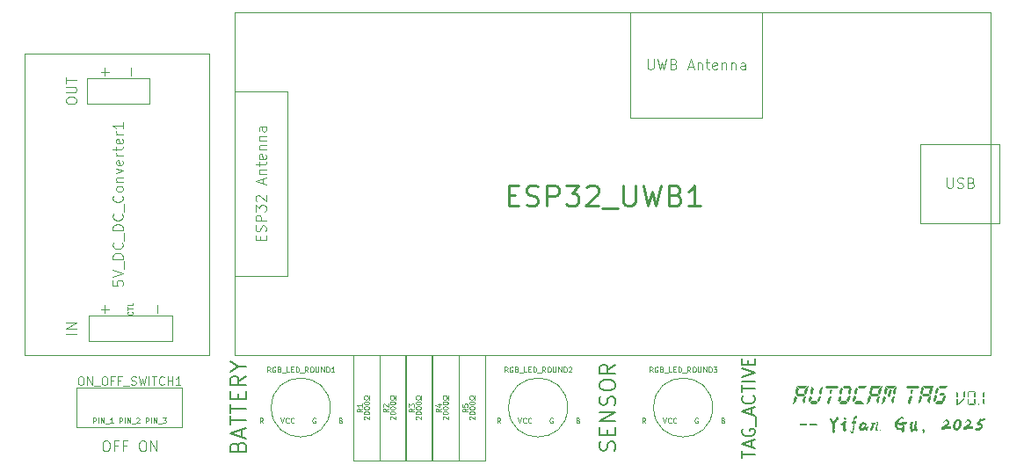
<source format=gto>
%TF.GenerationSoftware,KiCad,Pcbnew,9.0.0*%
%TF.CreationDate,2025-03-06T19:32:26-08:00*%
%TF.ProjectId,tag,7461672e-6b69-4636-9164-5f7063625858,v0.1*%
%TF.SameCoordinates,Original*%
%TF.FileFunction,Legend,Top*%
%TF.FilePolarity,Positive*%
%FSLAX46Y46*%
G04 Gerber Fmt 4.6, Leading zero omitted, Abs format (unit mm)*
G04 Created by KiCad (PCBNEW 9.0.0) date 2025-03-06 19:32:26*
%MOMM*%
%LPD*%
G01*
G04 APERTURE LIST*
%ADD10C,0.100000*%
%ADD11C,0.500000*%
%ADD12C,0.250000*%
%ADD13C,0.062500*%
%ADD14C,0.187500*%
%ADD15C,0.125000*%
G04 APERTURE END LIST*
D10*
G36*
X190981033Y-115834044D02*
G01*
X190929467Y-115887442D01*
X190839799Y-115797866D01*
X190839799Y-115390011D01*
X190981033Y-115247037D01*
X190981033Y-115834044D01*
G37*
G36*
X190918018Y-116042414D02*
G01*
X190450354Y-116515024D01*
X190349146Y-116515024D01*
X190349146Y-116413175D01*
X190816810Y-115940198D01*
X190929467Y-115940198D01*
X190918018Y-116042414D01*
G37*
G36*
X190324325Y-115798049D02*
G01*
X190234566Y-115887442D01*
X190181168Y-115834228D01*
X190181168Y-115248594D01*
X190324325Y-115391202D01*
X190324325Y-115798049D01*
G37*
G36*
X190181168Y-116510444D02*
G01*
X190251785Y-116580603D01*
X190324325Y-116510444D01*
X190324325Y-116032705D01*
X190234657Y-115943587D01*
X190181168Y-115998542D01*
X190181168Y-116510444D01*
G37*
G36*
X192009784Y-115834685D02*
G01*
X191958218Y-115887442D01*
X191868550Y-115798415D01*
X191868550Y-115416664D01*
X192009784Y-115273415D01*
X192009784Y-115834685D01*
G37*
G36*
X191983039Y-115248503D02*
G01*
X191841806Y-115389187D01*
X191377805Y-115389187D01*
X191236572Y-115248503D01*
X191983039Y-115248503D01*
G37*
G36*
X191353076Y-115797683D02*
G01*
X191263316Y-115887442D01*
X191209919Y-115833953D01*
X191209919Y-115272683D01*
X191353076Y-115415931D01*
X191353076Y-115797683D01*
G37*
G36*
X192009784Y-116555690D02*
G01*
X191868550Y-116412350D01*
X191868550Y-116030049D01*
X191958218Y-115940198D01*
X192009784Y-115995611D01*
X192009784Y-116555690D01*
G37*
G36*
X191983039Y-116585000D02*
G01*
X191236572Y-116585000D01*
X191377805Y-116444316D01*
X191841806Y-116444316D01*
X191983039Y-116585000D01*
G37*
G36*
X191353076Y-116414274D02*
G01*
X191209919Y-116558255D01*
X191209919Y-115998817D01*
X191263408Y-115940198D01*
X191353076Y-116030416D01*
X191353076Y-116414274D01*
G37*
G36*
X192238670Y-116585000D02*
G01*
X192238670Y-116444316D01*
X192381827Y-116444316D01*
X192381827Y-116585000D01*
X192238670Y-116585000D01*
G37*
G36*
X192838958Y-115996252D02*
G01*
X192838958Y-116563018D01*
X192695709Y-116417937D01*
X192695709Y-116031148D01*
X192785468Y-115940198D01*
X192838958Y-115996252D01*
G37*
G36*
X192695709Y-115797408D02*
G01*
X192695709Y-115414191D01*
X192838958Y-115270484D01*
X192838958Y-115833770D01*
X192785468Y-115887442D01*
X192695709Y-115797408D01*
G37*
D11*
G36*
X175845063Y-114718004D02*
G01*
X175530845Y-114983740D01*
X175042847Y-114983740D01*
X174839149Y-114718004D01*
X175845063Y-114718004D01*
G37*
G36*
X174817656Y-115827233D02*
G01*
X174733514Y-116232431D01*
X174420150Y-116494138D01*
X174572436Y-115761898D01*
X174689917Y-115663712D01*
X174817656Y-115827233D01*
G37*
G36*
X174635206Y-115459769D02*
G01*
X174779309Y-114766608D01*
X174982886Y-115032466D01*
X174907903Y-115393213D01*
X174711044Y-115562107D01*
X174635206Y-115459769D01*
G37*
G36*
X175675314Y-115762508D02*
G01*
X175521930Y-116500000D01*
X175317743Y-116236461D01*
X175402495Y-115828454D01*
X175598622Y-115663712D01*
X175675314Y-115762508D01*
G37*
G36*
X175492865Y-115394068D02*
G01*
X175567481Y-115034909D01*
X175881822Y-114769050D01*
X175738085Y-115460136D01*
X175619749Y-115562107D01*
X175492865Y-115394068D01*
G37*
G36*
X175460869Y-115476133D02*
G01*
X175562718Y-115609002D01*
X175405670Y-115741870D01*
X174852949Y-115741870D01*
X174751099Y-115609002D01*
X174908148Y-115476133D01*
X175460869Y-115476133D01*
G37*
G36*
X177011201Y-116187857D02*
G01*
X176854152Y-116320237D01*
X176752181Y-116187857D01*
X176826797Y-115829064D01*
X177023046Y-115663712D01*
X177099617Y-115762997D01*
X177011201Y-116187857D01*
G37*
G36*
X176152076Y-116500000D02*
G01*
X176050227Y-116367131D01*
X176207275Y-116234263D01*
X176695272Y-116234263D01*
X176797122Y-116367131D01*
X176640074Y-116500000D01*
X176152076Y-116500000D01*
G37*
G36*
X177162631Y-115459891D02*
G01*
X177044173Y-115562107D01*
X176917411Y-115393457D01*
X177002408Y-114984473D01*
X177317237Y-114716050D01*
X177162631Y-115459891D01*
G37*
G36*
X176213748Y-114718126D02*
G01*
X176417080Y-114985816D01*
X176332205Y-115393824D01*
X176135468Y-115562107D01*
X176059508Y-115460136D01*
X176213748Y-114718126D01*
G37*
G36*
X175908933Y-116184316D02*
G01*
X176010904Y-116316695D01*
X176167830Y-116184316D01*
X176242446Y-115825401D01*
X176115074Y-115660048D01*
X175997349Y-115759211D01*
X175908933Y-116184316D01*
G37*
G36*
X177974617Y-116381297D02*
G01*
X177817568Y-116513677D01*
X177715597Y-116381297D01*
X177830391Y-115829064D01*
X178026640Y-115663712D01*
X178103210Y-115762997D01*
X177974617Y-116381297D01*
G37*
G36*
X178166225Y-115459525D02*
G01*
X178047767Y-115562107D01*
X177921127Y-115392725D01*
X177963748Y-115187561D01*
X178121040Y-115054082D01*
X178222767Y-115187561D01*
X178166225Y-115459525D01*
G37*
G36*
X178773657Y-114849651D02*
G01*
X178613678Y-114983740D01*
X177655147Y-114983740D01*
X177553664Y-114849651D01*
X177710468Y-114718004D01*
X178668999Y-114718004D01*
X178773657Y-114849651D01*
G37*
G36*
X180011358Y-115460258D02*
G01*
X179893022Y-115562107D01*
X179766138Y-115394068D01*
X179840754Y-115035153D01*
X179997680Y-114902773D01*
X180099774Y-115035153D01*
X180011358Y-115460258D01*
G37*
G36*
X179961532Y-114849651D02*
G01*
X179804118Y-114983740D01*
X179316120Y-114983740D01*
X179214637Y-114849651D01*
X179371441Y-114718004D01*
X179859439Y-114718004D01*
X179961532Y-114849651D01*
G37*
G36*
X179860049Y-116187857D02*
G01*
X179703001Y-116320237D01*
X179601030Y-116187857D01*
X179675646Y-115829064D01*
X179871895Y-115663712D01*
X179948465Y-115762997D01*
X179860049Y-116187857D01*
G37*
G36*
X179181054Y-115394068D02*
G01*
X178984316Y-115562107D01*
X178908357Y-115460258D01*
X178996773Y-115035153D01*
X179153699Y-114902773D01*
X179255670Y-115035153D01*
X179181054Y-115394068D01*
G37*
G36*
X179000925Y-116500000D02*
G01*
X178899076Y-116367131D01*
X179056124Y-116234263D01*
X179544121Y-116234263D01*
X179645970Y-116367131D01*
X179488922Y-116500000D01*
X179000925Y-116500000D01*
G37*
G36*
X178757781Y-116184316D02*
G01*
X178859753Y-116316695D01*
X179016679Y-116184316D01*
X179091295Y-115825401D01*
X178963922Y-115660048D01*
X178846197Y-115759211D01*
X178757781Y-116184316D01*
G37*
G36*
X180425349Y-116500000D02*
G01*
X180323500Y-116367131D01*
X180480548Y-116234263D01*
X181015806Y-116234263D01*
X181219627Y-116500000D01*
X180425349Y-116500000D01*
G37*
G36*
X181590143Y-114718004D02*
G01*
X181275803Y-114983740D01*
X180740545Y-114983740D01*
X180639062Y-114849651D01*
X180795866Y-114718004D01*
X181590143Y-114718004D01*
G37*
G36*
X180605723Y-115392725D02*
G01*
X180408985Y-115560764D01*
X180333025Y-115458914D01*
X180421441Y-115033810D01*
X180578367Y-114901430D01*
X180680339Y-115033810D01*
X180605723Y-115392725D01*
G37*
G36*
X180181473Y-116187857D02*
G01*
X180283444Y-116320237D01*
X180440370Y-116187857D01*
X180514986Y-115828942D01*
X180387614Y-115663590D01*
X180269889Y-115762752D01*
X180181473Y-116187857D01*
G37*
G36*
X182967185Y-114718004D02*
G01*
X182652966Y-114983740D01*
X182164969Y-114983740D01*
X181961270Y-114718004D01*
X182967185Y-114718004D01*
G37*
G36*
X181939777Y-115827233D02*
G01*
X181855635Y-116232431D01*
X181542272Y-116494138D01*
X181694557Y-115761898D01*
X181812038Y-115663712D01*
X181939777Y-115827233D01*
G37*
G36*
X181757328Y-115459769D02*
G01*
X181901431Y-114766608D01*
X182105007Y-115032466D01*
X182030025Y-115393213D01*
X181833165Y-115562107D01*
X181757328Y-115459769D01*
G37*
G36*
X182797436Y-115762508D02*
G01*
X182644051Y-116500000D01*
X182439864Y-116236461D01*
X182524617Y-115828454D01*
X182720744Y-115663712D01*
X182797436Y-115762508D01*
G37*
G36*
X182614986Y-115394068D02*
G01*
X182689603Y-115034909D01*
X183003943Y-114769050D01*
X182860206Y-115460136D01*
X182741871Y-115562107D01*
X182614986Y-115394068D01*
G37*
G36*
X182582991Y-115476133D02*
G01*
X182684840Y-115609002D01*
X182527792Y-115741870D01*
X181975070Y-115741870D01*
X181873221Y-115609002D01*
X182030269Y-115476133D01*
X182582991Y-115476133D01*
G37*
G36*
X184391609Y-114718004D02*
G01*
X184077390Y-114983740D01*
X183589393Y-114983740D01*
X183385695Y-114718004D01*
X184391609Y-114718004D01*
G37*
G36*
X183364201Y-115827233D02*
G01*
X183280060Y-116232431D01*
X182966696Y-116494138D01*
X183118981Y-115761898D01*
X183236462Y-115663712D01*
X183364201Y-115827233D01*
G37*
G36*
X183181752Y-115459769D02*
G01*
X183325855Y-114766608D01*
X183529432Y-115032466D01*
X183454449Y-115393213D01*
X183257589Y-115562107D01*
X183181752Y-115459769D01*
G37*
G36*
X184221860Y-115762508D02*
G01*
X184068476Y-116500000D01*
X183864289Y-116236461D01*
X183949041Y-115828454D01*
X184145168Y-115663712D01*
X184221860Y-115762508D01*
G37*
G36*
X184039411Y-115394068D02*
G01*
X184114027Y-115034909D01*
X184428367Y-114769050D01*
X184284630Y-115460136D01*
X184166295Y-115562107D01*
X184039411Y-115394068D01*
G37*
G36*
X183670848Y-115178646D02*
G01*
X183830339Y-115046266D01*
X183932188Y-115178646D01*
X183823744Y-115700715D01*
X183666208Y-115835659D01*
X183562404Y-115700715D01*
X183670848Y-115178646D01*
G37*
G36*
X185757171Y-116381297D02*
G01*
X185600122Y-116513677D01*
X185498151Y-116381297D01*
X185612945Y-115829064D01*
X185809194Y-115663712D01*
X185885764Y-115762997D01*
X185757171Y-116381297D01*
G37*
G36*
X185948779Y-115459525D02*
G01*
X185830321Y-115562107D01*
X185703681Y-115392725D01*
X185746302Y-115187561D01*
X185903594Y-115054082D01*
X186005321Y-115187561D01*
X185948779Y-115459525D01*
G37*
G36*
X186556211Y-114849651D02*
G01*
X186396232Y-114983740D01*
X185437701Y-114983740D01*
X185336218Y-114849651D01*
X185493022Y-114718004D01*
X186451553Y-114718004D01*
X186556211Y-114849651D01*
G37*
G36*
X187900890Y-114718004D02*
G01*
X187586672Y-114983740D01*
X187098674Y-114983740D01*
X186894976Y-114718004D01*
X187900890Y-114718004D01*
G37*
G36*
X186873483Y-115827233D02*
G01*
X186789341Y-116232431D01*
X186475977Y-116494138D01*
X186628263Y-115761898D01*
X186745744Y-115663712D01*
X186873483Y-115827233D01*
G37*
G36*
X186691033Y-115459769D02*
G01*
X186835136Y-114766608D01*
X187038713Y-115032466D01*
X186963730Y-115393213D01*
X186766871Y-115562107D01*
X186691033Y-115459769D01*
G37*
G36*
X187731141Y-115762508D02*
G01*
X187577757Y-116500000D01*
X187373570Y-116236461D01*
X187458322Y-115828454D01*
X187654449Y-115663712D01*
X187731141Y-115762508D01*
G37*
G36*
X187548692Y-115394068D02*
G01*
X187623308Y-115034909D01*
X187937649Y-114769050D01*
X187793912Y-115460136D01*
X187675576Y-115562107D01*
X187548692Y-115394068D01*
G37*
G36*
X187516696Y-115476133D02*
G01*
X187618545Y-115609002D01*
X187461497Y-115741870D01*
X186908776Y-115741870D01*
X186806926Y-115609002D01*
X186963975Y-115476133D01*
X187516696Y-115476133D01*
G37*
G36*
X189372697Y-114718004D02*
G01*
X189058357Y-114983740D01*
X188523099Y-114983740D01*
X188421616Y-114849651D01*
X188578420Y-114718004D01*
X189372697Y-114718004D01*
G37*
G36*
X189050785Y-115571144D02*
G01*
X188893981Y-115702791D01*
X188600157Y-115702791D01*
X188497942Y-115571144D01*
X188655478Y-115437055D01*
X188949302Y-115437055D01*
X189050785Y-115571144D01*
G37*
G36*
X188395604Y-115357554D02*
G01*
X188199355Y-115523028D01*
X188122907Y-115423743D01*
X188203873Y-115034298D01*
X188360921Y-114901919D01*
X188462771Y-115034298D01*
X188395604Y-115357554D01*
G37*
G36*
X188223046Y-116187735D02*
G01*
X188065998Y-116320237D01*
X187964149Y-116187735D01*
X188060503Y-115724040D01*
X188178228Y-115624633D01*
X188305600Y-115790230D01*
X188223046Y-116187735D01*
G37*
G36*
X189067638Y-116184926D02*
G01*
X188910712Y-116316695D01*
X188808619Y-116184926D01*
X188890928Y-115789375D01*
X189086933Y-115624633D01*
X189163626Y-115723551D01*
X189067638Y-116184926D01*
G37*
G36*
X188695901Y-116500000D02*
G01*
X188852949Y-116367131D01*
X188751099Y-116234263D01*
X188263102Y-116234263D01*
X188106054Y-116367131D01*
X188207903Y-116500000D01*
X188695901Y-116500000D01*
G37*
D10*
G36*
X175257320Y-118396209D02*
G01*
X175478787Y-118392271D01*
X175640013Y-118395102D01*
X175699338Y-118400606D01*
X175747607Y-118412146D01*
X175771787Y-118422588D01*
X175799081Y-118440265D01*
X175807505Y-118466674D01*
X175799081Y-118490273D01*
X175792761Y-118507035D01*
X175784335Y-118529932D01*
X175776000Y-118552922D01*
X175762353Y-118572797D01*
X175745335Y-118582847D01*
X175713993Y-118588459D01*
X175536581Y-118590566D01*
X175236254Y-118594779D01*
X175111491Y-118599498D01*
X175085129Y-118596885D01*
X175058749Y-118575446D01*
X175051515Y-118554937D01*
X175043730Y-118533962D01*
X175035677Y-118521195D01*
X175039791Y-118500440D01*
X175039791Y-118454278D01*
X175038600Y-118414528D01*
X175044134Y-118406821D01*
X175055728Y-118403995D01*
X175071390Y-118399140D01*
X175083022Y-118400056D01*
X175109797Y-118403263D01*
X175257320Y-118396209D01*
G37*
G36*
X176198143Y-118396209D02*
G01*
X176419611Y-118392271D01*
X176580837Y-118395102D01*
X176640162Y-118400606D01*
X176688430Y-118412146D01*
X176712610Y-118422588D01*
X176739904Y-118440265D01*
X176748329Y-118466674D01*
X176739904Y-118490273D01*
X176733585Y-118507035D01*
X176725158Y-118529932D01*
X176716824Y-118552922D01*
X176703176Y-118572797D01*
X176686158Y-118582847D01*
X176654816Y-118588459D01*
X176477404Y-118590566D01*
X176177077Y-118594779D01*
X176052315Y-118599498D01*
X176025952Y-118596885D01*
X175999573Y-118575446D01*
X175992338Y-118554937D01*
X175984553Y-118533962D01*
X175976500Y-118521195D01*
X175980615Y-118500440D01*
X175980615Y-118454278D01*
X175979424Y-118414528D01*
X175984957Y-118406821D01*
X175996551Y-118403995D01*
X176012213Y-118399140D01*
X176023846Y-118400056D01*
X176050620Y-118403263D01*
X176198143Y-118396209D01*
G37*
G36*
X178689512Y-117688394D02*
G01*
X178706715Y-117700867D01*
X178727431Y-117731350D01*
X178754816Y-117780626D01*
X178773867Y-117808927D01*
X178807481Y-117864523D01*
X178826532Y-117915814D01*
X178815983Y-117947029D01*
X178776249Y-117985057D01*
X178731760Y-118020572D01*
X178694458Y-118064650D01*
X178671377Y-118086723D01*
X178658829Y-118100370D01*
X178653517Y-118115025D01*
X178644083Y-118123360D01*
X178634741Y-118133893D01*
X178633641Y-118144334D01*
X178637855Y-118149646D01*
X178631626Y-118148547D01*
X178621004Y-118145080D01*
X178616880Y-118161095D01*
X178612667Y-118173735D01*
X178610560Y-118179963D01*
X178611568Y-118182069D01*
X178608454Y-118182069D01*
X178595814Y-118191503D01*
X178587480Y-118207257D01*
X178581251Y-118219897D01*
X178559178Y-118240871D01*
X178543516Y-118251312D01*
X178532983Y-118257632D01*
X178526663Y-118270180D01*
X178529791Y-118274174D01*
X178545622Y-118263860D01*
X178549744Y-118259647D01*
X178560306Y-118250380D01*
X178562384Y-118253419D01*
X178553957Y-118268073D01*
X178538295Y-118276408D01*
X178521534Y-118291154D01*
X178507978Y-118322570D01*
X178499552Y-118340430D01*
X178495339Y-118353986D01*
X178495339Y-118360306D01*
X178491126Y-118362412D01*
X178495339Y-118387600D01*
X178500671Y-118397019D01*
X178505872Y-118398041D01*
X178510085Y-118398041D01*
X178503765Y-118414802D01*
X178500560Y-118435777D01*
X178499552Y-118446310D01*
X178492225Y-118465177D01*
X178489111Y-118481939D01*
X178484989Y-118492380D01*
X178465022Y-118546968D01*
X178453573Y-118598259D01*
X178450368Y-118606686D01*
X178439926Y-118643414D01*
X178430492Y-118688476D01*
X178430492Y-118702032D01*
X178431500Y-118725113D01*
X178430492Y-118752407D01*
X178427378Y-118782815D01*
X178424264Y-118817345D01*
X178418036Y-118827878D01*
X178411716Y-118817345D01*
X178409610Y-118804797D01*
X178405396Y-118817345D01*
X178404389Y-118838411D01*
X178409610Y-118840426D01*
X178418952Y-118834106D01*
X178421059Y-118840426D01*
X178421059Y-118849860D01*
X178421059Y-118864515D01*
X178419714Y-118875366D01*
X178426279Y-118885489D01*
X178428386Y-118890710D01*
X178423074Y-118893915D01*
X178422066Y-118911684D01*
X178419202Y-118929709D01*
X178412632Y-118936871D01*
X178407770Y-118943706D01*
X178405488Y-118962059D01*
X178409610Y-118993475D01*
X178413731Y-118989262D01*
X178417853Y-118978820D01*
X178419959Y-118988254D01*
X178417853Y-119008221D01*
X178411533Y-119020769D01*
X178408327Y-119039637D01*
X178413640Y-119058504D01*
X178415746Y-119043850D01*
X178416586Y-119032093D01*
X178421974Y-119029104D01*
X178428294Y-119037530D01*
X178422066Y-119077372D01*
X178424173Y-119102468D01*
X178428386Y-119118222D01*
X178426279Y-119131869D01*
X178418860Y-119145424D01*
X178422066Y-119159071D01*
X178428386Y-119171711D01*
X178430401Y-119180046D01*
X178434522Y-119186366D01*
X178442949Y-119203127D01*
X178447162Y-119210362D01*
X178440842Y-119215583D01*
X178432507Y-119227032D01*
X178426279Y-119240587D01*
X178421150Y-119250937D01*
X178414922Y-119260280D01*
X178399351Y-119280063D01*
X178386148Y-119291547D01*
X178372424Y-119284276D01*
X178361982Y-119277957D01*
X178342199Y-119280063D01*
X178326939Y-119282547D01*
X178320400Y-119288398D01*
X178318003Y-119298343D01*
X178322507Y-119300854D01*
X178328780Y-119302549D01*
X178326628Y-119307174D01*
X178316187Y-119311296D01*
X178303730Y-119304060D01*
X178293381Y-119296916D01*
X178287152Y-119292978D01*
X178278909Y-119289131D01*
X178266727Y-119284275D01*
X178262240Y-119268156D01*
X178262081Y-119267607D01*
X178277169Y-119267607D01*
X178285504Y-119263394D01*
X178290613Y-119255425D01*
X178288618Y-119250754D01*
X178279276Y-119257074D01*
X178277169Y-119267607D01*
X178262081Y-119267607D01*
X178259662Y-119259282D01*
X178251707Y-119253410D01*
X178235450Y-119229871D01*
X178247768Y-119229871D01*
X178249783Y-119237107D01*
X178256103Y-119237107D01*
X178253996Y-119229780D01*
X178247768Y-119229871D01*
X178235450Y-119229871D01*
X178231465Y-119224101D01*
X178217635Y-119186366D01*
X178212322Y-119172718D01*
X178210301Y-119166178D01*
X178215437Y-119151744D01*
X178224482Y-119139572D01*
X178230183Y-119138097D01*
X178233297Y-119134983D01*
X178238609Y-119122435D01*
X178243828Y-119112691D01*
X178243829Y-119102468D01*
X178279276Y-119102468D01*
X178280283Y-119115108D01*
X178283489Y-119117214D01*
X178287610Y-119104575D01*
X178281382Y-119089920D01*
X178279276Y-119102468D01*
X178243829Y-119102468D01*
X178243830Y-119093584D01*
X178256103Y-119093584D01*
X178260316Y-119101919D01*
X178262423Y-119093584D01*
X178258210Y-119085157D01*
X178256103Y-119093584D01*
X178243830Y-119093584D01*
X178243830Y-119092027D01*
X178241495Y-119058268D01*
X178249891Y-119058268D01*
X178253996Y-119068396D01*
X178258210Y-119066290D01*
X178253996Y-119055848D01*
X178249891Y-119058268D01*
X178241495Y-119058268D01*
X178238609Y-119016556D01*
X178238586Y-119016006D01*
X178249875Y-119016006D01*
X178253996Y-119034874D01*
X178258210Y-119028554D01*
X178253996Y-119011793D01*
X178249875Y-119016006D01*
X178238586Y-119016006D01*
X178237967Y-119001352D01*
X178249875Y-119001352D01*
X178253996Y-119005473D01*
X178258210Y-119003367D01*
X178253996Y-118999245D01*
X178249875Y-119001352D01*
X178237967Y-119001352D01*
X178235976Y-118954182D01*
X178245662Y-118954182D01*
X178249783Y-118959403D01*
X178253996Y-118957296D01*
X178249783Y-118952076D01*
X178245662Y-118954182D01*
X178235976Y-118954182D01*
X178234509Y-118919443D01*
X178249122Y-118919443D01*
X178253905Y-118924323D01*
X178260133Y-118926430D01*
X178265354Y-118931651D01*
X178266453Y-118989262D01*
X178268926Y-119045956D01*
X178276436Y-119068946D01*
X178281382Y-119083600D01*
X178281382Y-119070503D01*
X178308676Y-119070503D01*
X178312798Y-119097705D01*
X178315912Y-119070503D01*
X178311790Y-119043209D01*
X178308676Y-119070503D01*
X178281382Y-119070503D01*
X178281382Y-119065832D01*
X178279550Y-119037530D01*
X178281382Y-119029104D01*
X178285504Y-119022784D01*
X178280649Y-119012342D01*
X178279550Y-119003916D01*
X178279550Y-118966181D01*
X178275795Y-118928445D01*
X178272040Y-118909577D01*
X178265833Y-118906931D01*
X178256011Y-118911684D01*
X178249122Y-118919443D01*
X178234509Y-118919443D01*
X178228076Y-118767062D01*
X178227887Y-118762299D01*
X178241448Y-118762299D01*
X178241448Y-118766512D01*
X178245662Y-118779060D01*
X178249875Y-118768619D01*
X178247066Y-118760192D01*
X178403107Y-118760192D01*
X178407320Y-118764405D01*
X178411533Y-118762299D01*
X178407320Y-118758086D01*
X178403107Y-118760192D01*
X178247066Y-118760192D01*
X178245662Y-118755979D01*
X178241448Y-118762299D01*
X178227887Y-118762299D01*
X178224962Y-118688476D01*
X178216169Y-118687377D01*
X178214063Y-118681149D01*
X178213330Y-118652848D01*
X178213330Y-118596244D01*
X178213330Y-118500806D01*
X178211132Y-118479832D01*
X178209025Y-118471406D01*
X178214320Y-118441695D01*
X178209025Y-118421122D01*
X178162405Y-118360306D01*
X178109283Y-118267066D01*
X178045627Y-118133893D01*
X178023279Y-118068954D01*
X178012766Y-118042158D01*
X178007342Y-118037447D01*
X177991405Y-118014366D01*
X177979773Y-117982950D01*
X177972262Y-117961976D01*
X177964843Y-117923233D01*
X177967942Y-117901739D01*
X177975468Y-117890718D01*
X177994611Y-117881284D01*
X178009448Y-117884398D01*
X178026393Y-117888612D01*
X178060373Y-117900152D01*
X178083729Y-117915814D01*
X178098658Y-117924241D01*
X178121852Y-117939594D01*
X178154895Y-117973517D01*
X178181666Y-118011024D01*
X178187868Y-118031127D01*
X178202431Y-118073076D01*
X178214979Y-118088830D01*
X178221298Y-118100370D01*
X178222398Y-118106598D01*
X178232839Y-118127573D01*
X178244288Y-118148547D01*
X178248501Y-118156974D01*
X178252623Y-118167415D01*
X178256836Y-118165308D01*
X178256836Y-118162194D01*
X178258942Y-118163202D01*
X178255828Y-118173735D01*
X178255828Y-118182069D01*
X178261049Y-118177948D01*
X178262979Y-118172903D01*
X178271490Y-118184176D01*
X178277810Y-118200937D01*
X178285046Y-118214584D01*
X178294480Y-118221912D01*
X178322690Y-118198922D01*
X178337171Y-118179505D01*
X178579511Y-118179505D01*
X178583724Y-118183627D01*
X178590044Y-118179505D01*
X178585831Y-118175292D01*
X178579511Y-118179505D01*
X178337171Y-118179505D01*
X178341884Y-118173185D01*
X178411533Y-118173185D01*
X178413640Y-118175292D01*
X178426279Y-118150104D01*
X178432507Y-118129130D01*
X178411533Y-118173185D01*
X178341884Y-118173185D01*
X178350900Y-118161095D01*
X178377095Y-118125466D01*
X178387741Y-118110262D01*
X178436721Y-118110262D01*
X178438827Y-118114475D01*
X178438827Y-118106049D01*
X178436721Y-118110262D01*
X178387741Y-118110262D01*
X178406404Y-118083609D01*
X178433515Y-118036440D01*
X178444026Y-118014324D01*
X178447162Y-117995498D01*
X178451375Y-117970403D01*
X178470335Y-117936880D01*
X178507154Y-117877071D01*
X178548279Y-117811034D01*
X178600596Y-117730347D01*
X178643167Y-117693614D01*
X178669656Y-117685912D01*
X178689512Y-117688394D01*
G37*
G36*
X178221848Y-119062626D02*
G01*
X178219741Y-119064733D01*
X178217635Y-119054291D01*
X178221848Y-119054291D01*
X178221848Y-119062626D01*
G37*
G36*
X178217543Y-118985048D02*
G01*
X178219793Y-119034728D01*
X178213330Y-119041652D01*
X178211223Y-118999795D01*
X178213330Y-118964166D01*
X178217543Y-118985048D01*
G37*
G36*
X178211223Y-118829344D02*
G01*
X178213330Y-118891259D01*
X178213330Y-118940535D01*
X178207010Y-118839877D01*
X178209117Y-118810476D01*
X178211223Y-118829344D01*
G37*
G36*
X178440934Y-118712015D02*
G01*
X178436721Y-118716137D01*
X178432507Y-118712015D01*
X178436721Y-118707802D01*
X178440934Y-118712015D01*
G37*
G36*
X178514390Y-118479282D02*
G01*
X178510268Y-118485511D01*
X178508162Y-118479282D01*
X178512283Y-118472963D01*
X178514390Y-118479282D01*
G37*
G36*
X178518603Y-118444661D02*
G01*
X178510268Y-118447775D01*
X178510268Y-118439440D01*
X178524923Y-118435227D01*
X178518603Y-118444661D01*
G37*
G36*
X178516496Y-118373403D02*
G01*
X178512375Y-118382837D01*
X178508198Y-118386740D01*
X178501842Y-118376517D01*
X178500743Y-118368183D01*
X178506055Y-118372304D01*
X178512375Y-118372304D01*
X178512375Y-118368183D01*
X178516496Y-118373403D01*
G37*
G36*
X178542783Y-118378624D02*
G01*
X178535456Y-118382837D01*
X178538570Y-118374502D01*
X178545897Y-118370289D01*
X178542783Y-118378624D01*
G37*
G36*
X178535181Y-118330997D02*
G01*
X178522541Y-118346659D01*
X178506788Y-118360306D01*
X178512008Y-118355085D01*
X178517253Y-118348695D01*
X178516313Y-118339331D01*
X178518328Y-118335118D01*
X178524648Y-118335118D01*
X178530923Y-118328713D01*
X178535181Y-118330997D01*
G37*
G36*
X179326619Y-118129130D02*
G01*
X179355566Y-118123920D01*
X179393847Y-118129130D01*
X179431766Y-118139571D01*
X179488644Y-118155325D01*
X179543507Y-118179413D01*
X179559986Y-118204391D01*
X179561613Y-118243266D01*
X179541400Y-118305259D01*
X179521354Y-118353384D01*
X179495971Y-118435227D01*
X179467578Y-118560982D01*
X179462266Y-118589375D01*
X179452924Y-118630316D01*
X179440818Y-118751810D01*
X179446904Y-118835795D01*
X179465471Y-118892358D01*
X179478107Y-118905692D01*
X179504489Y-118915439D01*
X179534588Y-118918061D01*
X179562466Y-118913333D01*
X179584661Y-118898056D01*
X179617238Y-118856729D01*
X179646155Y-118807044D01*
X179669903Y-118753964D01*
X179680527Y-118722548D01*
X179696704Y-118675202D01*
X179707913Y-118623996D01*
X179714233Y-118607235D01*
X179716851Y-118611300D01*
X179712126Y-118636636D01*
X179705806Y-118669334D01*
X179700494Y-118690400D01*
X179696189Y-118706245D01*
X179686756Y-118741050D01*
X179674116Y-118784281D01*
X179657139Y-118835037D01*
X179612750Y-118912875D01*
X179597912Y-118938245D01*
X179589486Y-118961418D01*
X179589486Y-118971951D01*
X179583074Y-118982484D01*
X179578861Y-118990910D01*
X179578861Y-118995215D01*
X179568797Y-119007385D01*
X179559902Y-119035240D01*
X179548178Y-119052185D01*
X179541240Y-119058265D01*
X179538744Y-119069037D01*
X179534879Y-119081284D01*
X179519785Y-119098621D01*
X179488278Y-119123809D01*
X179468311Y-119138555D01*
X179444222Y-119153393D01*
X179429476Y-119159713D01*
X179387527Y-119166032D01*
X179345234Y-119163484D01*
X179318193Y-119149271D01*
X179307752Y-119142951D01*
X179293006Y-119133426D01*
X179284579Y-119119779D01*
X179276244Y-119109337D01*
X179257989Y-119098542D01*
X179261498Y-119092485D01*
X179257285Y-119079937D01*
X179248950Y-119067297D01*
X179242630Y-119058962D01*
X179225778Y-119033775D01*
X179217443Y-119007488D01*
X179207917Y-118984316D01*
X179195278Y-118950702D01*
X179188042Y-118886588D01*
X179183377Y-118800094D01*
X179190149Y-118737478D01*
X179198484Y-118691316D01*
X179209016Y-118636636D01*
X179206910Y-118603022D01*
X179187677Y-118572994D01*
X179163702Y-118556244D01*
X179133454Y-118550540D01*
X179083604Y-118540171D01*
X179041603Y-118508621D01*
X179005318Y-118449882D01*
X178993151Y-118414633D01*
X178993740Y-118391814D01*
X179003211Y-118376517D01*
X179029577Y-118365482D01*
X179062013Y-118378624D01*
X179089625Y-118388057D01*
X179118708Y-118378624D01*
X179162595Y-118336923D01*
X179219549Y-118252869D01*
X179275145Y-118164759D01*
X179297662Y-118144544D01*
X179326619Y-118129130D01*
G37*
G36*
X179308026Y-117831642D02*
G01*
X179333214Y-117829535D01*
X179375163Y-117831642D01*
X179480637Y-117843890D01*
X179511725Y-117854631D01*
X179522166Y-117871484D01*
X179536821Y-117898687D01*
X179552575Y-117923874D01*
X179562100Y-117949062D01*
X179566581Y-117964982D01*
X179563108Y-117976356D01*
X179552752Y-117985500D01*
X179529494Y-117996231D01*
X179504997Y-118008093D01*
X179484339Y-118024533D01*
X179463365Y-118043401D01*
X179451141Y-118039545D01*
X179433964Y-118024533D01*
X179362615Y-117967930D01*
X179321127Y-117937038D01*
X179316361Y-117925981D01*
X179314255Y-117919661D01*
X179303813Y-117906014D01*
X179301707Y-117881926D01*
X179299600Y-117867271D01*
X179296394Y-117849411D01*
X179308026Y-117831642D01*
G37*
G36*
X180072354Y-119358740D02*
G01*
X180065027Y-119361946D01*
X180057699Y-119358740D01*
X180065027Y-119355626D01*
X180072354Y-119358740D01*
G37*
G36*
X180046067Y-119351413D02*
G01*
X180049273Y-119359839D01*
X180039747Y-119351413D01*
X180036633Y-119343078D01*
X180046067Y-119351413D01*
G37*
G36*
X180026192Y-119336758D02*
G01*
X180027200Y-119343078D01*
X180020880Y-119336758D01*
X180019872Y-119330438D01*
X180026192Y-119336758D01*
G37*
G36*
X180068141Y-119326225D02*
G01*
X180076567Y-119334651D01*
X180070247Y-119338865D01*
X180058707Y-119332545D01*
X180056600Y-119324118D01*
X180068141Y-119326225D01*
G37*
G36*
X180532319Y-117635844D02*
G01*
X180563557Y-117657344D01*
X180586546Y-117676212D01*
X180586546Y-117734830D01*
X180583871Y-117788568D01*
X180578211Y-117812408D01*
X180557465Y-117841976D01*
X180529760Y-117862783D01*
X180515105Y-117868004D01*
X180519318Y-117850143D01*
X180527653Y-117799860D01*
X180525547Y-117747470D01*
X180508785Y-117733823D01*
X180495954Y-117731715D01*
X180481400Y-117735929D01*
X180452090Y-117760018D01*
X180426441Y-117798327D01*
X180393289Y-117870110D01*
X180365431Y-117948093D01*
X180347036Y-118017938D01*
X180334488Y-118073442D01*
X180326061Y-118116490D01*
X180325323Y-118144891D01*
X180330274Y-118157340D01*
X180345530Y-118163339D01*
X180401624Y-118166774D01*
X180460025Y-118170580D01*
X180491933Y-118179413D01*
X180517715Y-118195189D01*
X180542399Y-118219072D01*
X180563360Y-118251916D01*
X180552841Y-118258914D01*
X180542124Y-118249480D01*
X180538733Y-118244258D01*
X180532416Y-118247374D01*
X180529210Y-118262212D01*
X180530019Y-118269935D01*
X180522799Y-118281537D01*
X180515862Y-118292843D01*
X180517395Y-118299764D01*
X180516387Y-118314785D01*
X180510984Y-118328798D01*
X180520692Y-118342720D01*
X180525658Y-118348859D01*
X180514281Y-118351238D01*
X180479843Y-118351238D01*
X180395029Y-118356550D01*
X180327435Y-118368091D01*
X180312322Y-118382654D01*
X180308109Y-118541656D01*
X180299683Y-118891076D01*
X180275558Y-119070847D01*
X180253429Y-119150645D01*
X180244911Y-119180962D01*
X180233371Y-119212286D01*
X180230165Y-119225841D01*
X180228059Y-119230054D01*
X180223937Y-119236374D01*
X180217179Y-119248506D01*
X180215144Y-119244526D01*
X180210931Y-119248647D01*
X180213038Y-119252861D01*
X180216911Y-119248986D01*
X180212305Y-119257257D01*
X180186018Y-119290779D01*
X180159640Y-119311662D01*
X180147453Y-119314786D01*
X180141872Y-119311662D01*
X180137855Y-119308125D01*
X180127034Y-119309556D01*
X180108166Y-119311662D01*
X180108166Y-119315875D01*
X180112379Y-119320088D01*
X180122821Y-119328423D01*
X180104044Y-119326317D01*
X180063681Y-119316067D01*
X180059259Y-119312578D01*
X180080780Y-119312578D01*
X180089115Y-119317890D01*
X180094336Y-119315784D01*
X180095435Y-119313677D01*
X180087008Y-119307357D01*
X180080780Y-119312578D01*
X180059259Y-119312578D01*
X180047533Y-119303327D01*
X180043320Y-119311662D01*
X180043320Y-119322195D01*
X180028665Y-119307449D01*
X179993219Y-119265592D01*
X179980671Y-119246632D01*
X179968123Y-119221536D01*
X179963910Y-119215217D01*
X179955575Y-119211004D01*
X179947149Y-119194242D01*
X179945042Y-119185908D01*
X179940829Y-119185908D01*
X179940829Y-119181694D01*
X179947209Y-119179162D01*
X179957590Y-119190029D01*
X179971237Y-119208897D01*
X179982686Y-119225658D01*
X179998348Y-119248739D01*
X180005676Y-119263394D01*
X180021338Y-119286475D01*
X180039106Y-119299114D01*
X180041166Y-119290740D01*
X180035963Y-119284460D01*
X180082887Y-119284460D01*
X180087648Y-119289818D01*
X180112288Y-119292794D01*
X180122729Y-119288581D01*
X180170906Y-119288581D01*
X180175027Y-119290688D01*
X180185560Y-119282353D01*
X180170906Y-119288581D01*
X180122729Y-119288581D01*
X180110365Y-119284460D01*
X180129049Y-119284460D01*
X180137475Y-119280246D01*
X180144802Y-119278140D01*
X180155244Y-119283360D01*
X180164769Y-119280246D01*
X180164769Y-119277041D01*
X180156343Y-119276033D01*
X180145810Y-119276033D01*
X180160556Y-119259272D01*
X180189437Y-119212954D01*
X180213038Y-119129304D01*
X180228791Y-119052734D01*
X180229799Y-119032859D01*
X180225677Y-119032859D01*
X180207817Y-119099904D01*
X180183637Y-119175375D01*
X180177317Y-119203676D01*
X180163670Y-119227856D01*
X180150023Y-119249838D01*
X180137475Y-119269713D01*
X180129049Y-119284460D01*
X180110365Y-119284460D01*
X180110089Y-119284368D01*
X180091222Y-119283360D01*
X180082887Y-119284460D01*
X180035963Y-119284460D01*
X180020330Y-119265592D01*
X180005676Y-119247732D01*
X180005067Y-119246724D01*
X180022437Y-119246724D01*
X180026650Y-119252952D01*
X180028665Y-119248739D01*
X180023795Y-119240871D01*
X180022437Y-119246724D01*
X180005067Y-119246724D01*
X179997432Y-119234084D01*
X179995802Y-119231886D01*
X180007233Y-119231886D01*
X180011446Y-119236099D01*
X180015659Y-119233993D01*
X180011446Y-119229780D01*
X180007233Y-119231886D01*
X179995802Y-119231886D01*
X179974065Y-119202577D01*
X179988365Y-119202577D01*
X179990471Y-119210912D01*
X179996791Y-119219338D01*
X179994685Y-119210912D01*
X179988365Y-119202577D01*
X179974065Y-119202577D01*
X179965231Y-119190666D01*
X179960273Y-119181603D01*
X179982045Y-119181603D01*
X179986258Y-119186823D01*
X179990471Y-119184717D01*
X179986258Y-119179496D01*
X179982045Y-119181603D01*
X179960273Y-119181603D01*
X179952255Y-119166948D01*
X179967391Y-119166948D01*
X179969497Y-119175283D01*
X179974626Y-119176382D01*
X179973619Y-119166948D01*
X179967391Y-119166948D01*
X179952255Y-119166948D01*
X179943034Y-119150095D01*
X179950538Y-119150095D01*
X179955758Y-119154309D01*
X179961071Y-119152202D01*
X179955758Y-119148080D01*
X179950538Y-119150095D01*
X179943034Y-119150095D01*
X179940829Y-119146065D01*
X179933502Y-119130312D01*
X179928281Y-119126099D01*
X179925075Y-119126099D01*
X179926175Y-119120878D01*
X179919855Y-119093675D01*
X179913535Y-119064275D01*
X179917748Y-119068488D01*
X179928281Y-119073709D01*
X179932494Y-119074808D01*
X179928281Y-119078929D01*
X179926175Y-119085249D01*
X179932494Y-119089462D01*
X179935608Y-119090561D01*
X179936708Y-119095690D01*
X179936708Y-119099904D01*
X179941928Y-119101003D01*
X179947149Y-119110437D01*
X179953469Y-119120878D01*
X179952712Y-119118771D01*
X179980580Y-119118771D01*
X179981587Y-119122984D01*
X179986899Y-119129213D01*
X179989006Y-119137639D01*
X179993219Y-119133426D01*
X179993219Y-119129304D01*
X179989760Y-119117008D01*
X179980580Y-119118771D01*
X179952712Y-119118771D01*
X179942936Y-119091569D01*
X179936708Y-119057955D01*
X179942936Y-119068488D01*
X179951271Y-119076823D01*
X179954385Y-119077922D01*
X179953377Y-119081036D01*
X179955413Y-119092950D01*
X179959697Y-119095690D01*
X179962811Y-119096789D01*
X179968123Y-119104117D01*
X179975416Y-119114900D01*
X179982686Y-119112543D01*
X179984793Y-119106223D01*
X179980580Y-119097797D01*
X179976366Y-119092576D01*
X179982686Y-119092576D01*
X179989006Y-119104117D01*
X179997341Y-119118771D01*
X180013001Y-119140339D01*
X180009889Y-119143959D01*
X180007782Y-119148172D01*
X180018224Y-119148172D01*
X180020330Y-119141852D01*
X180028665Y-119148172D01*
X180038099Y-119156507D01*
X180054768Y-119165941D01*
X180079864Y-119177481D01*
X180093650Y-119175837D01*
X180102945Y-119166948D01*
X180115402Y-119149180D01*
X180122729Y-119128205D01*
X180132163Y-119094683D01*
X180137384Y-119067389D01*
X180139490Y-119057955D01*
X180141597Y-119045407D01*
X180141597Y-119034965D01*
X180149932Y-119028646D01*
X180154145Y-119032859D01*
X180154145Y-119045407D01*
X180149932Y-119071693D01*
X180143612Y-119093675D01*
X180135277Y-119116665D01*
X180123645Y-119145974D01*
X180122637Y-119173268D01*
X180126362Y-119177379D01*
X180125751Y-119189022D01*
X180116318Y-119213110D01*
X180112196Y-119225750D01*
X180121533Y-119219092D01*
X180131250Y-119199995D01*
X180140881Y-119199995D01*
X180141597Y-119215217D01*
X180155259Y-119187158D01*
X180179332Y-119106223D01*
X180198780Y-119018272D01*
X180200270Y-119007580D01*
X180234012Y-119007580D01*
X180238225Y-119011793D01*
X180242439Y-119009686D01*
X180238225Y-119005473D01*
X180234012Y-119007580D01*
X180200270Y-119007580D01*
X180201725Y-118997138D01*
X180273946Y-118997138D01*
X180276052Y-119003367D01*
X180276052Y-118995032D01*
X180273946Y-118997138D01*
X180201725Y-118997138D01*
X180203341Y-118985544D01*
X180269154Y-118985544D01*
X180271839Y-118988712D01*
X180278159Y-118971951D01*
X180279126Y-118956182D01*
X180273946Y-118967738D01*
X180269154Y-118985544D01*
X180203341Y-118985544D01*
X180208733Y-118946855D01*
X180209741Y-118929086D01*
X180209741Y-118917546D01*
X180208733Y-118913333D01*
X180205086Y-118924358D01*
X180189865Y-119026539D01*
X180177226Y-119083142D01*
X180161472Y-119139746D01*
X180147825Y-119179588D01*
X180140881Y-119199995D01*
X180131250Y-119199995D01*
X180139490Y-119183801D01*
X180155349Y-119139697D01*
X180169715Y-119072701D01*
X180181347Y-118957296D01*
X180184736Y-118946763D01*
X180188125Y-118935223D01*
X180193804Y-118922675D01*
X180193804Y-118911226D01*
X180192705Y-118896480D01*
X180201772Y-118900693D01*
X180210565Y-118908020D01*
X180210565Y-118896480D01*
X180214778Y-118879719D01*
X180222119Y-118869835D01*
X180214778Y-118867079D01*
X180208458Y-118861858D01*
X180214778Y-118856638D01*
X180221098Y-118850409D01*
X180214778Y-118841983D01*
X180210885Y-118835068D01*
X180208458Y-118801042D01*
X180208458Y-118757994D01*
X180208458Y-118730792D01*
X180204245Y-118705604D01*
X180198108Y-118688843D01*
X180195818Y-118677008D01*
X180191012Y-118674280D01*
X180204611Y-118674280D01*
X180208825Y-118680508D01*
X180209832Y-118674280D01*
X180205619Y-118667960D01*
X180204611Y-118674280D01*
X180191012Y-118674280D01*
X180190690Y-118674097D01*
X180187575Y-118668876D01*
X180191789Y-118659442D01*
X180191789Y-118655229D01*
X180202230Y-118656328D01*
X180210656Y-118657427D01*
X180206443Y-118653214D01*
X180202230Y-118644788D01*
X180204337Y-118642681D01*
X180209884Y-118649527D01*
X180212763Y-118644788D01*
X180212763Y-118636361D01*
X180204337Y-118621707D01*
X180198108Y-118613372D01*
X180206352Y-118611265D01*
X180215786Y-118604945D01*
X180214778Y-118593405D01*
X180208458Y-118512622D01*
X180211236Y-118445722D01*
X180214778Y-118437151D01*
X180216885Y-118435044D01*
X180212671Y-118424603D01*
X180208641Y-118416176D01*
X180204703Y-118422496D01*
X180202459Y-118426612D01*
X180193346Y-118422496D01*
X180191422Y-118416176D01*
X180187667Y-118401522D01*
X180189774Y-118401522D01*
X180197114Y-118405152D01*
X180202230Y-118399415D01*
X180204337Y-118393095D01*
X180206443Y-118401522D01*
X180210565Y-118409856D01*
X180214686Y-118393095D01*
X180212580Y-118380547D01*
X180149932Y-118380547D01*
X180093878Y-118377454D01*
X180078857Y-118372121D01*
X180064392Y-118352028D01*
X180053761Y-118309198D01*
X180044734Y-118282718D01*
X180034802Y-118290330D01*
X180027849Y-118302400D01*
X180026467Y-118298756D01*
X180028482Y-118288407D01*
X180032976Y-118273770D01*
X180029581Y-118260105D01*
X180025368Y-118237024D01*
X180039015Y-118216050D01*
X180055868Y-118204509D01*
X180068415Y-118198189D01*
X180073636Y-118195075D01*
X180074735Y-118204509D01*
X180091405Y-118210737D01*
X180120358Y-118207239D01*
X180139582Y-118198098D01*
X180143540Y-118193583D01*
X180189682Y-118183443D01*
X180208458Y-118177215D01*
X180208821Y-118171079D01*
X180225677Y-118171079D01*
X180227784Y-118177307D01*
X180227784Y-118166865D01*
X180225677Y-118171079D01*
X180208821Y-118171079D01*
X180210565Y-118141586D01*
X180212671Y-118124825D01*
X180221006Y-118118505D01*
X180221006Y-118120612D01*
X180223113Y-118129038D01*
X180227234Y-118147906D01*
X180233463Y-118141586D01*
X180233463Y-118110170D01*
X180229341Y-118091303D01*
X180227234Y-118097622D01*
X180223021Y-118095516D01*
X180224029Y-118084983D01*
X180217709Y-118091303D01*
X180212488Y-118096615D01*
X180214595Y-118087090D01*
X180220915Y-118068222D01*
X180224899Y-118053570D01*
X180227234Y-117999071D01*
X180231356Y-117961335D01*
X180229249Y-117957122D01*
X180223021Y-117977089D01*
X180214686Y-118017938D01*
X180210565Y-118057780D01*
X180209466Y-118069321D01*
X180200123Y-118064009D01*
X180198017Y-118052560D01*
X180202230Y-118027372D01*
X180207451Y-118003284D01*
X180210565Y-117988538D01*
X180214778Y-117982309D01*
X180216793Y-117983317D01*
X180216793Y-117980203D01*
X180218900Y-117970769D01*
X180218900Y-117964449D01*
X180218900Y-117948695D01*
X180225128Y-117936147D01*
X180235569Y-117934041D01*
X180235569Y-117938254D01*
X180233463Y-117950802D01*
X180239691Y-117942467D01*
X180245421Y-117932903D01*
X180241706Y-117927721D01*
X180237010Y-117917294D01*
X180243812Y-117896305D01*
X180247934Y-117877438D01*
X180252557Y-117856768D01*
X180268817Y-117831276D01*
X180273030Y-117829261D01*
X180277384Y-117831801D01*
X180285578Y-117820834D01*
X180291806Y-117808286D01*
X180287685Y-117806180D01*
X180308567Y-117774672D01*
X180316994Y-117760018D01*
X180357660Y-117711841D01*
X180415179Y-117657344D01*
X180435970Y-117642598D01*
X180459051Y-117632157D01*
X180498229Y-117627539D01*
X180532319Y-117635844D01*
G37*
G36*
X180026650Y-119282353D02*
G01*
X180026650Y-119286475D01*
X180018224Y-119276033D01*
X180020330Y-119271820D01*
X180026650Y-119282353D01*
G37*
G36*
X180217251Y-119248647D02*
G01*
X180216911Y-119248986D01*
X180217179Y-119248506D01*
X180217251Y-119248647D01*
G37*
G36*
X179932494Y-119156507D02*
G01*
X179934601Y-119167040D01*
X179938814Y-119179588D01*
X179932494Y-119169146D01*
X179924160Y-119152294D01*
X179925814Y-119146930D01*
X179932494Y-119156507D01*
G37*
G36*
X179921137Y-119118680D02*
G01*
X179916924Y-119120786D01*
X179912711Y-119116665D01*
X179916924Y-119114558D01*
X179921137Y-119118680D01*
G37*
G36*
X179974626Y-119078929D02*
G01*
X179973619Y-119085157D01*
X179969497Y-119078929D01*
X179970505Y-119072609D01*
X179974626Y-119078929D01*
G37*
G36*
X179900163Y-119068396D02*
G01*
X179895950Y-119072609D01*
X179891736Y-119066290D01*
X179895950Y-119062076D01*
X179900163Y-119068396D01*
G37*
G36*
X179958964Y-119051727D02*
G01*
X179962603Y-119062825D01*
X179952644Y-119066381D01*
X179948431Y-119060153D01*
X179951545Y-119048613D01*
X179958964Y-119051727D01*
G37*
G36*
X179892652Y-118993017D02*
G01*
X179892652Y-119005565D01*
X179898972Y-119003458D01*
X179901079Y-118997230D01*
X179903185Y-119001352D01*
X179907398Y-119018113D01*
X179908511Y-119028999D01*
X179903185Y-119043300D01*
X179901079Y-119037072D01*
X179901079Y-119025532D01*
X179892652Y-119023425D01*
X179886332Y-119024433D01*
X179890546Y-119020219D01*
X179893660Y-119014999D01*
X179888439Y-119009778D01*
X179884466Y-119007234D01*
X179888439Y-118986697D01*
X179890546Y-118980377D01*
X179894759Y-118980377D01*
X179892652Y-118993017D01*
G37*
G36*
X179944218Y-119028554D02*
G01*
X179950538Y-119034874D01*
X179948886Y-119038574D01*
X179942111Y-119032767D01*
X179940096Y-119027547D01*
X179944218Y-119028554D01*
G37*
G36*
X180160556Y-119013900D02*
G01*
X180157350Y-119022234D01*
X180152130Y-119013900D01*
X180155244Y-119005473D01*
X180160556Y-119013900D01*
G37*
G36*
X179916924Y-118995032D02*
G01*
X179912711Y-119001260D01*
X179911703Y-118995032D01*
X179915825Y-118988712D01*
X179916924Y-118995032D01*
G37*
G36*
X180160465Y-118978271D02*
G01*
X180154145Y-118988712D01*
X180156251Y-118969844D01*
X180162571Y-118957296D01*
X180160465Y-118978271D01*
G37*
G36*
X179891736Y-118950976D02*
G01*
X179891736Y-118967738D01*
X179887523Y-118955190D01*
X179888531Y-118942642D01*
X179891736Y-118950976D01*
G37*
G36*
X180165777Y-118941543D02*
G01*
X180160556Y-118942642D01*
X180163670Y-118935314D01*
X180168982Y-118934215D01*
X180165777Y-118941543D01*
G37*
G36*
X179908589Y-118927987D02*
G01*
X179904376Y-118930002D01*
X179900163Y-118925881D01*
X179904376Y-118923774D01*
X179908589Y-118927987D01*
G37*
G36*
X180159457Y-118923774D02*
G01*
X180154236Y-118927896D01*
X180152130Y-118923774D01*
X180157350Y-118919561D01*
X180159457Y-118923774D01*
G37*
G36*
X180164769Y-118896480D02*
G01*
X180162663Y-118892267D01*
X180164769Y-118888053D01*
X180164769Y-118896480D01*
G37*
G36*
X180200366Y-118851310D02*
G01*
X180200123Y-118862866D01*
X180194048Y-118868631D01*
X180189590Y-118864881D01*
X180194811Y-118856546D01*
X180193804Y-118852333D01*
X180193804Y-118848120D01*
X180200366Y-118851310D01*
G37*
G36*
X180170997Y-118812674D02*
G01*
X180176218Y-118835755D01*
X180173196Y-118846196D01*
X180168982Y-118841983D01*
X180162663Y-118806354D01*
X180164769Y-118797928D01*
X180170997Y-118812674D01*
G37*
G36*
X180189316Y-118751674D02*
G01*
X180196002Y-118755887D01*
X180196002Y-118757994D01*
X180196002Y-118776862D01*
X180201808Y-118811833D01*
X180198108Y-118829344D01*
X180190781Y-118803148D01*
X180187667Y-118764314D01*
X180187667Y-118749568D01*
X180189316Y-118751674D01*
G37*
G36*
X180168982Y-118770725D02*
G01*
X180164769Y-118774847D01*
X180163670Y-118770725D01*
X180167883Y-118766512D01*
X180168982Y-118770725D01*
G37*
G36*
X180168982Y-118752865D02*
G01*
X180164769Y-118758086D01*
X180160556Y-118752865D01*
X180164769Y-118747644D01*
X180168982Y-118752865D01*
G37*
G36*
X180168982Y-118739218D02*
G01*
X180164769Y-118743431D01*
X180160556Y-118739218D01*
X180164769Y-118735005D01*
X180168982Y-118739218D01*
G37*
G36*
X180202596Y-118571515D02*
G01*
X180200490Y-118567301D01*
X180202596Y-118563088D01*
X180202596Y-118571515D01*
G37*
G36*
X180204611Y-118520224D02*
G01*
X180200398Y-118521231D01*
X180196277Y-118517018D01*
X180200398Y-118516010D01*
X180204611Y-118520224D01*
G37*
G36*
X180171089Y-118491830D02*
G01*
X180166876Y-118500257D01*
X180164769Y-118491830D01*
X180168982Y-118483404D01*
X180171089Y-118491830D01*
G37*
G36*
X180194170Y-118481389D02*
G01*
X180200490Y-118493937D01*
X180194170Y-118489815D01*
X180187850Y-118477176D01*
X180194170Y-118481389D01*
G37*
G36*
X180181347Y-118462338D02*
G01*
X180181347Y-118466551D01*
X180177134Y-118460323D01*
X180181347Y-118462338D01*
G37*
G36*
X180171089Y-118433121D02*
G01*
X180173196Y-118441547D01*
X180176218Y-118451988D01*
X180171089Y-118447775D01*
X180164769Y-118433121D01*
X180166222Y-118427909D01*
X180171089Y-118433121D01*
G37*
G36*
X181280348Y-118251679D02*
G01*
X181330703Y-118278807D01*
X181344187Y-118291338D01*
X181356741Y-118307125D01*
X181369833Y-118310205D01*
X181378259Y-118316525D01*
X181383572Y-118323944D01*
X181395387Y-118322845D01*
X181405920Y-118316525D01*
X181423748Y-118309124D01*
X181446495Y-118320738D01*
X181458844Y-118337694D01*
X181467652Y-118362595D01*
X181476130Y-118417868D01*
X181471865Y-118465177D01*
X181460629Y-118538476D01*
X181461424Y-118597069D01*
X181465703Y-118661458D01*
X181478552Y-118724838D01*
X181498011Y-118781060D01*
X181512990Y-118804339D01*
X181534422Y-118812674D01*
X181561842Y-118802378D01*
X181589870Y-118764170D01*
X181618777Y-118676570D01*
X181622899Y-118664022D01*
X181627021Y-118668235D01*
X181627021Y-118682889D01*
X181629127Y-118701757D01*
X181635012Y-118696743D01*
X181641492Y-118670341D01*
X181646814Y-118659319D01*
X181654132Y-118668235D01*
X181656238Y-118674463D01*
X181657518Y-118708986D01*
X181641492Y-118779243D01*
X181637279Y-118808644D01*
X181627021Y-118844273D01*
X181616762Y-118887229D01*
X181607329Y-118927071D01*
X181597986Y-118950061D01*
X181583881Y-118980377D01*
X181568691Y-119017783D01*
X181574447Y-119024433D01*
X181578195Y-119029449D01*
X181569868Y-119039087D01*
X181569868Y-119052734D01*
X181572434Y-119057432D01*
X181582416Y-119057955D01*
X181589743Y-119058046D01*
X181573989Y-119074808D01*
X181552250Y-119090947D01*
X181532499Y-119095690D01*
X181508715Y-119091724D01*
X181461882Y-119075082D01*
X181435071Y-119057953D01*
X181408942Y-119028371D01*
X181388448Y-118992803D01*
X181377944Y-118963616D01*
X181574173Y-118963616D01*
X181577141Y-118966456D01*
X181585622Y-118956380D01*
X181595147Y-118935406D01*
X181603482Y-118911226D01*
X181609802Y-118890252D01*
X181599360Y-118900785D01*
X181575399Y-118945811D01*
X181574173Y-118963616D01*
X181377944Y-118963616D01*
X181374779Y-118954823D01*
X181359513Y-118922956D01*
X181333288Y-118913333D01*
X181313413Y-118938428D01*
X181294545Y-118961418D01*
X181291431Y-118965631D01*
X181274761Y-118994940D01*
X181239463Y-119030690D01*
X181197459Y-119053467D01*
X181168241Y-119067114D01*
X181129590Y-119083875D01*
X181095151Y-119097339D01*
X181053386Y-119101552D01*
X180994859Y-119095232D01*
X180953127Y-119082169D01*
X180904001Y-119056581D01*
X180860032Y-119024836D01*
X180836223Y-118998970D01*
X180805103Y-118943376D01*
X180788138Y-118900601D01*
X180771377Y-118837770D01*
X180764065Y-118799351D01*
X180762078Y-118755979D01*
X181036441Y-118755979D01*
X181039575Y-118800675D01*
X181046883Y-118825222D01*
X181076147Y-118864119D01*
X181104544Y-118872711D01*
X181138657Y-118856638D01*
X181164107Y-118831740D01*
X181203412Y-118779060D01*
X181263954Y-118674280D01*
X181303880Y-118574060D01*
X181311947Y-118537992D01*
X181301689Y-118493937D01*
X181287070Y-118451448D01*
X181289141Y-118410040D01*
X181296680Y-118368552D01*
X181293354Y-118355543D01*
X181266427Y-118347208D01*
X181242613Y-118349315D01*
X181226035Y-118356642D01*
X181198008Y-118368183D01*
X181154502Y-118415352D01*
X181113103Y-118481389D01*
X181092312Y-118517018D01*
X181080955Y-118546419D01*
X181065476Y-118586169D01*
X181044857Y-118650488D01*
X181036441Y-118755979D01*
X180762078Y-118755979D01*
X180760936Y-118731066D01*
X180765067Y-118661263D01*
X180775773Y-118611723D01*
X180794350Y-118558214D01*
X180824500Y-118492380D01*
X180860059Y-118430480D01*
X180913435Y-118361496D01*
X180972630Y-118301793D01*
X180998654Y-118284285D01*
X181287401Y-118284285D01*
X181297934Y-118290605D01*
X181313688Y-118296833D01*
X181321015Y-118296833D01*
X181306360Y-118288498D01*
X181287401Y-118284285D01*
X180998654Y-118284285D01*
X181013086Y-118274576D01*
X181125376Y-118228598D01*
X181182529Y-118222278D01*
X181222829Y-118222278D01*
X181280348Y-118251679D01*
G37*
G36*
X182583781Y-118228140D02*
G01*
X182614076Y-118249260D01*
X182628935Y-118276317D01*
X182632051Y-118303823D01*
X182628935Y-118359207D01*
X182614189Y-118442005D01*
X182595321Y-118483862D01*
X182579568Y-118518483D01*
X182572241Y-118527917D01*
X182571141Y-118532131D01*
X182568027Y-118555211D01*
X182540909Y-118643356D01*
X182525987Y-118714488D01*
X182517652Y-118796279D01*
X182514447Y-118811025D01*
X182513439Y-118825680D01*
X182521865Y-118907379D01*
X182541185Y-118939303D01*
X182570134Y-118963982D01*
X182584788Y-118978729D01*
X182558593Y-118968287D01*
X182523880Y-118945206D01*
X182512340Y-118929453D01*
X182507119Y-118921026D01*
X182503914Y-118915806D01*
X182506630Y-118913005D01*
X182505013Y-118898037D01*
X182501807Y-118874956D01*
X182500799Y-118829801D01*
X182496586Y-118794173D01*
X182494571Y-118804706D01*
X182492465Y-118810934D01*
X182486145Y-118815147D01*
X182490358Y-118825680D01*
X182487152Y-118829801D01*
X182479825Y-118835114D01*
X182487152Y-118845555D01*
X182494571Y-118867537D01*
X182492465Y-118883291D01*
X182486145Y-118886405D01*
X182480833Y-118891717D01*
X182488251Y-118898037D01*
X182492605Y-118899733D01*
X182494571Y-118909486D01*
X182499637Y-118935295D01*
X182515546Y-118959861D01*
X182544166Y-118982639D01*
X182593215Y-119001718D01*
X182612083Y-119012251D01*
X182585888Y-119006023D01*
X182563814Y-118998695D01*
X182534413Y-118984957D01*
X182499471Y-118963098D01*
X182492465Y-118951434D01*
X182481932Y-118930460D01*
X182473505Y-118922125D01*
X182477719Y-118938886D01*
X182490243Y-118969873D01*
X182524171Y-118998201D01*
X182591108Y-119023975D01*
X182662458Y-119031119D01*
X182742325Y-119029012D01*
X182759086Y-119029012D01*
X182765406Y-119037438D01*
X182778002Y-119038926D01*
X182805340Y-119029012D01*
X182817888Y-119024799D01*
X182824208Y-119021685D01*
X182837855Y-119013350D01*
X182862035Y-119007030D01*
X182872568Y-119010144D01*
X182866248Y-119011243D01*
X182859928Y-119014357D01*
X182852509Y-119022692D01*
X182845182Y-119018571D01*
X182840969Y-119015457D01*
X182838954Y-119023791D01*
X182832634Y-119031119D01*
X182819994Y-119029012D01*
X182817888Y-119030111D01*
X182817888Y-119033225D01*
X182813675Y-119037438D01*
X182802134Y-119042659D01*
X182786380Y-119048979D01*
X182769619Y-119054200D01*
X182757071Y-119056306D01*
X182748645Y-119060519D01*
X182739119Y-119064641D01*
X182717046Y-119073067D01*
X182702391Y-119079387D01*
X182676196Y-119083600D01*
X182625913Y-119089829D01*
X182599718Y-119094042D01*
X182605946Y-119098163D01*
X182611167Y-119101369D01*
X182608053Y-119108696D01*
X182603931Y-119106590D01*
X182595505Y-119106590D01*
X182541924Y-119106590D01*
X182492739Y-119104483D01*
X182484471Y-119104787D01*
X182461232Y-119094042D01*
X182460597Y-119093584D01*
X182577553Y-119093584D01*
X182585888Y-119097705D01*
X182594314Y-119093584D01*
X182585888Y-119089371D01*
X182577553Y-119093584D01*
X182460597Y-119093584D01*
X182423405Y-119066748D01*
X182413741Y-119051635D01*
X182726663Y-119051635D01*
X182734998Y-119050628D01*
X182751759Y-119045315D01*
X182762292Y-119041102D01*
X182756064Y-119038995D01*
X182739211Y-119043209D01*
X182726663Y-119051635D01*
X182413741Y-119051635D01*
X182400533Y-119030981D01*
X182383989Y-118971531D01*
X182377335Y-118878070D01*
X182380731Y-118790815D01*
X182389974Y-118720808D01*
X182400507Y-118664205D01*
X182408842Y-118637002D01*
X182439980Y-118560725D01*
X182442456Y-118544678D01*
X182455096Y-118500715D01*
X182487183Y-118401701D01*
X182495655Y-118344554D01*
X182490816Y-118314052D01*
X182477069Y-118301664D01*
X182444563Y-118299398D01*
X182414154Y-118307824D01*
X182384754Y-118322479D01*
X182375320Y-118332920D01*
X182372114Y-118341346D01*
X182370099Y-118337133D01*
X182369092Y-118332920D01*
X182359749Y-118338232D01*
X182358742Y-118347666D01*
X182352514Y-118349681D01*
X182346285Y-118349681D01*
X182343171Y-118350780D01*
X182344270Y-118351788D01*
X182325494Y-118374869D01*
X182256160Y-118458766D01*
X182229916Y-118502537D01*
X182224011Y-118523704D01*
X182220806Y-118541564D01*
X182211372Y-118571973D01*
X182192919Y-118643467D01*
X182165210Y-118720808D01*
X182142129Y-118781625D01*
X182091662Y-118903258D01*
X182087449Y-118915806D01*
X182079023Y-118930552D01*
X182073802Y-118949419D01*
X182072794Y-118962975D01*
X182066475Y-118982850D01*
X182064368Y-118994482D01*
X182058048Y-118997596D01*
X182053927Y-119006023D01*
X182051888Y-119015151D01*
X182039180Y-119024890D01*
X182018206Y-119041652D01*
X182008681Y-119049986D01*
X182005567Y-119056306D01*
X182001353Y-119070961D01*
X181995125Y-119071968D01*
X181989813Y-119064641D01*
X181975158Y-119075174D01*
X181963618Y-119094042D01*
X181957298Y-119091935D01*
X181950978Y-119085615D01*
X181944659Y-119091935D01*
X181925791Y-119107689D01*
X181911136Y-119110803D01*
X181903717Y-119096148D01*
X181898535Y-119087036D01*
X181890070Y-119085615D01*
X181878530Y-119082501D01*
X181869096Y-119056306D01*
X181855449Y-119041652D01*
X181847092Y-119032822D01*
X181843908Y-119016464D01*
X181850228Y-118982850D01*
X181856456Y-118966089D01*
X181849129Y-118973416D01*
X181839695Y-118981843D01*
X181837589Y-118972409D01*
X181833375Y-118957754D01*
X181829791Y-118952552D01*
X181830170Y-118932567D01*
X181833375Y-118908478D01*
X181845923Y-118902158D01*
X181858563Y-118889610D01*
X181865890Y-118869735D01*
X181875416Y-118838228D01*
X181881644Y-118819360D01*
X181904816Y-118806812D01*
X181932019Y-118794173D01*
X181946674Y-118748102D01*
X181971861Y-118678859D01*
X181993098Y-118610679D01*
X181992927Y-118597160D01*
X181989721Y-118596153D01*
X181988714Y-118601282D01*
X181976074Y-118643230D01*
X181959313Y-118684172D01*
X181957206Y-118681058D01*
X181967648Y-118645429D01*
X181995034Y-118563546D01*
X182024233Y-118454092D01*
X182026541Y-118414711D01*
X182013901Y-118403262D01*
X181990820Y-118406376D01*
X181969606Y-118413850D01*
X181959313Y-118410498D01*
X181967648Y-118396942D01*
X181973968Y-118384394D01*
X181972960Y-118370747D01*
X181972960Y-118351879D01*
X181981387Y-118322479D01*
X181995005Y-118302533D01*
X182010696Y-118291063D01*
X182024763Y-118281957D01*
X182026541Y-118276317D01*
X182025442Y-118269081D01*
X182030663Y-118270088D01*
X182063601Y-118275257D01*
X182081129Y-118270088D01*
X182110301Y-118262204D01*
X182150280Y-118272195D01*
X182179949Y-118295330D01*
X182206975Y-118337133D01*
X182218450Y-118358541D01*
X182225935Y-118364427D01*
X182239582Y-118361313D01*
X182282538Y-118326692D01*
X182360258Y-118270035D01*
X182431783Y-118234871D01*
X182498693Y-118217607D01*
X182545157Y-118217255D01*
X182583781Y-118228140D01*
G37*
G36*
X182634248Y-119101919D02*
G01*
X182625821Y-119097705D01*
X182635255Y-119095690D01*
X182634248Y-119101919D01*
G37*
G36*
X182659435Y-119097797D02*
G01*
X182651009Y-119101919D01*
X182646796Y-119097797D01*
X182655222Y-119093584D01*
X182659435Y-119097797D01*
G37*
G36*
X182707704Y-119087264D02*
G01*
X182694057Y-119093584D01*
X182685630Y-119097705D01*
X182688836Y-119091477D01*
X182705597Y-119085157D01*
X182712924Y-119085157D01*
X182707704Y-119087264D01*
G37*
G36*
X182791693Y-119068396D02*
G01*
X182787480Y-119072609D01*
X182785465Y-119068396D01*
X182789586Y-119064183D01*
X182791693Y-119068396D01*
G37*
G36*
X182644689Y-119016006D02*
G01*
X182640476Y-119020128D01*
X182634248Y-119016006D01*
X182638369Y-119011793D01*
X182644689Y-119016006D01*
G37*
G36*
X182795906Y-119016006D02*
G01*
X182789586Y-119020128D01*
X182787480Y-119016006D01*
X182793799Y-119011793D01*
X182795906Y-119016006D01*
G37*
G36*
X182840053Y-118999245D02*
G01*
X182831626Y-119001260D01*
X182811660Y-119012892D01*
X182806439Y-119013900D01*
X182817979Y-119002359D01*
X182837946Y-118995032D01*
X182840053Y-118999245D01*
G37*
G36*
X182624722Y-118989170D02*
G01*
X182635255Y-118995490D01*
X182622616Y-118993383D01*
X182605854Y-118987063D01*
X182605854Y-118982850D01*
X182624722Y-118989170D01*
G37*
G36*
X182853608Y-118990819D02*
G01*
X182854707Y-118986605D01*
X182865240Y-118986605D01*
X182853608Y-118990819D01*
G37*
G36*
X182910303Y-118983491D02*
G01*
X182905082Y-118984590D01*
X182907189Y-118977263D01*
X182912410Y-118976164D01*
X182910303Y-118983491D01*
G37*
G36*
X182895649Y-118976164D02*
G01*
X182888321Y-118976164D01*
X182890428Y-118969844D01*
X182900961Y-118969844D01*
X182895649Y-118976164D01*
G37*
G36*
X182947123Y-118950976D02*
G01*
X182935582Y-118963616D01*
X182919829Y-118974057D01*
X182928255Y-118961509D01*
X182944422Y-118948563D01*
X182947123Y-118950976D01*
G37*
G36*
X182970204Y-118919561D02*
G01*
X182965991Y-118923774D01*
X182970204Y-118927896D01*
X182976523Y-118921667D01*
X182980737Y-118919561D01*
X182973318Y-118928995D01*
X182961777Y-118934215D01*
X182965991Y-118916447D01*
X182976523Y-118907013D01*
X182970204Y-118919561D01*
G37*
G36*
X181861402Y-118846196D02*
G01*
X181857189Y-118850318D01*
X181852976Y-118846196D01*
X181857189Y-118841983D01*
X181861402Y-118846196D01*
G37*
G36*
X181939163Y-118732898D02*
G01*
X181939163Y-118739218D01*
X181932843Y-118747644D01*
X181932843Y-118739218D01*
X181936986Y-118729969D01*
X181939163Y-118732898D01*
G37*
G36*
X184547493Y-118747644D02*
G01*
X184552714Y-118758086D01*
X184541174Y-118751857D01*
X184535953Y-118741325D01*
X184547493Y-118747644D01*
G37*
G36*
X184392063Y-118140670D02*
G01*
X184371089Y-118178406D01*
X184353229Y-118202494D01*
X184348008Y-118200388D01*
X184377409Y-118152211D01*
X184385835Y-118135450D01*
X184396277Y-118127023D01*
X184392063Y-118140670D01*
G37*
G36*
X184962401Y-117747012D02*
G01*
X185005449Y-117771192D01*
X185031735Y-117793174D01*
X185050603Y-117814148D01*
X185076810Y-117841714D01*
X185089224Y-117868453D01*
X185090537Y-117895847D01*
X185075055Y-117944429D01*
X185048497Y-117975532D01*
X185024317Y-117992293D01*
X185001236Y-117998613D01*
X184979254Y-118006947D01*
X184975041Y-118009054D01*
X184981360Y-117981851D01*
X184992295Y-117933484D01*
X184989695Y-117912609D01*
X184979162Y-117934682D01*
X184967622Y-117956664D01*
X184964508Y-117950436D01*
X184969728Y-117924241D01*
X184969807Y-117908347D01*
X184964508Y-117900061D01*
X184950891Y-117896113D01*
X184919353Y-117901068D01*
X184853224Y-117929370D01*
X184809078Y-117954557D01*
X184778173Y-117970318D01*
X184729302Y-118006031D01*
X184686753Y-118045173D01*
X184678927Y-118059521D01*
X184670500Y-118067855D01*
X184655011Y-118079821D01*
X184632765Y-118114017D01*
X184606478Y-118150745D01*
X184575978Y-118189580D01*
X184550791Y-118233635D01*
X184529145Y-118287465D01*
X184527710Y-118317441D01*
X184540349Y-118334202D01*
X184558035Y-118338485D01*
X184607486Y-118335301D01*
X184716754Y-118309106D01*
X184808070Y-118280805D01*
X184851118Y-118269264D01*
X184956081Y-118241970D01*
X185107966Y-118214353D01*
X185231200Y-118204191D01*
X185330447Y-118208031D01*
X185409915Y-118223102D01*
X185453154Y-118242574D01*
X185460290Y-118250396D01*
X185444536Y-118247282D01*
X185432058Y-118245472D01*
X185423562Y-118250396D01*
X185407808Y-118256625D01*
X185403595Y-118256716D01*
X185405702Y-118265051D01*
X185412022Y-118275492D01*
X185425577Y-118289139D01*
X185432996Y-118305901D01*
X185425577Y-118319548D01*
X185414128Y-118321654D01*
X185403595Y-118323761D01*
X185397275Y-118336400D01*
X185394070Y-118344735D01*
X185374103Y-118355268D01*
X185363691Y-118366143D01*
X185363661Y-118374136D01*
X185365768Y-118386775D01*
X185369981Y-118394103D01*
X185376301Y-118402529D01*
X185361555Y-118415077D01*
X185342687Y-118419290D01*
X185338474Y-118420298D01*
X185339951Y-118427267D01*
X185353220Y-118443379D01*
X185363164Y-118458939D01*
X185361555Y-118465361D01*
X185355568Y-118467252D01*
X185349007Y-118462247D01*
X185334261Y-118458033D01*
X185333162Y-118470581D01*
X185325834Y-118473787D01*
X185319606Y-118466460D01*
X185312187Y-118464353D01*
X185283886Y-118468475D01*
X185218936Y-118472665D01*
X185204110Y-118479557D01*
X185192816Y-118483685D01*
X185151262Y-118486060D01*
X185110783Y-118489271D01*
X185102719Y-118494487D01*
X185103726Y-118499799D01*
X185108855Y-118498700D01*
X185115999Y-118500806D01*
X185112977Y-118504928D01*
X185108333Y-118508285D01*
X185114992Y-118523887D01*
X185136453Y-118559365D01*
X185151995Y-118599450D01*
X185162253Y-118637369D01*
X185167776Y-118673163D01*
X185170496Y-118761291D01*
X185166976Y-118849093D01*
X185159963Y-118883107D01*
X185157948Y-118895655D01*
X185164176Y-118887229D01*
X185174709Y-118874681D01*
X185181029Y-118878894D01*
X185178922Y-118899869D01*
X185172603Y-118934490D01*
X185172603Y-118939711D01*
X185173610Y-118947038D01*
X185168389Y-118960685D01*
X185162070Y-118971127D01*
X185148422Y-118997413D01*
X185147811Y-119014520D01*
X185149155Y-119011793D01*
X185152361Y-119006572D01*
X185155475Y-118995032D01*
X185161703Y-118986605D01*
X185162802Y-118995032D01*
X185156059Y-119010832D01*
X185147726Y-119016887D01*
X185147415Y-119025623D01*
X185147415Y-119036156D01*
X185145308Y-119042476D01*
X185141095Y-119046598D01*
X185121037Y-119071785D01*
X185105283Y-119103201D01*
X185113709Y-119100087D01*
X185125342Y-119095874D01*
X185121128Y-119104300D01*
X185113709Y-119113734D01*
X185105283Y-119115840D01*
X185093743Y-119121061D01*
X185073776Y-119140936D01*
X185057015Y-119159804D01*
X185048821Y-119174325D01*
X185003434Y-119215400D01*
X184954221Y-119250176D01*
X184943442Y-119252036D01*
X184947655Y-119245808D01*
X184949853Y-119237382D01*
X184949853Y-119235275D01*
X184956081Y-119235275D01*
X184981360Y-119226940D01*
X185006548Y-119199646D01*
X185012776Y-119193326D01*
X185024408Y-119180778D01*
X185037048Y-119167131D01*
X185044375Y-119157698D01*
X185040253Y-119155591D01*
X185046482Y-119147256D01*
X185057015Y-119133609D01*
X185071669Y-119107414D01*
X185088465Y-119080655D01*
X185086415Y-119078105D01*
X185063334Y-119096973D01*
X184979162Y-119182885D01*
X184926589Y-119226940D01*
X184909027Y-119226455D01*
X184905615Y-119222727D01*
X184907721Y-119218514D01*
X184909828Y-119206974D01*
X184905615Y-119191220D01*
X184893982Y-119174459D01*
X184882442Y-119159804D01*
X184880335Y-119155591D01*
X184869802Y-119166124D01*
X184863574Y-119166124D01*
X184867696Y-119159804D01*
X184878229Y-119147256D01*
X184884549Y-119143043D01*
X184882442Y-119137731D01*
X184874016Y-119136723D01*
X184865589Y-119134617D01*
X184864582Y-119123168D01*
X184864582Y-119112726D01*
X184859178Y-119113734D01*
X184838295Y-119114741D01*
X184829627Y-119108127D01*
X184828495Y-119100087D01*
X184827712Y-119092301D01*
X184820801Y-119087539D01*
X184814787Y-119083011D01*
X184816405Y-119075998D01*
X184817504Y-119062351D01*
X184813108Y-119009961D01*
X184815957Y-118967490D01*
X184821534Y-118952259D01*
X184832574Y-118931243D01*
X184823641Y-118918736D01*
X184808653Y-118920581D01*
X184758428Y-118943924D01*
X184725309Y-118959717D01*
X184699535Y-118966913D01*
X184692207Y-118970119D01*
X184682773Y-118973233D01*
X184673598Y-118975087D01*
X184676454Y-118979553D01*
X184686987Y-118985781D01*
X184699535Y-118989994D01*
X184685493Y-118996405D01*
X184577627Y-119004649D01*
X184549234Y-119002634D01*
X184533480Y-118997413D01*
X184499866Y-118991093D01*
X184480998Y-118982667D01*
X184468359Y-118974332D01*
X184439966Y-118952259D01*
X184412580Y-118933391D01*
X184401039Y-118925056D01*
X184395110Y-118914523D01*
X184764747Y-118914523D01*
X184768961Y-118920843D01*
X184779494Y-118918736D01*
X184787920Y-118914523D01*
X184775280Y-118912417D01*
X184764747Y-118914523D01*
X184395110Y-118914523D01*
X184391605Y-118908295D01*
X184375852Y-118899869D01*
X184371639Y-118897762D01*
X184377958Y-118891442D01*
X184384278Y-118893549D01*
X184388491Y-118897762D01*
X184393693Y-118895905D01*
X184388491Y-118889336D01*
X184640733Y-118889336D01*
X184665921Y-118887229D01*
X184732049Y-118873674D01*
X184742969Y-118869186D01*
X184879328Y-118869186D01*
X184883935Y-118869781D01*
X184893982Y-118860851D01*
X184917063Y-118825222D01*
X184938129Y-118779060D01*
X184948662Y-118746545D01*
X184946556Y-118745538D01*
X184924482Y-118793715D01*
X184890868Y-118849310D01*
X184879328Y-118869186D01*
X184742969Y-118869186D01*
X184780410Y-118853798D01*
X184800285Y-118841159D01*
X184810818Y-118832732D01*
X184806816Y-118830285D01*
X184781417Y-118843265D01*
X184738413Y-118864429D01*
X184670134Y-118883107D01*
X184640733Y-118889336D01*
X184388491Y-118889336D01*
X184377958Y-118885214D01*
X184359091Y-118868361D01*
X184347811Y-118853699D01*
X184340131Y-118851600D01*
X184334819Y-118860027D01*
X184322179Y-118856912D01*
X184314852Y-118845372D01*
X184306426Y-118831725D01*
X184302454Y-118825222D01*
X184339673Y-118825222D01*
X184343795Y-118831450D01*
X184348008Y-118828336D01*
X184343795Y-118822108D01*
X184339673Y-118825222D01*
X184302454Y-118825222D01*
X184298091Y-118818078D01*
X184293878Y-118811758D01*
X184291771Y-118822291D01*
X184295984Y-118830626D01*
X184287466Y-118822291D01*
X184279040Y-118792890D01*
X184266309Y-118755155D01*
X184259898Y-118733173D01*
X184258890Y-118719617D01*
X184252570Y-118705970D01*
X184250464Y-118700658D01*
X184248357Y-118668235D01*
X184243045Y-118633613D01*
X184238832Y-118644055D01*
X184245243Y-118721632D01*
X184249456Y-118751033D01*
X184247350Y-118749934D01*
X184240938Y-118742607D01*
X184232420Y-118734180D01*
X184216575Y-118715313D01*
X184213461Y-118705879D01*
X184204943Y-118683897D01*
X184202836Y-118671349D01*
X184211263Y-118675562D01*
X184217582Y-118679684D01*
X184216483Y-118673456D01*
X184215476Y-118662923D01*
X184219689Y-118650375D01*
X184209156Y-118635720D01*
X184207049Y-118618867D01*
X184211367Y-118610830D01*
X184217582Y-118625187D01*
X184221796Y-118635720D01*
X184230130Y-118658709D01*
X184232237Y-118648268D01*
X184232237Y-118631507D01*
X184229031Y-118598992D01*
X184225917Y-118591665D01*
X184221796Y-118597984D01*
X184219112Y-118603601D01*
X184209156Y-118600000D01*
X184205000Y-118592779D01*
X184202836Y-118569683D01*
X184200831Y-118547275D01*
X184197616Y-118543488D01*
X184200730Y-118538267D01*
X184201973Y-118535781D01*
X184477766Y-118535781D01*
X184478159Y-118573255D01*
X184491806Y-118658709D01*
X184518093Y-118727952D01*
X184537938Y-118766511D01*
X184546394Y-118776129D01*
X184554929Y-118781979D01*
X184556927Y-118778236D01*
X184556927Y-118774023D01*
X184556927Y-118765688D01*
X184564490Y-118771310D01*
X184575795Y-118790875D01*
X184596058Y-118818848D01*
X184619942Y-118832732D01*
X184644856Y-118835050D01*
X184695505Y-118828611D01*
X184808894Y-118799210D01*
X184821534Y-118794997D01*
X184837609Y-118786838D01*
X184888853Y-118740500D01*
X184924145Y-118695997D01*
X184943533Y-118650375D01*
X184951868Y-118626286D01*
X184956081Y-118587452D01*
X184953885Y-118559012D01*
X184949120Y-118546052D01*
X184939627Y-118538852D01*
X184920361Y-118535886D01*
X184900302Y-118539000D01*
X184888853Y-118573163D01*
X184880427Y-118602106D01*
X184878320Y-118583330D01*
X184873008Y-118559333D01*
X184859361Y-118554112D01*
X184839394Y-118566569D01*
X184825747Y-118585253D01*
X184823641Y-118576919D01*
X184821534Y-118562264D01*
X184777479Y-118562264D01*
X184710921Y-118554932D01*
X184653556Y-118533779D01*
X184609304Y-118505157D01*
X184552714Y-118456202D01*
X184516945Y-118426740D01*
X184503347Y-118421672D01*
X184494360Y-118428770D01*
X184483471Y-118460415D01*
X184482372Y-118496044D01*
X184481365Y-118523338D01*
X184477766Y-118535781D01*
X184201973Y-118535781D01*
X184205950Y-118527826D01*
X184209156Y-118512072D01*
X184214377Y-118497418D01*
X184207049Y-118488991D01*
X184205950Y-118479649D01*
X184208717Y-118437113D01*
X184294637Y-118437113D01*
X184295526Y-118456202D01*
X184299179Y-118459448D01*
X184302854Y-118451988D01*
X184308166Y-118420573D01*
X184337475Y-118324127D01*
X184375302Y-118231895D01*
X184392155Y-118202494D01*
X184431895Y-118133611D01*
X184484570Y-118057872D01*
X184505453Y-118029570D01*
X184511865Y-118015923D01*
X184502359Y-118023702D01*
X184458284Y-118078846D01*
X184394262Y-118173185D01*
X184381622Y-118189946D01*
X184375302Y-118202494D01*
X184354328Y-118248656D01*
X184331172Y-118303804D01*
X184309174Y-118372396D01*
X184294637Y-118437113D01*
X184208717Y-118437113D01*
X184209156Y-118430373D01*
X184213731Y-118363081D01*
X184220422Y-118352887D01*
X184224910Y-118346659D01*
X184226009Y-118343545D01*
X184228207Y-118342445D01*
X184231596Y-118339331D01*
X184236175Y-118331912D01*
X184245243Y-118309015D01*
X184245387Y-118308340D01*
X184298795Y-118308340D01*
X184301846Y-118317258D01*
X184314394Y-118306816D01*
X184318607Y-118298390D01*
X184334361Y-118258640D01*
X184356435Y-118215592D01*
X184366967Y-118199838D01*
X184406810Y-118133893D01*
X184463504Y-118057322D01*
X184480357Y-118032135D01*
X184462497Y-118049995D01*
X184429891Y-118091944D01*
X184408916Y-118120245D01*
X184402596Y-118122260D01*
X184403432Y-118115096D01*
X184423662Y-118082510D01*
X184432544Y-118060083D01*
X184425769Y-118055216D01*
X184404703Y-118079304D01*
X184385835Y-118111819D01*
X184376310Y-118127573D01*
X184355335Y-118162194D01*
X184332254Y-118204143D01*
X184322821Y-118227132D01*
X184308166Y-118271188D01*
X184298795Y-118308340D01*
X184245387Y-118308340D01*
X184249731Y-118288040D01*
X184245518Y-118264959D01*
X184247624Y-118255525D01*
X184252141Y-118253962D01*
X184260264Y-118260746D01*
X184268690Y-118271279D01*
X184268690Y-118252411D01*
X184269698Y-118233544D01*
X184272903Y-118229330D01*
X184276296Y-118211263D01*
X184289665Y-118181062D01*
X184296273Y-118187600D01*
X184308624Y-118166407D01*
X184328628Y-118126434D01*
X184344344Y-118105591D01*
X184353778Y-118093043D01*
X184375852Y-118064741D01*
X184396826Y-118040561D01*
X184432638Y-118006947D01*
X184478892Y-117965090D01*
X184515620Y-117935781D01*
X184537785Y-117918928D01*
X184605013Y-117873866D01*
X184695413Y-117822483D01*
X184739279Y-117799883D01*
X184745880Y-117793174D01*
X184752913Y-117785325D01*
X184795247Y-117765880D01*
X184842613Y-117750430D01*
X184874107Y-117744905D01*
X184932535Y-117742437D01*
X184962401Y-117747012D01*
G37*
G36*
X184995832Y-119238206D02*
G01*
X184987405Y-119244526D01*
X184986398Y-119238206D01*
X184994824Y-119231886D01*
X184995832Y-119238206D01*
G37*
G36*
X184898196Y-119204684D02*
G01*
X184896089Y-119211004D01*
X184894074Y-119223551D01*
X184889861Y-119213019D01*
X184894074Y-119200471D01*
X184898196Y-119204684D01*
G37*
G36*
X185057839Y-119189938D02*
G01*
X185051519Y-119194151D01*
X185049413Y-119189938D01*
X185055732Y-119185816D01*
X185057839Y-119189938D01*
G37*
G36*
X185135508Y-119070503D02*
G01*
X185128181Y-119079937D01*
X185125067Y-119080944D01*
X185129188Y-119068396D01*
X185137615Y-119057955D01*
X185135508Y-119070503D01*
G37*
G36*
X184727012Y-118986605D02*
G01*
X184713365Y-118988712D01*
X184707137Y-118984499D01*
X184711350Y-118983491D01*
X184723898Y-118980377D01*
X184738644Y-118980377D01*
X184727012Y-118986605D01*
G37*
G36*
X185187990Y-118913241D02*
G01*
X185185883Y-118915348D01*
X185187990Y-118909028D01*
X185192203Y-118903807D01*
X185187990Y-118913241D01*
G37*
G36*
X184351122Y-118877612D02*
G01*
X184356435Y-118894373D01*
X184349016Y-118891259D01*
X184339582Y-118878620D01*
X184337567Y-118869186D01*
X184341688Y-118862957D01*
X184351122Y-118877612D01*
G37*
G36*
X185196416Y-118883932D02*
G01*
X185194310Y-118879719D01*
X185196416Y-118873399D01*
X185196416Y-118883932D01*
G37*
G36*
X184303953Y-118873399D02*
G01*
X184301846Y-118879719D01*
X184297633Y-118873399D01*
X184299740Y-118867079D01*
X184303953Y-118873399D01*
G37*
G36*
X184287100Y-118837770D02*
G01*
X184291313Y-118850318D01*
X184291313Y-118854531D01*
X184284993Y-118846196D01*
X184276659Y-118829344D01*
X184278282Y-118826673D01*
X184287100Y-118837770D01*
G37*
G36*
X184264477Y-118786662D02*
G01*
X184268690Y-118797103D01*
X184275010Y-118820184D01*
X184275010Y-118823390D01*
X184268690Y-118824398D01*
X184258157Y-118820184D01*
X184260264Y-118809743D01*
X184260264Y-118802416D01*
X184256051Y-118788769D01*
X184258175Y-118777751D01*
X184264477Y-118786662D01*
G37*
G36*
X186321246Y-118132244D02*
G01*
X186340114Y-118146898D01*
X186359603Y-118168185D01*
X186369515Y-118201670D01*
X186367258Y-118225327D01*
X186352753Y-118269081D01*
X186318925Y-118358221D01*
X186301259Y-118428615D01*
X186296059Y-118483862D01*
X186292853Y-118580399D01*
X186296059Y-118641124D01*
X186298898Y-118687194D01*
X186303661Y-118732257D01*
X186302653Y-118739584D01*
X186303661Y-118756345D01*
X186315018Y-118802507D01*
X186320482Y-118844274D01*
X186340114Y-118903258D01*
X186348540Y-118927346D01*
X186352662Y-118937787D01*
X186358982Y-118953541D01*
X186368415Y-118968287D01*
X186386184Y-118970302D01*
X186398247Y-118956898D01*
X186411280Y-118922125D01*
X186417600Y-118894831D01*
X186417600Y-118930460D01*
X186415493Y-118969295D01*
X186419890Y-118977629D01*
X186421996Y-118982850D01*
X186417600Y-118987063D01*
X186422821Y-118989170D01*
X186428133Y-118980835D01*
X186423736Y-118972409D01*
X186427217Y-118964074D01*
X186435185Y-118946214D01*
X186436659Y-118939277D01*
X186440406Y-118942001D01*
X186442513Y-118953541D01*
X186443612Y-118959861D01*
X186449840Y-118951434D01*
X186449840Y-118947221D01*
X186458266Y-118934673D01*
X186459274Y-118944107D01*
X186454053Y-118964074D01*
X186449840Y-118982942D01*
X186445718Y-119001718D01*
X186443612Y-119016464D01*
X186440406Y-119012251D01*
X186437292Y-119012251D01*
X186437292Y-119020586D01*
X186435185Y-119038446D01*
X186405876Y-119070961D01*
X186369461Y-119100254D01*
X186327200Y-119121244D01*
X186284325Y-119130782D01*
X186254934Y-119125457D01*
X186216171Y-119099580D01*
X186213817Y-119096698D01*
X186334802Y-119096698D01*
X186344235Y-119091477D01*
X186348449Y-119085157D01*
X186337916Y-119089371D01*
X186334802Y-119096698D01*
X186213817Y-119096698D01*
X186177770Y-119052569D01*
X186147810Y-118992925D01*
X186430331Y-118992925D01*
X186432438Y-118999245D01*
X186434544Y-118990819D01*
X186430331Y-118992925D01*
X186147810Y-118992925D01*
X186139621Y-118976622D01*
X186117548Y-118928445D01*
X186103900Y-118920019D01*
X186084117Y-118930552D01*
X186070470Y-118945115D01*
X186043176Y-118991277D01*
X185999120Y-119054200D01*
X185988203Y-119072271D01*
X185987580Y-119081494D01*
X185987658Y-119087701D01*
X185981352Y-119089829D01*
X185974628Y-119092984D01*
X185971918Y-119104483D01*
X185968712Y-119119138D01*
X185957172Y-119131777D01*
X185926548Y-119173249D01*
X185896080Y-119194609D01*
X185852086Y-119204517D01*
X185818228Y-119192502D01*
X185781408Y-119154767D01*
X185778795Y-119150187D01*
X185920077Y-119150187D01*
X185929511Y-119141761D01*
X185934732Y-119129213D01*
X185925298Y-119137547D01*
X185920077Y-119150187D01*
X185778795Y-119150187D01*
X185755122Y-119108696D01*
X185745688Y-119086714D01*
X185740376Y-119067847D01*
X185728835Y-119044766D01*
X185722515Y-119030111D01*
X185716195Y-119015365D01*
X185707769Y-119002817D01*
X185719401Y-118997596D01*
X185731949Y-118993383D01*
X185721416Y-118991277D01*
X185708868Y-118982850D01*
X185708593Y-118980835D01*
X185713081Y-118980835D01*
X185721416Y-118978729D01*
X185713081Y-118961967D01*
X185703556Y-118946214D01*
X185698335Y-118930552D01*
X185700991Y-118924232D01*
X185696961Y-118909577D01*
X185687802Y-118886496D01*
X185687802Y-118839327D01*
X185689886Y-118805439D01*
X185692840Y-118800492D01*
X185693847Y-118794173D01*
X185690998Y-118778409D01*
X185693847Y-118712382D01*
X185710242Y-118571881D01*
X185712977Y-118541298D01*
X185709235Y-118527917D01*
X185698967Y-118520571D01*
X185675987Y-118517384D01*
X185653247Y-118514166D01*
X185643655Y-118506851D01*
X185636924Y-118486130D01*
X185641549Y-118456568D01*
X185655427Y-118432943D01*
X185670950Y-118429274D01*
X185681831Y-118427128D01*
X185700991Y-118412513D01*
X185738910Y-118364336D01*
X185752903Y-118334508D01*
X185753848Y-118324127D01*
X185943158Y-118324127D01*
X185945265Y-118330355D01*
X185951493Y-118326234D01*
X185949386Y-118319914D01*
X185943158Y-118324127D01*
X185753848Y-118324127D01*
X185754206Y-118320189D01*
X185755213Y-118298207D01*
X185759335Y-118266791D01*
X185763098Y-118247502D01*
X185773165Y-118236383D01*
X185788094Y-118218523D01*
X185792087Y-118210680D01*
X185804123Y-118203868D01*
X185821250Y-118194434D01*
X185821250Y-118191320D01*
X185816946Y-118192328D01*
X185812641Y-118190221D01*
X185815460Y-118187174D01*
X185829768Y-118190221D01*
X185906613Y-118196541D01*
X185950852Y-118200754D01*
X185959187Y-118229239D01*
X185959187Y-118263860D01*
X185953966Y-118290239D01*
X185948745Y-118299672D01*
X185948745Y-118310114D01*
X185952958Y-118314327D01*
X185958303Y-118320088D01*
X185958088Y-118330172D01*
X185952867Y-118354352D01*
X185946639Y-118377433D01*
X185942425Y-118396393D01*
X185938212Y-118444661D01*
X185929786Y-118478458D01*
X185929786Y-118476260D01*
X185925573Y-118465727D01*
X185925573Y-118476260D01*
X185923196Y-118486155D01*
X185917238Y-118488900D01*
X185913025Y-118488900D01*
X185917238Y-118493113D01*
X185922168Y-118498315D01*
X185920352Y-118505752D01*
X185918245Y-118517384D01*
X185917238Y-118524620D01*
X185908720Y-118553105D01*
X185908720Y-118567180D01*
X185909544Y-118565561D01*
X185916872Y-118562447D01*
X185920077Y-118567668D01*
X185913757Y-118573988D01*
X185908720Y-118572514D01*
X185908720Y-118579300D01*
X185910918Y-118587726D01*
X185906613Y-118587726D01*
X185900202Y-118589833D01*
X185905514Y-118596153D01*
X185902309Y-118606686D01*
X185894798Y-118634071D01*
X185895897Y-118657152D01*
X185896905Y-118682431D01*
X185892691Y-118709726D01*
X185894890Y-118720259D01*
X185895897Y-118729692D01*
X185892783Y-118736012D01*
X185896996Y-118779152D01*
X185906613Y-118854806D01*
X185913025Y-118907379D01*
X185910918Y-118899044D01*
X185900458Y-118858033D01*
X185892050Y-118798386D01*
X185885731Y-118760559D01*
X185883624Y-118756345D01*
X185883624Y-118766878D01*
X185881517Y-118796279D01*
X185881517Y-118814139D01*
X185887837Y-118844548D01*
X185897538Y-118911773D01*
X185913025Y-118970302D01*
X185920352Y-118991277D01*
X185925573Y-119004924D01*
X185929786Y-119011243D01*
X185933999Y-119010144D01*
X185933999Y-118999703D01*
X185925573Y-118969295D01*
X185919344Y-118938886D01*
X185919344Y-118932567D01*
X185926672Y-118948320D01*
X185938212Y-118973508D01*
X185947725Y-118982861D01*
X185957172Y-118982850D01*
X186009836Y-118915806D01*
X186067630Y-118821375D01*
X186087261Y-118778837D01*
X186089795Y-118764772D01*
X186091902Y-118758452D01*
X186098222Y-118760559D01*
X186098222Y-118748011D01*
X186091902Y-118744897D01*
X186087689Y-118743797D01*
X186085582Y-118721816D01*
X186087689Y-118706062D01*
X186091902Y-118718610D01*
X186092910Y-118729143D01*
X186098222Y-118729143D01*
X186101336Y-118723922D01*
X186096115Y-118715496D01*
X186100237Y-118706062D01*
X186100237Y-118689301D01*
X186098130Y-118667319D01*
X186096024Y-118659900D01*
X186091902Y-118676753D01*
X186087689Y-118695529D01*
X186083476Y-118674646D01*
X186085582Y-118643139D01*
X186088944Y-118612456D01*
X186091902Y-118612456D01*
X186091902Y-118639658D01*
X186094009Y-118651199D01*
X186097123Y-118626011D01*
X186099229Y-118591390D01*
X186098130Y-118581956D01*
X186094009Y-118584063D01*
X186091902Y-118612456D01*
X186088944Y-118612456D01*
X186099513Y-118515997D01*
X186127714Y-118399965D01*
X186146582Y-118335027D01*
X186140262Y-118316067D01*
X186140262Y-118313961D01*
X186146582Y-118311946D01*
X186148689Y-118301413D01*
X186170977Y-118234750D01*
X186206849Y-118182894D01*
X186241012Y-118159630D01*
X186275267Y-118149005D01*
X186286424Y-118146028D01*
X186296059Y-118136457D01*
X186310305Y-118124835D01*
X186321246Y-118132244D01*
G37*
G36*
X186459732Y-118984499D02*
G01*
X186457625Y-118978271D01*
X186459732Y-118971951D01*
X186459732Y-118984499D01*
G37*
G36*
X186439765Y-118909119D02*
G01*
X186437658Y-118919561D01*
X186433445Y-118923774D01*
X186429232Y-118918462D01*
X186433445Y-118905914D01*
X186439765Y-118900693D01*
X186439765Y-118909119D01*
G37*
G36*
X185904598Y-118649459D02*
G01*
X185902492Y-118649459D01*
X185904598Y-118632698D01*
X185906705Y-118632698D01*
X185904598Y-118649459D01*
G37*
G36*
X185924199Y-118550540D02*
G01*
X185919986Y-118552647D01*
X185915864Y-118548434D01*
X185919986Y-118546327D01*
X185924199Y-118550540D01*
G37*
G36*
X186137331Y-118327241D02*
G01*
X186136324Y-118334569D01*
X186130004Y-118340888D01*
X186127897Y-118351330D01*
X186123776Y-118353436D01*
X186122677Y-118346109D01*
X186127897Y-118331454D01*
X186132111Y-118324127D01*
X186137331Y-118327241D01*
G37*
G36*
X186906971Y-118913974D02*
G01*
X186938478Y-118913974D01*
X186972092Y-118919836D01*
X186990960Y-118925697D01*
X187035015Y-118935223D01*
X187070736Y-118950976D01*
X187091802Y-118963616D01*
X187108427Y-118978474D01*
X187125324Y-119007946D01*
X187136406Y-119042214D01*
X187140070Y-119077372D01*
X187135507Y-119099013D01*
X187115890Y-119142677D01*
X187089973Y-119185792D01*
X187064508Y-119216407D01*
X186994292Y-119271268D01*
X186911184Y-119315417D01*
X186881311Y-119326130D01*
X186839743Y-119330163D01*
X186787261Y-119332270D01*
X186812449Y-119317616D01*
X186857628Y-119291945D01*
X186893232Y-119263210D01*
X186924853Y-119227843D01*
X186961559Y-119175375D01*
X186982534Y-119136723D01*
X186979107Y-119130295D01*
X186963666Y-119121061D01*
X186932159Y-119101186D01*
X186907978Y-119082318D01*
X186894331Y-119064549D01*
X186880684Y-119032126D01*
X186873724Y-119008414D01*
X186875464Y-118976714D01*
X186888007Y-118932052D01*
X186906971Y-118913974D01*
G37*
G36*
X189260312Y-117993575D02*
G01*
X189306449Y-118011504D01*
X189349705Y-118040836D01*
X189386855Y-118078370D01*
X189415925Y-118121528D01*
X189432778Y-118165583D01*
X189436991Y-118182253D01*
X189445569Y-118214298D01*
X189449631Y-118287124D01*
X189445839Y-118361003D01*
X189437174Y-118400331D01*
X189428839Y-118429732D01*
X189416475Y-118459041D01*
X189406125Y-118479008D01*
X189400996Y-118487342D01*
X189370954Y-118528192D01*
X189341718Y-118567636D01*
X189321312Y-118586902D01*
X189317772Y-118592630D01*
X189329738Y-118600824D01*
X189338164Y-118604854D01*
X189390738Y-118612822D01*
X189399072Y-118613830D01*
X189399072Y-118620791D01*
X189391441Y-118624628D01*
X189364451Y-118626744D01*
X189338332Y-118629040D01*
X189333951Y-118632698D01*
X189344909Y-118638515D01*
X189428565Y-118652390D01*
X189446221Y-118656140D01*
X189449631Y-118660175D01*
X189439098Y-118662190D01*
X189430671Y-118664296D01*
X189447524Y-118670616D01*
X189462179Y-118667502D01*
X189467399Y-118662190D01*
X189469506Y-118666403D01*
X189473719Y-118673822D01*
X189483153Y-118671715D01*
X189489473Y-118666403D01*
X189490480Y-118670616D01*
X189492587Y-118674829D01*
X189497899Y-118670616D01*
X189502112Y-118666403D01*
X189504219Y-118670616D01*
X189505226Y-118673822D01*
X189512554Y-118676936D01*
X189520980Y-118680050D01*
X189530414Y-118682157D01*
X189537833Y-118683164D01*
X189546168Y-118675837D01*
X189550850Y-118671225D01*
X189565127Y-118670616D01*
X189586594Y-118673607D01*
X189590314Y-118670616D01*
X189581888Y-118666403D01*
X189573462Y-118660266D01*
X189560822Y-118654679D01*
X189546168Y-118656603D01*
X189531513Y-118657519D01*
X189524425Y-118652055D01*
X189525193Y-118646986D01*
X189530560Y-118643413D01*
X189552487Y-118641399D01*
X189603537Y-118647079D01*
X189628142Y-118660083D01*
X189639590Y-118672723D01*
X189632263Y-118676844D01*
X189624401Y-118684027D01*
X189634370Y-118689301D01*
X189654337Y-118702856D01*
X189657542Y-118716320D01*
X189657451Y-118735096D01*
X189658550Y-118747553D01*
X189653329Y-118759002D01*
X189654095Y-118769386D01*
X189660656Y-118777778D01*
X189665636Y-118783498D01*
X189661664Y-118785013D01*
X189654251Y-118789503D01*
X189655436Y-118807911D01*
X189653329Y-118822474D01*
X189651223Y-118828794D01*
X189659649Y-118832824D01*
X189665000Y-118838560D01*
X189664778Y-118848486D01*
X189659649Y-118862042D01*
X189646792Y-118865718D01*
X189607076Y-118859935D01*
X189552716Y-118851052D01*
X189525102Y-118857828D01*
X189510447Y-118864148D01*
X189516675Y-118857828D01*
X189516675Y-118855813D01*
X189480955Y-118862042D01*
X189447341Y-118866255D01*
X189421054Y-118862042D01*
X189389547Y-118861034D01*
X189362161Y-118864148D01*
X189336974Y-118868270D01*
X189332760Y-118868270D01*
X189328547Y-118864148D01*
X189321220Y-118869369D01*
X189312794Y-118876513D01*
X189295433Y-118878892D01*
X189291819Y-118874498D01*
X189285007Y-118870528D01*
X189241353Y-118880726D01*
X189215066Y-118883840D01*
X189204533Y-118885947D01*
X189152967Y-118901426D01*
X189016313Y-118936688D01*
X188977059Y-118953457D01*
X188948994Y-118971951D01*
X188918402Y-118984316D01*
X188883689Y-118994849D01*
X188837617Y-119010755D01*
X188805929Y-119003183D01*
X188790099Y-118989018D01*
X188765903Y-118949786D01*
X188747750Y-118907499D01*
X188744929Y-118887870D01*
X188740716Y-118869094D01*
X188732667Y-118843357D01*
X189514660Y-118843357D01*
X189523087Y-118849585D01*
X189527300Y-118845464D01*
X189516810Y-118840652D01*
X189514660Y-118843357D01*
X188732667Y-118843357D01*
X188728560Y-118830224D01*
X188731095Y-118803984D01*
X188744929Y-118785288D01*
X188749142Y-118757994D01*
X188754363Y-118705879D01*
X188761450Y-118687010D01*
X188768010Y-118682889D01*
X188774964Y-118679561D01*
X188781749Y-118666220D01*
X188786441Y-118659534D01*
X189402095Y-118659534D01*
X189403194Y-118663747D01*
X189410521Y-118659534D01*
X189402095Y-118659534D01*
X188786441Y-118659534D01*
X188796403Y-118645337D01*
X188805929Y-118637002D01*
X188819576Y-118621432D01*
X188845862Y-118607785D01*
X188958428Y-118557501D01*
X189098379Y-118486243D01*
X189184337Y-118426384D01*
X189242103Y-118364419D01*
X189277165Y-118299672D01*
X189285499Y-118243069D01*
X189277165Y-118184359D01*
X189254100Y-118147789D01*
X189220378Y-118127756D01*
X189193125Y-118122904D01*
X189155074Y-118124642D01*
X189116864Y-118132477D01*
X189085648Y-118144517D01*
X189057480Y-118164642D01*
X189027854Y-118194892D01*
X189003376Y-118229366D01*
X188988928Y-118261937D01*
X188972075Y-118304985D01*
X188965755Y-118326967D01*
X188962641Y-118338507D01*
X188950001Y-118341621D01*
X188942674Y-118335393D01*
X188929943Y-118326967D01*
X188911852Y-118310186D01*
X188904755Y-118274576D01*
X188912451Y-118227412D01*
X188939468Y-118165583D01*
X188978593Y-118107322D01*
X189024648Y-118060711D01*
X189090960Y-118012534D01*
X189144541Y-117993575D01*
X189207949Y-117987307D01*
X189260312Y-117993575D01*
G37*
G36*
X189611626Y-118874771D02*
G01*
X189603687Y-118879719D01*
X189599565Y-118877612D01*
X189605793Y-118873399D01*
X189611626Y-118874771D01*
G37*
G36*
X189538657Y-118672173D02*
G01*
X189531238Y-118675287D01*
X189517591Y-118672173D01*
X189517591Y-118667960D01*
X189530231Y-118663747D01*
X189538657Y-118672173D01*
G37*
G36*
X189509256Y-118659534D02*
G01*
X189498723Y-118659534D01*
X189505043Y-118657427D01*
X189509256Y-118659534D01*
G37*
G36*
X189488190Y-118634438D02*
G01*
X189482970Y-118637552D01*
X189477749Y-118632331D01*
X189485076Y-118630225D01*
X189488190Y-118634438D01*
G37*
G36*
X189452562Y-118630957D02*
G01*
X189442029Y-118635170D01*
X189431496Y-118630957D01*
X189442029Y-118626744D01*
X189452562Y-118630957D01*
G37*
G36*
X189471429Y-118632331D02*
G01*
X189463003Y-118632331D01*
X189469323Y-118630225D01*
X189471429Y-118632331D01*
G37*
G36*
X189416841Y-118628118D02*
G01*
X189408415Y-118628118D01*
X189412628Y-118626011D01*
X189416841Y-118628118D01*
G37*
G36*
X190351664Y-117941901D02*
G01*
X190420771Y-117954924D01*
X190471038Y-117971023D01*
X190519048Y-117998979D01*
X190579590Y-118054575D01*
X190612317Y-118091587D01*
X190623553Y-118110079D01*
X190644904Y-118170381D01*
X190661197Y-118273661D01*
X190660098Y-118373312D01*
X190652771Y-118439440D01*
X190647701Y-118507519D01*
X190631522Y-118584154D01*
X190616592Y-118641948D01*
X190605968Y-118674463D01*
X190592229Y-118705970D01*
X190584810Y-118726945D01*
X190555043Y-118789868D01*
X190555043Y-118796096D01*
X190561363Y-118796096D01*
X190555043Y-118800309D01*
X190541121Y-118808736D01*
X190533702Y-118823482D01*
X190527383Y-118844456D01*
X190520971Y-118859111D01*
X190516758Y-118846563D01*
X190510438Y-118833923D01*
X190499997Y-118850501D01*
X190485251Y-118876421D01*
X190478931Y-118885764D01*
X190474718Y-118896205D01*
X190469425Y-118906834D01*
X190443394Y-118929453D01*
X190403460Y-118960594D01*
X190397140Y-118975157D01*
X190390912Y-118981293D01*
X190376257Y-118990727D01*
X190372044Y-118999978D01*
X190367831Y-119002084D01*
X190358397Y-119002176D01*
X190319563Y-119015640D01*
X190276606Y-119033317D01*
X190265066Y-119038538D01*
X190257647Y-119040644D01*
X190237772Y-119049071D01*
X190225924Y-119049271D01*
X190223117Y-119044857D01*
X190229437Y-119041652D01*
X190244092Y-119038538D01*
X190258746Y-119031210D01*
X190239970Y-119031210D01*
X190181168Y-119031210D01*
X190140227Y-119035423D01*
X190129155Y-119035932D01*
X190075198Y-119024890D01*
X189994506Y-118999795D01*
X189967387Y-118980692D01*
X189931583Y-118945115D01*
X189888155Y-118882701D01*
X189862340Y-118823482D01*
X189839259Y-118741599D01*
X189835046Y-118674555D01*
X189837456Y-118600417D01*
X190041604Y-118600417D01*
X190050926Y-118640391D01*
X190053033Y-118665579D01*
X190054040Y-118683439D01*
X190065489Y-118694888D01*
X190072263Y-118700672D01*
X190071717Y-118709634D01*
X190071885Y-118727313D01*
X190082159Y-118753689D01*
X190098581Y-118777572D01*
X190115589Y-118791333D01*
X190155570Y-118799591D01*
X190207114Y-118790036D01*
X190276057Y-118755704D01*
X190300733Y-118734016D01*
X190334492Y-118691774D01*
X190364320Y-118644181D01*
X190384501Y-118600549D01*
X190401575Y-118543265D01*
X190434601Y-118393004D01*
X190438814Y-118332279D01*
X190437194Y-118307274D01*
X190626393Y-118307274D01*
X190630789Y-118422679D01*
X190635185Y-118426801D01*
X190643978Y-118332370D01*
X190640999Y-118294968D01*
X190635185Y-118282087D01*
X190626393Y-118273661D01*
X190626393Y-118307274D01*
X190437194Y-118307274D01*
X190434601Y-118267249D01*
X190417840Y-118215867D01*
X190380104Y-118177032D01*
X190336049Y-118145616D01*
X190333747Y-118144700D01*
X190605418Y-118144700D01*
X190607525Y-118165675D01*
X190613845Y-118179230D01*
X190622406Y-118192164D01*
X190626393Y-118225392D01*
X190630789Y-118246366D01*
X190632987Y-118254793D01*
X190637292Y-118261021D01*
X190641780Y-118252686D01*
X190635185Y-118223285D01*
X190621264Y-118165675D01*
X190607525Y-118133160D01*
X190605418Y-118144700D01*
X190333747Y-118144700D01*
X190321259Y-118139732D01*
X190295199Y-118137281D01*
X190245832Y-118145616D01*
X190224856Y-118158732D01*
X190193442Y-118189672D01*
X190147003Y-118248369D01*
X190105423Y-118319639D01*
X190069794Y-118388790D01*
X190057246Y-118416085D01*
X190057246Y-118434952D01*
X190060129Y-118441582D01*
X190056147Y-118461147D01*
X190048819Y-118532405D01*
X190044606Y-118585894D01*
X190041604Y-118600417D01*
X189837456Y-118600417D01*
X189838271Y-118575331D01*
X189845579Y-118523338D01*
X189847594Y-118503463D01*
X189848693Y-118497234D01*
X189852814Y-118461514D01*
X189858035Y-118424786D01*
X189862248Y-118412146D01*
X189865059Y-118393123D01*
X189870583Y-118389065D01*
X189872690Y-118403811D01*
X189872690Y-118416359D01*
X189874796Y-118412146D01*
X189876903Y-118390164D01*
X189879010Y-118376517D01*
X189881116Y-118366076D01*
X189882728Y-118344994D01*
X189902090Y-118292528D01*
X189914730Y-118262212D01*
X189925080Y-118252778D01*
X189928194Y-118251770D01*
X189927186Y-118248565D01*
X189930127Y-118237521D01*
X189956587Y-118187657D01*
X189975547Y-118166682D01*
X189975547Y-118175109D01*
X189975547Y-118183443D01*
X189983881Y-118170895D01*
X189998536Y-118149921D01*
X190006962Y-118131053D01*
X190011084Y-118120520D01*
X190027753Y-118106965D01*
X190040301Y-118089105D01*
X190065451Y-118061994D01*
X190325882Y-118061994D01*
X190344750Y-118067306D01*
X190383585Y-118065199D01*
X190405658Y-118057872D01*
X190396224Y-118048438D01*
X190375158Y-118044225D01*
X190345758Y-118051552D01*
X190325882Y-118061994D01*
X190065451Y-118061994D01*
X190068511Y-118058696D01*
X190103041Y-118028288D01*
X190113574Y-118022060D01*
X190119006Y-118015121D01*
X190152226Y-117993758D01*
X190201318Y-117971685D01*
X190226414Y-117963350D01*
X190263875Y-117950012D01*
X190322585Y-117940269D01*
X190351664Y-117941901D01*
G37*
G36*
X190548449Y-118815055D02*
G01*
X190544235Y-118816154D01*
X190546342Y-118812949D01*
X190556875Y-118808827D01*
X190548449Y-118815055D01*
G37*
G36*
X191367639Y-117993575D02*
G01*
X191413776Y-118011504D01*
X191457032Y-118040836D01*
X191494182Y-118078370D01*
X191523252Y-118121528D01*
X191540105Y-118165583D01*
X191544318Y-118182253D01*
X191552897Y-118214298D01*
X191556958Y-118287124D01*
X191553166Y-118361003D01*
X191544501Y-118400331D01*
X191536167Y-118429732D01*
X191523802Y-118459041D01*
X191513452Y-118479008D01*
X191508323Y-118487342D01*
X191478281Y-118528192D01*
X191449045Y-118567636D01*
X191428639Y-118586902D01*
X191425099Y-118592630D01*
X191437065Y-118600824D01*
X191445492Y-118604854D01*
X191498065Y-118612822D01*
X191506400Y-118613830D01*
X191506400Y-118620791D01*
X191498768Y-118624628D01*
X191471778Y-118626744D01*
X191445659Y-118629040D01*
X191441278Y-118632698D01*
X191452236Y-118638515D01*
X191535892Y-118652390D01*
X191553548Y-118656140D01*
X191556958Y-118660175D01*
X191546425Y-118662190D01*
X191537999Y-118664296D01*
X191554851Y-118670616D01*
X191569506Y-118667502D01*
X191574727Y-118662190D01*
X191576833Y-118666403D01*
X191581046Y-118673822D01*
X191590480Y-118671715D01*
X191596800Y-118666403D01*
X191597807Y-118670616D01*
X191599914Y-118674829D01*
X191605226Y-118670616D01*
X191609440Y-118666403D01*
X191611546Y-118670616D01*
X191612554Y-118673822D01*
X191619881Y-118676936D01*
X191628307Y-118680050D01*
X191637741Y-118682157D01*
X191645160Y-118683164D01*
X191653495Y-118675837D01*
X191658178Y-118671225D01*
X191672454Y-118670616D01*
X191693921Y-118673607D01*
X191697642Y-118670616D01*
X191689215Y-118666403D01*
X191680789Y-118660266D01*
X191668149Y-118654679D01*
X191653495Y-118656603D01*
X191638840Y-118657519D01*
X191631752Y-118652055D01*
X191632521Y-118646986D01*
X191637888Y-118643413D01*
X191659815Y-118641399D01*
X191710864Y-118647079D01*
X191735469Y-118660083D01*
X191746918Y-118672723D01*
X191739590Y-118676844D01*
X191731728Y-118684027D01*
X191741697Y-118689301D01*
X191761664Y-118702856D01*
X191764870Y-118716320D01*
X191764778Y-118735096D01*
X191765877Y-118747553D01*
X191760656Y-118759002D01*
X191761422Y-118769386D01*
X191767984Y-118777778D01*
X191772963Y-118783498D01*
X191768991Y-118785013D01*
X191761578Y-118789503D01*
X191762763Y-118807911D01*
X191760656Y-118822474D01*
X191758550Y-118828794D01*
X191766976Y-118832824D01*
X191772327Y-118838560D01*
X191772105Y-118848486D01*
X191766976Y-118862042D01*
X191754119Y-118865718D01*
X191714403Y-118859935D01*
X191660043Y-118851052D01*
X191632429Y-118857828D01*
X191617774Y-118864148D01*
X191624003Y-118857828D01*
X191624003Y-118855813D01*
X191588282Y-118862042D01*
X191554668Y-118866255D01*
X191528381Y-118862042D01*
X191496874Y-118861034D01*
X191469488Y-118864148D01*
X191444301Y-118868270D01*
X191440088Y-118868270D01*
X191435874Y-118864148D01*
X191428547Y-118869369D01*
X191420121Y-118876513D01*
X191402761Y-118878892D01*
X191399146Y-118874498D01*
X191392334Y-118870528D01*
X191348680Y-118880726D01*
X191322393Y-118883840D01*
X191311860Y-118885947D01*
X191260294Y-118901426D01*
X191123641Y-118936688D01*
X191084386Y-118953457D01*
X191056321Y-118971951D01*
X191025730Y-118984316D01*
X190991017Y-118994849D01*
X190944944Y-119010755D01*
X190913256Y-119003183D01*
X190897427Y-118989018D01*
X190873231Y-118949786D01*
X190855077Y-118907499D01*
X190852256Y-118887870D01*
X190848043Y-118869094D01*
X190839994Y-118843357D01*
X191621988Y-118843357D01*
X191630414Y-118849585D01*
X191634627Y-118845464D01*
X191624137Y-118840652D01*
X191621988Y-118843357D01*
X190839994Y-118843357D01*
X190835887Y-118830224D01*
X190838423Y-118803984D01*
X190852256Y-118785288D01*
X190856469Y-118757994D01*
X190861690Y-118705879D01*
X190868777Y-118687010D01*
X190875337Y-118682889D01*
X190882291Y-118679561D01*
X190889076Y-118666220D01*
X190893768Y-118659534D01*
X191509422Y-118659534D01*
X191510521Y-118663747D01*
X191517848Y-118659534D01*
X191509422Y-118659534D01*
X190893768Y-118659534D01*
X190903730Y-118645337D01*
X190913256Y-118637002D01*
X190926903Y-118621432D01*
X190953190Y-118607785D01*
X191065755Y-118557501D01*
X191205706Y-118486243D01*
X191291664Y-118426384D01*
X191349430Y-118364419D01*
X191384492Y-118299672D01*
X191392827Y-118243069D01*
X191384492Y-118184359D01*
X191361427Y-118147789D01*
X191327705Y-118127756D01*
X191300453Y-118122904D01*
X191262401Y-118124642D01*
X191224191Y-118132477D01*
X191192975Y-118144517D01*
X191164807Y-118164642D01*
X191135181Y-118194892D01*
X191110704Y-118229366D01*
X191096255Y-118261937D01*
X191079402Y-118304985D01*
X191073082Y-118326967D01*
X191069968Y-118338507D01*
X191057329Y-118341621D01*
X191050001Y-118335393D01*
X191037270Y-118326967D01*
X191019179Y-118310186D01*
X191012083Y-118274576D01*
X191019778Y-118227412D01*
X191046796Y-118165583D01*
X191085921Y-118107322D01*
X191131975Y-118060711D01*
X191198287Y-118012534D01*
X191251868Y-117993575D01*
X191315277Y-117987307D01*
X191367639Y-117993575D01*
G37*
G36*
X191718954Y-118874771D02*
G01*
X191711014Y-118879719D01*
X191706892Y-118877612D01*
X191713121Y-118873399D01*
X191718954Y-118874771D01*
G37*
G36*
X191645984Y-118672173D02*
G01*
X191638566Y-118675287D01*
X191624918Y-118672173D01*
X191624918Y-118667960D01*
X191637558Y-118663747D01*
X191645984Y-118672173D01*
G37*
G36*
X191616584Y-118659534D02*
G01*
X191606051Y-118659534D01*
X191612370Y-118657427D01*
X191616584Y-118659534D01*
G37*
G36*
X191595518Y-118634438D02*
G01*
X191590297Y-118637552D01*
X191585076Y-118632331D01*
X191592404Y-118630225D01*
X191595518Y-118634438D01*
G37*
G36*
X191559889Y-118630957D02*
G01*
X191549356Y-118635170D01*
X191538823Y-118630957D01*
X191549356Y-118626744D01*
X191559889Y-118630957D01*
G37*
G36*
X191578757Y-118632331D02*
G01*
X191570330Y-118632331D01*
X191576650Y-118630225D01*
X191578757Y-118632331D01*
G37*
G36*
X191524168Y-118628118D02*
G01*
X191515742Y-118628118D01*
X191519955Y-118626011D01*
X191524168Y-118628118D01*
G37*
G36*
X192067761Y-119098072D02*
G01*
X192064647Y-119102285D01*
X192046787Y-119104392D01*
X192041475Y-119105491D01*
X192046787Y-119100178D01*
X192057384Y-119095472D01*
X192067761Y-119098072D01*
G37*
G36*
X192839141Y-117889070D02*
G01*
X192859479Y-117892434D01*
X192874862Y-117901984D01*
X192913696Y-117925523D01*
X192933663Y-117932026D01*
X192943097Y-117939536D01*
X192944105Y-117947047D01*
X192936777Y-117955565D01*
X192930376Y-117964223D01*
X192932564Y-117970677D01*
X192938884Y-117998521D01*
X192941998Y-118028563D01*
X192941382Y-118036151D01*
X192931465Y-118044591D01*
X192909300Y-118052102D01*
X192900874Y-118056407D01*
X192881823Y-118067123D01*
X192839508Y-118075732D01*
X192753786Y-118082069D01*
X192671286Y-118100954D01*
X192591113Y-118132610D01*
X192555301Y-118147356D01*
X192519580Y-118162011D01*
X192490088Y-118179963D01*
X192466915Y-118210554D01*
X192441716Y-118257477D01*
X192435316Y-118286392D01*
X192445018Y-118307283D01*
X192483676Y-118328432D01*
X192570296Y-118372648D01*
X192641104Y-118433877D01*
X192697999Y-118513904D01*
X192725620Y-118578501D01*
X192733720Y-118630774D01*
X192725353Y-118683760D01*
X192695893Y-118753964D01*
X192657058Y-118813040D01*
X192623444Y-118850959D01*
X192584518Y-118876238D01*
X192554869Y-118895417D01*
X192542569Y-118899411D01*
X192522603Y-118906738D01*
X192519488Y-118922583D01*
X192514176Y-118933025D01*
X192498422Y-118939344D01*
X192490347Y-118937503D01*
X192492103Y-118933025D01*
X192502636Y-118926613D01*
X192511062Y-118922492D01*
X192492103Y-118926613D01*
X192474323Y-118935064D01*
X192475250Y-118943466D01*
X192481661Y-118945573D01*
X192483768Y-118941451D01*
X192487981Y-118941451D01*
X192493110Y-118949786D01*
X192477448Y-118958212D01*
X192460595Y-118968745D01*
X192452169Y-118972958D01*
X192442710Y-118970089D01*
X192452169Y-118960319D01*
X192458489Y-118958212D01*
X192471037Y-118943466D01*
X192448963Y-118952900D01*
X192426981Y-118964440D01*
X192412235Y-118968654D01*
X192405915Y-118973966D01*
X192379629Y-118987704D01*
X192353434Y-118998146D01*
X192356548Y-119002267D01*
X192364974Y-119001260D01*
X192374500Y-118996039D01*
X192393276Y-118989719D01*
X192412235Y-118983400D01*
X192428593Y-118978670D01*
X192441636Y-118981293D01*
X192424783Y-118997047D01*
X192403717Y-119006481D01*
X192397489Y-119010694D01*
X192352243Y-119035881D01*
X192292159Y-119063176D01*
X192249080Y-119075482D01*
X192229053Y-119075815D01*
X192222825Y-119074808D01*
X192229053Y-119081127D01*
X192234274Y-119086348D01*
X192227038Y-119088455D01*
X192210094Y-119079937D01*
X192205881Y-119075815D01*
X192207987Y-119082135D01*
X192205881Y-119089554D01*
X192176388Y-119090561D01*
X192142774Y-119088455D01*
X192165947Y-119084241D01*
X192191226Y-119080120D01*
X192204873Y-119072793D01*
X192218612Y-119065374D01*
X192221726Y-119063267D01*
X192231160Y-119059054D01*
X192233381Y-119053148D01*
X192221634Y-119050628D01*
X192151201Y-119063267D01*
X192109160Y-119068579D01*
X192067120Y-119075907D01*
X192045461Y-119075629D01*
X192033415Y-119063267D01*
X192024988Y-119048521D01*
X192010242Y-119062260D01*
X191998089Y-119072077D01*
X191992382Y-119071693D01*
X191989268Y-119048521D01*
X191989268Y-119044590D01*
X192241234Y-119044590D01*
X192242059Y-119051635D01*
X192255706Y-119057955D01*
X192267247Y-119051635D01*
X192276680Y-119045315D01*
X192287213Y-119040095D01*
X192296647Y-119034874D01*
X192305074Y-119030661D01*
X192306081Y-119023333D01*
X192275673Y-119032767D01*
X192263033Y-119035973D01*
X192247280Y-119040095D01*
X192241234Y-119044590D01*
X191989268Y-119044590D01*
X191989268Y-119031760D01*
X191976628Y-119025440D01*
X191951441Y-119022234D01*
X191938801Y-119020219D01*
X191945121Y-119002267D01*
X191953179Y-118983618D01*
X191959867Y-118943466D01*
X191970308Y-118906738D01*
X191990275Y-118875231D01*
X192006029Y-118846837D01*
X192015535Y-118826725D01*
X192022882Y-118832183D01*
X192035430Y-118836396D01*
X192046054Y-118839602D01*
X192063914Y-118842716D01*
X192081775Y-118845830D01*
X192089102Y-118848944D01*
X192109069Y-118845830D01*
X192132241Y-118838503D01*
X192160315Y-118828569D01*
X192149003Y-118836396D01*
X192134348Y-118844822D01*
X192146896Y-118842716D01*
X192195348Y-118823848D01*
X192224840Y-118811209D01*
X192220627Y-118817528D01*
X192201667Y-118827970D01*
X192195439Y-118832183D01*
X192202766Y-118833282D01*
X192215314Y-118829069D01*
X192224840Y-118823848D01*
X192235373Y-118819635D01*
X192258454Y-118813315D01*
X192321652Y-118783914D01*
X192332185Y-118771275D01*
X192340519Y-118762940D01*
X192352060Y-118759826D01*
X192360578Y-118757719D01*
X192383750Y-118741966D01*
X192411136Y-118723006D01*
X192428996Y-118714488D01*
X192435316Y-118710367D01*
X192431103Y-118720900D01*
X192428996Y-118725113D01*
X192439529Y-118718793D01*
X192441636Y-118708260D01*
X192447956Y-118701940D01*
X192461603Y-118694613D01*
X192483676Y-118676753D01*
X192525808Y-118640941D01*
X192554653Y-118602249D01*
X192563727Y-118561073D01*
X192556579Y-118537026D01*
X192530021Y-118506485D01*
X192498422Y-118489724D01*
X192466915Y-118479191D01*
X192441211Y-118487993D01*
X192397489Y-118525261D01*
X192367997Y-118554662D01*
X192338596Y-118556769D01*
X192307189Y-118554604D01*
X192260652Y-118542022D01*
X192195347Y-118515172D01*
X192172267Y-118498059D01*
X192149493Y-118468228D01*
X192144881Y-118456110D01*
X192140540Y-118431126D01*
X192128120Y-118412146D01*
X192104573Y-118379088D01*
X192098627Y-118357741D01*
X192107724Y-118324830D01*
X192136455Y-118299123D01*
X192158892Y-118284788D01*
X192173183Y-118268898D01*
X192197363Y-118236383D01*
X192281443Y-118135999D01*
X192333568Y-118074681D01*
X192382193Y-118006123D01*
X192432568Y-117937063D01*
X192464076Y-117916181D01*
X192497690Y-117905739D01*
X192523976Y-117914166D01*
X192541928Y-117932942D01*
X192556583Y-117941368D01*
X192766601Y-117888062D01*
X192794994Y-117887055D01*
X192839141Y-117889070D01*
G37*
G36*
X192072982Y-118831542D02*
G01*
X192065655Y-118837770D01*
X192067761Y-118829344D01*
X192074081Y-118823115D01*
X192072982Y-118831542D01*
G37*
D12*
X147019523Y-96384619D02*
X147686190Y-96384619D01*
X147971904Y-97432238D02*
X147019523Y-97432238D01*
X147019523Y-97432238D02*
X147019523Y-95432238D01*
X147019523Y-95432238D02*
X147971904Y-95432238D01*
X148733809Y-97337000D02*
X149019523Y-97432238D01*
X149019523Y-97432238D02*
X149495714Y-97432238D01*
X149495714Y-97432238D02*
X149686190Y-97337000D01*
X149686190Y-97337000D02*
X149781428Y-97241761D01*
X149781428Y-97241761D02*
X149876666Y-97051285D01*
X149876666Y-97051285D02*
X149876666Y-96860809D01*
X149876666Y-96860809D02*
X149781428Y-96670333D01*
X149781428Y-96670333D02*
X149686190Y-96575095D01*
X149686190Y-96575095D02*
X149495714Y-96479857D01*
X149495714Y-96479857D02*
X149114761Y-96384619D01*
X149114761Y-96384619D02*
X148924285Y-96289380D01*
X148924285Y-96289380D02*
X148829047Y-96194142D01*
X148829047Y-96194142D02*
X148733809Y-96003666D01*
X148733809Y-96003666D02*
X148733809Y-95813190D01*
X148733809Y-95813190D02*
X148829047Y-95622714D01*
X148829047Y-95622714D02*
X148924285Y-95527476D01*
X148924285Y-95527476D02*
X149114761Y-95432238D01*
X149114761Y-95432238D02*
X149590952Y-95432238D01*
X149590952Y-95432238D02*
X149876666Y-95527476D01*
X150733809Y-97432238D02*
X150733809Y-95432238D01*
X150733809Y-95432238D02*
X151495714Y-95432238D01*
X151495714Y-95432238D02*
X151686190Y-95527476D01*
X151686190Y-95527476D02*
X151781428Y-95622714D01*
X151781428Y-95622714D02*
X151876666Y-95813190D01*
X151876666Y-95813190D02*
X151876666Y-96098904D01*
X151876666Y-96098904D02*
X151781428Y-96289380D01*
X151781428Y-96289380D02*
X151686190Y-96384619D01*
X151686190Y-96384619D02*
X151495714Y-96479857D01*
X151495714Y-96479857D02*
X150733809Y-96479857D01*
X152543333Y-95432238D02*
X153781428Y-95432238D01*
X153781428Y-95432238D02*
X153114761Y-96194142D01*
X153114761Y-96194142D02*
X153400476Y-96194142D01*
X153400476Y-96194142D02*
X153590952Y-96289380D01*
X153590952Y-96289380D02*
X153686190Y-96384619D01*
X153686190Y-96384619D02*
X153781428Y-96575095D01*
X153781428Y-96575095D02*
X153781428Y-97051285D01*
X153781428Y-97051285D02*
X153686190Y-97241761D01*
X153686190Y-97241761D02*
X153590952Y-97337000D01*
X153590952Y-97337000D02*
X153400476Y-97432238D01*
X153400476Y-97432238D02*
X152829047Y-97432238D01*
X152829047Y-97432238D02*
X152638571Y-97337000D01*
X152638571Y-97337000D02*
X152543333Y-97241761D01*
X154543333Y-95622714D02*
X154638571Y-95527476D01*
X154638571Y-95527476D02*
X154829047Y-95432238D01*
X154829047Y-95432238D02*
X155305238Y-95432238D01*
X155305238Y-95432238D02*
X155495714Y-95527476D01*
X155495714Y-95527476D02*
X155590952Y-95622714D01*
X155590952Y-95622714D02*
X155686190Y-95813190D01*
X155686190Y-95813190D02*
X155686190Y-96003666D01*
X155686190Y-96003666D02*
X155590952Y-96289380D01*
X155590952Y-96289380D02*
X154448095Y-97432238D01*
X154448095Y-97432238D02*
X155686190Y-97432238D01*
X156067143Y-97622714D02*
X157590952Y-97622714D01*
X158067143Y-95432238D02*
X158067143Y-97051285D01*
X158067143Y-97051285D02*
X158162381Y-97241761D01*
X158162381Y-97241761D02*
X158257619Y-97337000D01*
X158257619Y-97337000D02*
X158448095Y-97432238D01*
X158448095Y-97432238D02*
X158829048Y-97432238D01*
X158829048Y-97432238D02*
X159019524Y-97337000D01*
X159019524Y-97337000D02*
X159114762Y-97241761D01*
X159114762Y-97241761D02*
X159210000Y-97051285D01*
X159210000Y-97051285D02*
X159210000Y-95432238D01*
X159971905Y-95432238D02*
X160448095Y-97432238D01*
X160448095Y-97432238D02*
X160829048Y-96003666D01*
X160829048Y-96003666D02*
X161210000Y-97432238D01*
X161210000Y-97432238D02*
X161686191Y-95432238D01*
X163114762Y-96384619D02*
X163400476Y-96479857D01*
X163400476Y-96479857D02*
X163495714Y-96575095D01*
X163495714Y-96575095D02*
X163590952Y-96765571D01*
X163590952Y-96765571D02*
X163590952Y-97051285D01*
X163590952Y-97051285D02*
X163495714Y-97241761D01*
X163495714Y-97241761D02*
X163400476Y-97337000D01*
X163400476Y-97337000D02*
X163210000Y-97432238D01*
X163210000Y-97432238D02*
X162448095Y-97432238D01*
X162448095Y-97432238D02*
X162448095Y-95432238D01*
X162448095Y-95432238D02*
X163114762Y-95432238D01*
X163114762Y-95432238D02*
X163305238Y-95527476D01*
X163305238Y-95527476D02*
X163400476Y-95622714D01*
X163400476Y-95622714D02*
X163495714Y-95813190D01*
X163495714Y-95813190D02*
X163495714Y-96003666D01*
X163495714Y-96003666D02*
X163400476Y-96194142D01*
X163400476Y-96194142D02*
X163305238Y-96289380D01*
X163305238Y-96289380D02*
X163114762Y-96384619D01*
X163114762Y-96384619D02*
X162448095Y-96384619D01*
X165495714Y-97432238D02*
X164352857Y-97432238D01*
X164924285Y-97432238D02*
X164924285Y-95432238D01*
X164924285Y-95432238D02*
X164733809Y-95717952D01*
X164733809Y-95717952D02*
X164543333Y-95908428D01*
X164543333Y-95908428D02*
X164352857Y-96003666D01*
D10*
X123123609Y-100726190D02*
X123123609Y-100392857D01*
X123647419Y-100250000D02*
X123647419Y-100726190D01*
X123647419Y-100726190D02*
X122647419Y-100726190D01*
X122647419Y-100726190D02*
X122647419Y-100250000D01*
X123599800Y-99869047D02*
X123647419Y-99726190D01*
X123647419Y-99726190D02*
X123647419Y-99488095D01*
X123647419Y-99488095D02*
X123599800Y-99392857D01*
X123599800Y-99392857D02*
X123552180Y-99345238D01*
X123552180Y-99345238D02*
X123456942Y-99297619D01*
X123456942Y-99297619D02*
X123361704Y-99297619D01*
X123361704Y-99297619D02*
X123266466Y-99345238D01*
X123266466Y-99345238D02*
X123218847Y-99392857D01*
X123218847Y-99392857D02*
X123171228Y-99488095D01*
X123171228Y-99488095D02*
X123123609Y-99678571D01*
X123123609Y-99678571D02*
X123075990Y-99773809D01*
X123075990Y-99773809D02*
X123028371Y-99821428D01*
X123028371Y-99821428D02*
X122933133Y-99869047D01*
X122933133Y-99869047D02*
X122837895Y-99869047D01*
X122837895Y-99869047D02*
X122742657Y-99821428D01*
X122742657Y-99821428D02*
X122695038Y-99773809D01*
X122695038Y-99773809D02*
X122647419Y-99678571D01*
X122647419Y-99678571D02*
X122647419Y-99440476D01*
X122647419Y-99440476D02*
X122695038Y-99297619D01*
X123647419Y-98869047D02*
X122647419Y-98869047D01*
X122647419Y-98869047D02*
X122647419Y-98488095D01*
X122647419Y-98488095D02*
X122695038Y-98392857D01*
X122695038Y-98392857D02*
X122742657Y-98345238D01*
X122742657Y-98345238D02*
X122837895Y-98297619D01*
X122837895Y-98297619D02*
X122980752Y-98297619D01*
X122980752Y-98297619D02*
X123075990Y-98345238D01*
X123075990Y-98345238D02*
X123123609Y-98392857D01*
X123123609Y-98392857D02*
X123171228Y-98488095D01*
X123171228Y-98488095D02*
X123171228Y-98869047D01*
X122647419Y-97964285D02*
X122647419Y-97345238D01*
X122647419Y-97345238D02*
X123028371Y-97678571D01*
X123028371Y-97678571D02*
X123028371Y-97535714D01*
X123028371Y-97535714D02*
X123075990Y-97440476D01*
X123075990Y-97440476D02*
X123123609Y-97392857D01*
X123123609Y-97392857D02*
X123218847Y-97345238D01*
X123218847Y-97345238D02*
X123456942Y-97345238D01*
X123456942Y-97345238D02*
X123552180Y-97392857D01*
X123552180Y-97392857D02*
X123599800Y-97440476D01*
X123599800Y-97440476D02*
X123647419Y-97535714D01*
X123647419Y-97535714D02*
X123647419Y-97821428D01*
X123647419Y-97821428D02*
X123599800Y-97916666D01*
X123599800Y-97916666D02*
X123552180Y-97964285D01*
X122742657Y-96964285D02*
X122695038Y-96916666D01*
X122695038Y-96916666D02*
X122647419Y-96821428D01*
X122647419Y-96821428D02*
X122647419Y-96583333D01*
X122647419Y-96583333D02*
X122695038Y-96488095D01*
X122695038Y-96488095D02*
X122742657Y-96440476D01*
X122742657Y-96440476D02*
X122837895Y-96392857D01*
X122837895Y-96392857D02*
X122933133Y-96392857D01*
X122933133Y-96392857D02*
X123075990Y-96440476D01*
X123075990Y-96440476D02*
X123647419Y-97011904D01*
X123647419Y-97011904D02*
X123647419Y-96392857D01*
X123361704Y-95249999D02*
X123361704Y-94773809D01*
X123647419Y-95345237D02*
X122647419Y-95011904D01*
X122647419Y-95011904D02*
X123647419Y-94678571D01*
X122980752Y-94345237D02*
X123647419Y-94345237D01*
X123075990Y-94345237D02*
X123028371Y-94297618D01*
X123028371Y-94297618D02*
X122980752Y-94202380D01*
X122980752Y-94202380D02*
X122980752Y-94059523D01*
X122980752Y-94059523D02*
X123028371Y-93964285D01*
X123028371Y-93964285D02*
X123123609Y-93916666D01*
X123123609Y-93916666D02*
X123647419Y-93916666D01*
X122980752Y-93583332D02*
X122980752Y-93202380D01*
X122647419Y-93440475D02*
X123504561Y-93440475D01*
X123504561Y-93440475D02*
X123599800Y-93392856D01*
X123599800Y-93392856D02*
X123647419Y-93297618D01*
X123647419Y-93297618D02*
X123647419Y-93202380D01*
X123599800Y-92488094D02*
X123647419Y-92583332D01*
X123647419Y-92583332D02*
X123647419Y-92773808D01*
X123647419Y-92773808D02*
X123599800Y-92869046D01*
X123599800Y-92869046D02*
X123504561Y-92916665D01*
X123504561Y-92916665D02*
X123123609Y-92916665D01*
X123123609Y-92916665D02*
X123028371Y-92869046D01*
X123028371Y-92869046D02*
X122980752Y-92773808D01*
X122980752Y-92773808D02*
X122980752Y-92583332D01*
X122980752Y-92583332D02*
X123028371Y-92488094D01*
X123028371Y-92488094D02*
X123123609Y-92440475D01*
X123123609Y-92440475D02*
X123218847Y-92440475D01*
X123218847Y-92440475D02*
X123314085Y-92916665D01*
X122980752Y-92011903D02*
X123647419Y-92011903D01*
X123075990Y-92011903D02*
X123028371Y-91964284D01*
X123028371Y-91964284D02*
X122980752Y-91869046D01*
X122980752Y-91869046D02*
X122980752Y-91726189D01*
X122980752Y-91726189D02*
X123028371Y-91630951D01*
X123028371Y-91630951D02*
X123123609Y-91583332D01*
X123123609Y-91583332D02*
X123647419Y-91583332D01*
X122980752Y-91107141D02*
X123647419Y-91107141D01*
X123075990Y-91107141D02*
X123028371Y-91059522D01*
X123028371Y-91059522D02*
X122980752Y-90964284D01*
X122980752Y-90964284D02*
X122980752Y-90821427D01*
X122980752Y-90821427D02*
X123028371Y-90726189D01*
X123028371Y-90726189D02*
X123123609Y-90678570D01*
X123123609Y-90678570D02*
X123647419Y-90678570D01*
X123647419Y-89773808D02*
X123123609Y-89773808D01*
X123123609Y-89773808D02*
X123028371Y-89821427D01*
X123028371Y-89821427D02*
X122980752Y-89916665D01*
X122980752Y-89916665D02*
X122980752Y-90107141D01*
X122980752Y-90107141D02*
X123028371Y-90202379D01*
X123599800Y-89773808D02*
X123647419Y-89869046D01*
X123647419Y-89869046D02*
X123647419Y-90107141D01*
X123647419Y-90107141D02*
X123599800Y-90202379D01*
X123599800Y-90202379D02*
X123504561Y-90249998D01*
X123504561Y-90249998D02*
X123409323Y-90249998D01*
X123409323Y-90249998D02*
X123314085Y-90202379D01*
X123314085Y-90202379D02*
X123266466Y-90107141D01*
X123266466Y-90107141D02*
X123266466Y-89869046D01*
X123266466Y-89869046D02*
X123218847Y-89773808D01*
X160409523Y-83277419D02*
X160409523Y-84086942D01*
X160409523Y-84086942D02*
X160457142Y-84182180D01*
X160457142Y-84182180D02*
X160504761Y-84229800D01*
X160504761Y-84229800D02*
X160599999Y-84277419D01*
X160599999Y-84277419D02*
X160790475Y-84277419D01*
X160790475Y-84277419D02*
X160885713Y-84229800D01*
X160885713Y-84229800D02*
X160933332Y-84182180D01*
X160933332Y-84182180D02*
X160980951Y-84086942D01*
X160980951Y-84086942D02*
X160980951Y-83277419D01*
X161361904Y-83277419D02*
X161599999Y-84277419D01*
X161599999Y-84277419D02*
X161790475Y-83563133D01*
X161790475Y-83563133D02*
X161980951Y-84277419D01*
X161980951Y-84277419D02*
X162219047Y-83277419D01*
X162933332Y-83753609D02*
X163076189Y-83801228D01*
X163076189Y-83801228D02*
X163123808Y-83848847D01*
X163123808Y-83848847D02*
X163171427Y-83944085D01*
X163171427Y-83944085D02*
X163171427Y-84086942D01*
X163171427Y-84086942D02*
X163123808Y-84182180D01*
X163123808Y-84182180D02*
X163076189Y-84229800D01*
X163076189Y-84229800D02*
X162980951Y-84277419D01*
X162980951Y-84277419D02*
X162599999Y-84277419D01*
X162599999Y-84277419D02*
X162599999Y-83277419D01*
X162599999Y-83277419D02*
X162933332Y-83277419D01*
X162933332Y-83277419D02*
X163028570Y-83325038D01*
X163028570Y-83325038D02*
X163076189Y-83372657D01*
X163076189Y-83372657D02*
X163123808Y-83467895D01*
X163123808Y-83467895D02*
X163123808Y-83563133D01*
X163123808Y-83563133D02*
X163076189Y-83658371D01*
X163076189Y-83658371D02*
X163028570Y-83705990D01*
X163028570Y-83705990D02*
X162933332Y-83753609D01*
X162933332Y-83753609D02*
X162599999Y-83753609D01*
X164314285Y-83991704D02*
X164790475Y-83991704D01*
X164219047Y-84277419D02*
X164552380Y-83277419D01*
X164552380Y-83277419D02*
X164885713Y-84277419D01*
X165219047Y-83610752D02*
X165219047Y-84277419D01*
X165219047Y-83705990D02*
X165266666Y-83658371D01*
X165266666Y-83658371D02*
X165361904Y-83610752D01*
X165361904Y-83610752D02*
X165504761Y-83610752D01*
X165504761Y-83610752D02*
X165599999Y-83658371D01*
X165599999Y-83658371D02*
X165647618Y-83753609D01*
X165647618Y-83753609D02*
X165647618Y-84277419D01*
X165980952Y-83610752D02*
X166361904Y-83610752D01*
X166123809Y-83277419D02*
X166123809Y-84134561D01*
X166123809Y-84134561D02*
X166171428Y-84229800D01*
X166171428Y-84229800D02*
X166266666Y-84277419D01*
X166266666Y-84277419D02*
X166361904Y-84277419D01*
X167076190Y-84229800D02*
X166980952Y-84277419D01*
X166980952Y-84277419D02*
X166790476Y-84277419D01*
X166790476Y-84277419D02*
X166695238Y-84229800D01*
X166695238Y-84229800D02*
X166647619Y-84134561D01*
X166647619Y-84134561D02*
X166647619Y-83753609D01*
X166647619Y-83753609D02*
X166695238Y-83658371D01*
X166695238Y-83658371D02*
X166790476Y-83610752D01*
X166790476Y-83610752D02*
X166980952Y-83610752D01*
X166980952Y-83610752D02*
X167076190Y-83658371D01*
X167076190Y-83658371D02*
X167123809Y-83753609D01*
X167123809Y-83753609D02*
X167123809Y-83848847D01*
X167123809Y-83848847D02*
X166647619Y-83944085D01*
X167552381Y-83610752D02*
X167552381Y-84277419D01*
X167552381Y-83705990D02*
X167600000Y-83658371D01*
X167600000Y-83658371D02*
X167695238Y-83610752D01*
X167695238Y-83610752D02*
X167838095Y-83610752D01*
X167838095Y-83610752D02*
X167933333Y-83658371D01*
X167933333Y-83658371D02*
X167980952Y-83753609D01*
X167980952Y-83753609D02*
X167980952Y-84277419D01*
X168457143Y-83610752D02*
X168457143Y-84277419D01*
X168457143Y-83705990D02*
X168504762Y-83658371D01*
X168504762Y-83658371D02*
X168600000Y-83610752D01*
X168600000Y-83610752D02*
X168742857Y-83610752D01*
X168742857Y-83610752D02*
X168838095Y-83658371D01*
X168838095Y-83658371D02*
X168885714Y-83753609D01*
X168885714Y-83753609D02*
X168885714Y-84277419D01*
X169790476Y-84277419D02*
X169790476Y-83753609D01*
X169790476Y-83753609D02*
X169742857Y-83658371D01*
X169742857Y-83658371D02*
X169647619Y-83610752D01*
X169647619Y-83610752D02*
X169457143Y-83610752D01*
X169457143Y-83610752D02*
X169361905Y-83658371D01*
X169790476Y-84229800D02*
X169695238Y-84277419D01*
X169695238Y-84277419D02*
X169457143Y-84277419D01*
X169457143Y-84277419D02*
X169361905Y-84229800D01*
X169361905Y-84229800D02*
X169314286Y-84134561D01*
X169314286Y-84134561D02*
X169314286Y-84039323D01*
X169314286Y-84039323D02*
X169361905Y-83944085D01*
X169361905Y-83944085D02*
X169457143Y-83896466D01*
X169457143Y-83896466D02*
X169695238Y-83896466D01*
X169695238Y-83896466D02*
X169790476Y-83848847D01*
X189238095Y-94707419D02*
X189238095Y-95516942D01*
X189238095Y-95516942D02*
X189285714Y-95612180D01*
X189285714Y-95612180D02*
X189333333Y-95659800D01*
X189333333Y-95659800D02*
X189428571Y-95707419D01*
X189428571Y-95707419D02*
X189619047Y-95707419D01*
X189619047Y-95707419D02*
X189714285Y-95659800D01*
X189714285Y-95659800D02*
X189761904Y-95612180D01*
X189761904Y-95612180D02*
X189809523Y-95516942D01*
X189809523Y-95516942D02*
X189809523Y-94707419D01*
X190238095Y-95659800D02*
X190380952Y-95707419D01*
X190380952Y-95707419D02*
X190619047Y-95707419D01*
X190619047Y-95707419D02*
X190714285Y-95659800D01*
X190714285Y-95659800D02*
X190761904Y-95612180D01*
X190761904Y-95612180D02*
X190809523Y-95516942D01*
X190809523Y-95516942D02*
X190809523Y-95421704D01*
X190809523Y-95421704D02*
X190761904Y-95326466D01*
X190761904Y-95326466D02*
X190714285Y-95278847D01*
X190714285Y-95278847D02*
X190619047Y-95231228D01*
X190619047Y-95231228D02*
X190428571Y-95183609D01*
X190428571Y-95183609D02*
X190333333Y-95135990D01*
X190333333Y-95135990D02*
X190285714Y-95088371D01*
X190285714Y-95088371D02*
X190238095Y-94993133D01*
X190238095Y-94993133D02*
X190238095Y-94897895D01*
X190238095Y-94897895D02*
X190285714Y-94802657D01*
X190285714Y-94802657D02*
X190333333Y-94755038D01*
X190333333Y-94755038D02*
X190428571Y-94707419D01*
X190428571Y-94707419D02*
X190666666Y-94707419D01*
X190666666Y-94707419D02*
X190809523Y-94755038D01*
X191571428Y-95183609D02*
X191714285Y-95231228D01*
X191714285Y-95231228D02*
X191761904Y-95278847D01*
X191761904Y-95278847D02*
X191809523Y-95374085D01*
X191809523Y-95374085D02*
X191809523Y-95516942D01*
X191809523Y-95516942D02*
X191761904Y-95612180D01*
X191761904Y-95612180D02*
X191714285Y-95659800D01*
X191714285Y-95659800D02*
X191619047Y-95707419D01*
X191619047Y-95707419D02*
X191238095Y-95707419D01*
X191238095Y-95707419D02*
X191238095Y-94707419D01*
X191238095Y-94707419D02*
X191571428Y-94707419D01*
X191571428Y-94707419D02*
X191666666Y-94755038D01*
X191666666Y-94755038D02*
X191714285Y-94802657D01*
X191714285Y-94802657D02*
X191761904Y-94897895D01*
X191761904Y-94897895D02*
X191761904Y-94993133D01*
X191761904Y-94993133D02*
X191714285Y-95088371D01*
X191714285Y-95088371D02*
X191666666Y-95135990D01*
X191666666Y-95135990D02*
X191571428Y-95183609D01*
X191571428Y-95183609D02*
X191238095Y-95183609D01*
X108887419Y-104617144D02*
X108887419Y-105093334D01*
X108887419Y-105093334D02*
X109363609Y-105140953D01*
X109363609Y-105140953D02*
X109315990Y-105093334D01*
X109315990Y-105093334D02*
X109268371Y-104998096D01*
X109268371Y-104998096D02*
X109268371Y-104760001D01*
X109268371Y-104760001D02*
X109315990Y-104664763D01*
X109315990Y-104664763D02*
X109363609Y-104617144D01*
X109363609Y-104617144D02*
X109458847Y-104569525D01*
X109458847Y-104569525D02*
X109696942Y-104569525D01*
X109696942Y-104569525D02*
X109792180Y-104617144D01*
X109792180Y-104617144D02*
X109839800Y-104664763D01*
X109839800Y-104664763D02*
X109887419Y-104760001D01*
X109887419Y-104760001D02*
X109887419Y-104998096D01*
X109887419Y-104998096D02*
X109839800Y-105093334D01*
X109839800Y-105093334D02*
X109792180Y-105140953D01*
X108887419Y-104283810D02*
X109887419Y-103950477D01*
X109887419Y-103950477D02*
X108887419Y-103617144D01*
X109982657Y-103521906D02*
X109982657Y-102760001D01*
X109887419Y-102521905D02*
X108887419Y-102521905D01*
X108887419Y-102521905D02*
X108887419Y-102283810D01*
X108887419Y-102283810D02*
X108935038Y-102140953D01*
X108935038Y-102140953D02*
X109030276Y-102045715D01*
X109030276Y-102045715D02*
X109125514Y-101998096D01*
X109125514Y-101998096D02*
X109315990Y-101950477D01*
X109315990Y-101950477D02*
X109458847Y-101950477D01*
X109458847Y-101950477D02*
X109649323Y-101998096D01*
X109649323Y-101998096D02*
X109744561Y-102045715D01*
X109744561Y-102045715D02*
X109839800Y-102140953D01*
X109839800Y-102140953D02*
X109887419Y-102283810D01*
X109887419Y-102283810D02*
X109887419Y-102521905D01*
X109792180Y-100950477D02*
X109839800Y-100998096D01*
X109839800Y-100998096D02*
X109887419Y-101140953D01*
X109887419Y-101140953D02*
X109887419Y-101236191D01*
X109887419Y-101236191D02*
X109839800Y-101379048D01*
X109839800Y-101379048D02*
X109744561Y-101474286D01*
X109744561Y-101474286D02*
X109649323Y-101521905D01*
X109649323Y-101521905D02*
X109458847Y-101569524D01*
X109458847Y-101569524D02*
X109315990Y-101569524D01*
X109315990Y-101569524D02*
X109125514Y-101521905D01*
X109125514Y-101521905D02*
X109030276Y-101474286D01*
X109030276Y-101474286D02*
X108935038Y-101379048D01*
X108935038Y-101379048D02*
X108887419Y-101236191D01*
X108887419Y-101236191D02*
X108887419Y-101140953D01*
X108887419Y-101140953D02*
X108935038Y-100998096D01*
X108935038Y-100998096D02*
X108982657Y-100950477D01*
X109982657Y-100760001D02*
X109982657Y-99998096D01*
X109887419Y-99760000D02*
X108887419Y-99760000D01*
X108887419Y-99760000D02*
X108887419Y-99521905D01*
X108887419Y-99521905D02*
X108935038Y-99379048D01*
X108935038Y-99379048D02*
X109030276Y-99283810D01*
X109030276Y-99283810D02*
X109125514Y-99236191D01*
X109125514Y-99236191D02*
X109315990Y-99188572D01*
X109315990Y-99188572D02*
X109458847Y-99188572D01*
X109458847Y-99188572D02*
X109649323Y-99236191D01*
X109649323Y-99236191D02*
X109744561Y-99283810D01*
X109744561Y-99283810D02*
X109839800Y-99379048D01*
X109839800Y-99379048D02*
X109887419Y-99521905D01*
X109887419Y-99521905D02*
X109887419Y-99760000D01*
X109792180Y-98188572D02*
X109839800Y-98236191D01*
X109839800Y-98236191D02*
X109887419Y-98379048D01*
X109887419Y-98379048D02*
X109887419Y-98474286D01*
X109887419Y-98474286D02*
X109839800Y-98617143D01*
X109839800Y-98617143D02*
X109744561Y-98712381D01*
X109744561Y-98712381D02*
X109649323Y-98760000D01*
X109649323Y-98760000D02*
X109458847Y-98807619D01*
X109458847Y-98807619D02*
X109315990Y-98807619D01*
X109315990Y-98807619D02*
X109125514Y-98760000D01*
X109125514Y-98760000D02*
X109030276Y-98712381D01*
X109030276Y-98712381D02*
X108935038Y-98617143D01*
X108935038Y-98617143D02*
X108887419Y-98474286D01*
X108887419Y-98474286D02*
X108887419Y-98379048D01*
X108887419Y-98379048D02*
X108935038Y-98236191D01*
X108935038Y-98236191D02*
X108982657Y-98188572D01*
X109982657Y-97998096D02*
X109982657Y-97236191D01*
X109792180Y-96426667D02*
X109839800Y-96474286D01*
X109839800Y-96474286D02*
X109887419Y-96617143D01*
X109887419Y-96617143D02*
X109887419Y-96712381D01*
X109887419Y-96712381D02*
X109839800Y-96855238D01*
X109839800Y-96855238D02*
X109744561Y-96950476D01*
X109744561Y-96950476D02*
X109649323Y-96998095D01*
X109649323Y-96998095D02*
X109458847Y-97045714D01*
X109458847Y-97045714D02*
X109315990Y-97045714D01*
X109315990Y-97045714D02*
X109125514Y-96998095D01*
X109125514Y-96998095D02*
X109030276Y-96950476D01*
X109030276Y-96950476D02*
X108935038Y-96855238D01*
X108935038Y-96855238D02*
X108887419Y-96712381D01*
X108887419Y-96712381D02*
X108887419Y-96617143D01*
X108887419Y-96617143D02*
X108935038Y-96474286D01*
X108935038Y-96474286D02*
X108982657Y-96426667D01*
X109887419Y-95855238D02*
X109839800Y-95950476D01*
X109839800Y-95950476D02*
X109792180Y-95998095D01*
X109792180Y-95998095D02*
X109696942Y-96045714D01*
X109696942Y-96045714D02*
X109411228Y-96045714D01*
X109411228Y-96045714D02*
X109315990Y-95998095D01*
X109315990Y-95998095D02*
X109268371Y-95950476D01*
X109268371Y-95950476D02*
X109220752Y-95855238D01*
X109220752Y-95855238D02*
X109220752Y-95712381D01*
X109220752Y-95712381D02*
X109268371Y-95617143D01*
X109268371Y-95617143D02*
X109315990Y-95569524D01*
X109315990Y-95569524D02*
X109411228Y-95521905D01*
X109411228Y-95521905D02*
X109696942Y-95521905D01*
X109696942Y-95521905D02*
X109792180Y-95569524D01*
X109792180Y-95569524D02*
X109839800Y-95617143D01*
X109839800Y-95617143D02*
X109887419Y-95712381D01*
X109887419Y-95712381D02*
X109887419Y-95855238D01*
X109220752Y-95093333D02*
X109887419Y-95093333D01*
X109315990Y-95093333D02*
X109268371Y-95045714D01*
X109268371Y-95045714D02*
X109220752Y-94950476D01*
X109220752Y-94950476D02*
X109220752Y-94807619D01*
X109220752Y-94807619D02*
X109268371Y-94712381D01*
X109268371Y-94712381D02*
X109363609Y-94664762D01*
X109363609Y-94664762D02*
X109887419Y-94664762D01*
X109220752Y-94283809D02*
X109887419Y-94045714D01*
X109887419Y-94045714D02*
X109220752Y-93807619D01*
X109839800Y-93045714D02*
X109887419Y-93140952D01*
X109887419Y-93140952D02*
X109887419Y-93331428D01*
X109887419Y-93331428D02*
X109839800Y-93426666D01*
X109839800Y-93426666D02*
X109744561Y-93474285D01*
X109744561Y-93474285D02*
X109363609Y-93474285D01*
X109363609Y-93474285D02*
X109268371Y-93426666D01*
X109268371Y-93426666D02*
X109220752Y-93331428D01*
X109220752Y-93331428D02*
X109220752Y-93140952D01*
X109220752Y-93140952D02*
X109268371Y-93045714D01*
X109268371Y-93045714D02*
X109363609Y-92998095D01*
X109363609Y-92998095D02*
X109458847Y-92998095D01*
X109458847Y-92998095D02*
X109554085Y-93474285D01*
X109887419Y-92569523D02*
X109220752Y-92569523D01*
X109411228Y-92569523D02*
X109315990Y-92521904D01*
X109315990Y-92521904D02*
X109268371Y-92474285D01*
X109268371Y-92474285D02*
X109220752Y-92379047D01*
X109220752Y-92379047D02*
X109220752Y-92283809D01*
X109220752Y-92093332D02*
X109220752Y-91712380D01*
X108887419Y-91950475D02*
X109744561Y-91950475D01*
X109744561Y-91950475D02*
X109839800Y-91902856D01*
X109839800Y-91902856D02*
X109887419Y-91807618D01*
X109887419Y-91807618D02*
X109887419Y-91712380D01*
X109839800Y-90998094D02*
X109887419Y-91093332D01*
X109887419Y-91093332D02*
X109887419Y-91283808D01*
X109887419Y-91283808D02*
X109839800Y-91379046D01*
X109839800Y-91379046D02*
X109744561Y-91426665D01*
X109744561Y-91426665D02*
X109363609Y-91426665D01*
X109363609Y-91426665D02*
X109268371Y-91379046D01*
X109268371Y-91379046D02*
X109220752Y-91283808D01*
X109220752Y-91283808D02*
X109220752Y-91093332D01*
X109220752Y-91093332D02*
X109268371Y-90998094D01*
X109268371Y-90998094D02*
X109363609Y-90950475D01*
X109363609Y-90950475D02*
X109458847Y-90950475D01*
X109458847Y-90950475D02*
X109554085Y-91426665D01*
X109887419Y-90521903D02*
X109220752Y-90521903D01*
X109411228Y-90521903D02*
X109315990Y-90474284D01*
X109315990Y-90474284D02*
X109268371Y-90426665D01*
X109268371Y-90426665D02*
X109220752Y-90331427D01*
X109220752Y-90331427D02*
X109220752Y-90236189D01*
X109887419Y-89379046D02*
X109887419Y-89950474D01*
X109887419Y-89664760D02*
X108887419Y-89664760D01*
X108887419Y-89664760D02*
X109030276Y-89759998D01*
X109030276Y-89759998D02*
X109125514Y-89855236D01*
X109125514Y-89855236D02*
X109173133Y-89950474D01*
X110666466Y-84885788D02*
X110666466Y-84123884D01*
D13*
X110770440Y-107602070D02*
X110794250Y-107625879D01*
X110794250Y-107625879D02*
X110818059Y-107697308D01*
X110818059Y-107697308D02*
X110818059Y-107744927D01*
X110818059Y-107744927D02*
X110794250Y-107816355D01*
X110794250Y-107816355D02*
X110746630Y-107863974D01*
X110746630Y-107863974D02*
X110699011Y-107887784D01*
X110699011Y-107887784D02*
X110603773Y-107911593D01*
X110603773Y-107911593D02*
X110532345Y-107911593D01*
X110532345Y-107911593D02*
X110437107Y-107887784D01*
X110437107Y-107887784D02*
X110389488Y-107863974D01*
X110389488Y-107863974D02*
X110341869Y-107816355D01*
X110341869Y-107816355D02*
X110318059Y-107744927D01*
X110318059Y-107744927D02*
X110318059Y-107697308D01*
X110318059Y-107697308D02*
X110341869Y-107625879D01*
X110341869Y-107625879D02*
X110365678Y-107602070D01*
X110318059Y-107459212D02*
X110318059Y-107173498D01*
X110818059Y-107316355D02*
X110318059Y-107316355D01*
X110818059Y-106768737D02*
X110818059Y-107006832D01*
X110818059Y-107006832D02*
X110318059Y-107006832D01*
D10*
X108126466Y-107745788D02*
X108126466Y-106983884D01*
X108507419Y-107364836D02*
X107745514Y-107364836D01*
X105382419Y-109743808D02*
X104382419Y-109743808D01*
X105382419Y-109267618D02*
X104382419Y-109267618D01*
X104382419Y-109267618D02*
X105382419Y-108696190D01*
X105382419Y-108696190D02*
X104382419Y-108696190D01*
X108126466Y-84885788D02*
X108126466Y-84123884D01*
X108507419Y-84504836D02*
X107745514Y-84504836D01*
X104382419Y-87359999D02*
X104382419Y-87169523D01*
X104382419Y-87169523D02*
X104430038Y-87074285D01*
X104430038Y-87074285D02*
X104525276Y-86979047D01*
X104525276Y-86979047D02*
X104715752Y-86931428D01*
X104715752Y-86931428D02*
X105049085Y-86931428D01*
X105049085Y-86931428D02*
X105239561Y-86979047D01*
X105239561Y-86979047D02*
X105334800Y-87074285D01*
X105334800Y-87074285D02*
X105382419Y-87169523D01*
X105382419Y-87169523D02*
X105382419Y-87359999D01*
X105382419Y-87359999D02*
X105334800Y-87455237D01*
X105334800Y-87455237D02*
X105239561Y-87550475D01*
X105239561Y-87550475D02*
X105049085Y-87598094D01*
X105049085Y-87598094D02*
X104715752Y-87598094D01*
X104715752Y-87598094D02*
X104525276Y-87550475D01*
X104525276Y-87550475D02*
X104430038Y-87455237D01*
X104430038Y-87455237D02*
X104382419Y-87359999D01*
X104382419Y-86502856D02*
X105191942Y-86502856D01*
X105191942Y-86502856D02*
X105287180Y-86455237D01*
X105287180Y-86455237D02*
X105334800Y-86407618D01*
X105334800Y-86407618D02*
X105382419Y-86312380D01*
X105382419Y-86312380D02*
X105382419Y-86121904D01*
X105382419Y-86121904D02*
X105334800Y-86026666D01*
X105334800Y-86026666D02*
X105287180Y-85979047D01*
X105287180Y-85979047D02*
X105191942Y-85931428D01*
X105191942Y-85931428D02*
X104382419Y-85931428D01*
X104382419Y-85598094D02*
X104382419Y-85026666D01*
X105382419Y-85312380D02*
X104382419Y-85312380D01*
X113206466Y-107745788D02*
X113206466Y-106983884D01*
D13*
X132905290Y-116959297D02*
X132667195Y-117125963D01*
X132905290Y-117245011D02*
X132405290Y-117245011D01*
X132405290Y-117245011D02*
X132405290Y-117054535D01*
X132405290Y-117054535D02*
X132429100Y-117006916D01*
X132429100Y-117006916D02*
X132452909Y-116983106D01*
X132452909Y-116983106D02*
X132500528Y-116959297D01*
X132500528Y-116959297D02*
X132571957Y-116959297D01*
X132571957Y-116959297D02*
X132619576Y-116983106D01*
X132619576Y-116983106D02*
X132643385Y-117006916D01*
X132643385Y-117006916D02*
X132667195Y-117054535D01*
X132667195Y-117054535D02*
X132667195Y-117245011D01*
X132905290Y-116483106D02*
X132905290Y-116768820D01*
X132905290Y-116625963D02*
X132405290Y-116625963D01*
X132405290Y-116625963D02*
X132476719Y-116673582D01*
X132476719Y-116673582D02*
X132524338Y-116721201D01*
X132524338Y-116721201D02*
X132548147Y-116768820D01*
X133125678Y-117982855D02*
X133101869Y-117959046D01*
X133101869Y-117959046D02*
X133078059Y-117911427D01*
X133078059Y-117911427D02*
X133078059Y-117792379D01*
X133078059Y-117792379D02*
X133101869Y-117744760D01*
X133101869Y-117744760D02*
X133125678Y-117720951D01*
X133125678Y-117720951D02*
X133173297Y-117697141D01*
X133173297Y-117697141D02*
X133220916Y-117697141D01*
X133220916Y-117697141D02*
X133292345Y-117720951D01*
X133292345Y-117720951D02*
X133578059Y-118006665D01*
X133578059Y-118006665D02*
X133578059Y-117697141D01*
X133078059Y-117387618D02*
X133078059Y-117339999D01*
X133078059Y-117339999D02*
X133101869Y-117292380D01*
X133101869Y-117292380D02*
X133125678Y-117268570D01*
X133125678Y-117268570D02*
X133173297Y-117244761D01*
X133173297Y-117244761D02*
X133268535Y-117220951D01*
X133268535Y-117220951D02*
X133387583Y-117220951D01*
X133387583Y-117220951D02*
X133482821Y-117244761D01*
X133482821Y-117244761D02*
X133530440Y-117268570D01*
X133530440Y-117268570D02*
X133554250Y-117292380D01*
X133554250Y-117292380D02*
X133578059Y-117339999D01*
X133578059Y-117339999D02*
X133578059Y-117387618D01*
X133578059Y-117387618D02*
X133554250Y-117435237D01*
X133554250Y-117435237D02*
X133530440Y-117459046D01*
X133530440Y-117459046D02*
X133482821Y-117482856D01*
X133482821Y-117482856D02*
X133387583Y-117506665D01*
X133387583Y-117506665D02*
X133268535Y-117506665D01*
X133268535Y-117506665D02*
X133173297Y-117482856D01*
X133173297Y-117482856D02*
X133125678Y-117459046D01*
X133125678Y-117459046D02*
X133101869Y-117435237D01*
X133101869Y-117435237D02*
X133078059Y-117387618D01*
X133078059Y-116911428D02*
X133078059Y-116863809D01*
X133078059Y-116863809D02*
X133101869Y-116816190D01*
X133101869Y-116816190D02*
X133125678Y-116792380D01*
X133125678Y-116792380D02*
X133173297Y-116768571D01*
X133173297Y-116768571D02*
X133268535Y-116744761D01*
X133268535Y-116744761D02*
X133387583Y-116744761D01*
X133387583Y-116744761D02*
X133482821Y-116768571D01*
X133482821Y-116768571D02*
X133530440Y-116792380D01*
X133530440Y-116792380D02*
X133554250Y-116816190D01*
X133554250Y-116816190D02*
X133578059Y-116863809D01*
X133578059Y-116863809D02*
X133578059Y-116911428D01*
X133578059Y-116911428D02*
X133554250Y-116959047D01*
X133554250Y-116959047D02*
X133530440Y-116982856D01*
X133530440Y-116982856D02*
X133482821Y-117006666D01*
X133482821Y-117006666D02*
X133387583Y-117030475D01*
X133387583Y-117030475D02*
X133268535Y-117030475D01*
X133268535Y-117030475D02*
X133173297Y-117006666D01*
X133173297Y-117006666D02*
X133125678Y-116982856D01*
X133125678Y-116982856D02*
X133101869Y-116959047D01*
X133101869Y-116959047D02*
X133078059Y-116911428D01*
X133078059Y-116435238D02*
X133078059Y-116387619D01*
X133078059Y-116387619D02*
X133101869Y-116340000D01*
X133101869Y-116340000D02*
X133125678Y-116316190D01*
X133125678Y-116316190D02*
X133173297Y-116292381D01*
X133173297Y-116292381D02*
X133268535Y-116268571D01*
X133268535Y-116268571D02*
X133387583Y-116268571D01*
X133387583Y-116268571D02*
X133482821Y-116292381D01*
X133482821Y-116292381D02*
X133530440Y-116316190D01*
X133530440Y-116316190D02*
X133554250Y-116340000D01*
X133554250Y-116340000D02*
X133578059Y-116387619D01*
X133578059Y-116387619D02*
X133578059Y-116435238D01*
X133578059Y-116435238D02*
X133554250Y-116482857D01*
X133554250Y-116482857D02*
X133530440Y-116506666D01*
X133530440Y-116506666D02*
X133482821Y-116530476D01*
X133482821Y-116530476D02*
X133387583Y-116554285D01*
X133387583Y-116554285D02*
X133268535Y-116554285D01*
X133268535Y-116554285D02*
X133173297Y-116530476D01*
X133173297Y-116530476D02*
X133125678Y-116506666D01*
X133125678Y-116506666D02*
X133101869Y-116482857D01*
X133101869Y-116482857D02*
X133078059Y-116435238D01*
X133578059Y-116078095D02*
X133578059Y-115959048D01*
X133578059Y-115959048D02*
X133482821Y-115959048D01*
X133482821Y-115959048D02*
X133459011Y-116006667D01*
X133459011Y-116006667D02*
X133411392Y-116054286D01*
X133411392Y-116054286D02*
X133339964Y-116078095D01*
X133339964Y-116078095D02*
X133220916Y-116078095D01*
X133220916Y-116078095D02*
X133149488Y-116054286D01*
X133149488Y-116054286D02*
X133101869Y-116006667D01*
X133101869Y-116006667D02*
X133078059Y-115935238D01*
X133078059Y-115935238D02*
X133078059Y-115840000D01*
X133078059Y-115840000D02*
X133101869Y-115768572D01*
X133101869Y-115768572D02*
X133149488Y-115720953D01*
X133149488Y-115720953D02*
X133220916Y-115697143D01*
X133220916Y-115697143D02*
X133339964Y-115697143D01*
X133339964Y-115697143D02*
X133411392Y-115720953D01*
X133411392Y-115720953D02*
X133459011Y-115768572D01*
X133459011Y-115768572D02*
X133482821Y-115816191D01*
X133482821Y-115816191D02*
X133578059Y-115816191D01*
X133578059Y-115816191D02*
X133578059Y-115697143D01*
X124071428Y-113433410D02*
X123904762Y-113195315D01*
X123785714Y-113433410D02*
X123785714Y-112933410D01*
X123785714Y-112933410D02*
X123976190Y-112933410D01*
X123976190Y-112933410D02*
X124023809Y-112957220D01*
X124023809Y-112957220D02*
X124047619Y-112981029D01*
X124047619Y-112981029D02*
X124071428Y-113028648D01*
X124071428Y-113028648D02*
X124071428Y-113100077D01*
X124071428Y-113100077D02*
X124047619Y-113147696D01*
X124047619Y-113147696D02*
X124023809Y-113171505D01*
X124023809Y-113171505D02*
X123976190Y-113195315D01*
X123976190Y-113195315D02*
X123785714Y-113195315D01*
X124547619Y-112957220D02*
X124500000Y-112933410D01*
X124500000Y-112933410D02*
X124428571Y-112933410D01*
X124428571Y-112933410D02*
X124357143Y-112957220D01*
X124357143Y-112957220D02*
X124309524Y-113004839D01*
X124309524Y-113004839D02*
X124285714Y-113052458D01*
X124285714Y-113052458D02*
X124261905Y-113147696D01*
X124261905Y-113147696D02*
X124261905Y-113219124D01*
X124261905Y-113219124D02*
X124285714Y-113314362D01*
X124285714Y-113314362D02*
X124309524Y-113361981D01*
X124309524Y-113361981D02*
X124357143Y-113409601D01*
X124357143Y-113409601D02*
X124428571Y-113433410D01*
X124428571Y-113433410D02*
X124476190Y-113433410D01*
X124476190Y-113433410D02*
X124547619Y-113409601D01*
X124547619Y-113409601D02*
X124571428Y-113385791D01*
X124571428Y-113385791D02*
X124571428Y-113219124D01*
X124571428Y-113219124D02*
X124476190Y-113219124D01*
X124952381Y-113171505D02*
X125023809Y-113195315D01*
X125023809Y-113195315D02*
X125047619Y-113219124D01*
X125047619Y-113219124D02*
X125071428Y-113266743D01*
X125071428Y-113266743D02*
X125071428Y-113338172D01*
X125071428Y-113338172D02*
X125047619Y-113385791D01*
X125047619Y-113385791D02*
X125023809Y-113409601D01*
X125023809Y-113409601D02*
X124976190Y-113433410D01*
X124976190Y-113433410D02*
X124785714Y-113433410D01*
X124785714Y-113433410D02*
X124785714Y-112933410D01*
X124785714Y-112933410D02*
X124952381Y-112933410D01*
X124952381Y-112933410D02*
X125000000Y-112957220D01*
X125000000Y-112957220D02*
X125023809Y-112981029D01*
X125023809Y-112981029D02*
X125047619Y-113028648D01*
X125047619Y-113028648D02*
X125047619Y-113076267D01*
X125047619Y-113076267D02*
X125023809Y-113123886D01*
X125023809Y-113123886D02*
X125000000Y-113147696D01*
X125000000Y-113147696D02*
X124952381Y-113171505D01*
X124952381Y-113171505D02*
X124785714Y-113171505D01*
X125166667Y-113481029D02*
X125547619Y-113481029D01*
X125904761Y-113433410D02*
X125666666Y-113433410D01*
X125666666Y-113433410D02*
X125666666Y-112933410D01*
X126071428Y-113171505D02*
X126238095Y-113171505D01*
X126309523Y-113433410D02*
X126071428Y-113433410D01*
X126071428Y-113433410D02*
X126071428Y-112933410D01*
X126071428Y-112933410D02*
X126309523Y-112933410D01*
X126523809Y-113433410D02*
X126523809Y-112933410D01*
X126523809Y-112933410D02*
X126642857Y-112933410D01*
X126642857Y-112933410D02*
X126714285Y-112957220D01*
X126714285Y-112957220D02*
X126761904Y-113004839D01*
X126761904Y-113004839D02*
X126785714Y-113052458D01*
X126785714Y-113052458D02*
X126809523Y-113147696D01*
X126809523Y-113147696D02*
X126809523Y-113219124D01*
X126809523Y-113219124D02*
X126785714Y-113314362D01*
X126785714Y-113314362D02*
X126761904Y-113361981D01*
X126761904Y-113361981D02*
X126714285Y-113409601D01*
X126714285Y-113409601D02*
X126642857Y-113433410D01*
X126642857Y-113433410D02*
X126523809Y-113433410D01*
X126904762Y-113481029D02*
X127285714Y-113481029D01*
X127690475Y-113433410D02*
X127523809Y-113195315D01*
X127404761Y-113433410D02*
X127404761Y-112933410D01*
X127404761Y-112933410D02*
X127595237Y-112933410D01*
X127595237Y-112933410D02*
X127642856Y-112957220D01*
X127642856Y-112957220D02*
X127666666Y-112981029D01*
X127666666Y-112981029D02*
X127690475Y-113028648D01*
X127690475Y-113028648D02*
X127690475Y-113100077D01*
X127690475Y-113100077D02*
X127666666Y-113147696D01*
X127666666Y-113147696D02*
X127642856Y-113171505D01*
X127642856Y-113171505D02*
X127595237Y-113195315D01*
X127595237Y-113195315D02*
X127404761Y-113195315D01*
X127999999Y-112933410D02*
X128095237Y-112933410D01*
X128095237Y-112933410D02*
X128142856Y-112957220D01*
X128142856Y-112957220D02*
X128190475Y-113004839D01*
X128190475Y-113004839D02*
X128214285Y-113100077D01*
X128214285Y-113100077D02*
X128214285Y-113266743D01*
X128214285Y-113266743D02*
X128190475Y-113361981D01*
X128190475Y-113361981D02*
X128142856Y-113409601D01*
X128142856Y-113409601D02*
X128095237Y-113433410D01*
X128095237Y-113433410D02*
X127999999Y-113433410D01*
X127999999Y-113433410D02*
X127952380Y-113409601D01*
X127952380Y-113409601D02*
X127904761Y-113361981D01*
X127904761Y-113361981D02*
X127880952Y-113266743D01*
X127880952Y-113266743D02*
X127880952Y-113100077D01*
X127880952Y-113100077D02*
X127904761Y-113004839D01*
X127904761Y-113004839D02*
X127952380Y-112957220D01*
X127952380Y-112957220D02*
X127999999Y-112933410D01*
X128428571Y-112933410D02*
X128428571Y-113338172D01*
X128428571Y-113338172D02*
X128452381Y-113385791D01*
X128452381Y-113385791D02*
X128476190Y-113409601D01*
X128476190Y-113409601D02*
X128523809Y-113433410D01*
X128523809Y-113433410D02*
X128619047Y-113433410D01*
X128619047Y-113433410D02*
X128666666Y-113409601D01*
X128666666Y-113409601D02*
X128690476Y-113385791D01*
X128690476Y-113385791D02*
X128714285Y-113338172D01*
X128714285Y-113338172D02*
X128714285Y-112933410D01*
X128952381Y-113433410D02*
X128952381Y-112933410D01*
X128952381Y-112933410D02*
X129238095Y-113433410D01*
X129238095Y-113433410D02*
X129238095Y-112933410D01*
X129476191Y-113433410D02*
X129476191Y-112933410D01*
X129476191Y-112933410D02*
X129595239Y-112933410D01*
X129595239Y-112933410D02*
X129666667Y-112957220D01*
X129666667Y-112957220D02*
X129714286Y-113004839D01*
X129714286Y-113004839D02*
X129738096Y-113052458D01*
X129738096Y-113052458D02*
X129761905Y-113147696D01*
X129761905Y-113147696D02*
X129761905Y-113219124D01*
X129761905Y-113219124D02*
X129738096Y-113314362D01*
X129738096Y-113314362D02*
X129714286Y-113361981D01*
X129714286Y-113361981D02*
X129666667Y-113409601D01*
X129666667Y-113409601D02*
X129595239Y-113433410D01*
X129595239Y-113433410D02*
X129476191Y-113433410D01*
X130238096Y-113433410D02*
X129952382Y-113433410D01*
X130095239Y-113433410D02*
X130095239Y-112933410D01*
X130095239Y-112933410D02*
X130047620Y-113004839D01*
X130047620Y-113004839D02*
X130000001Y-113052458D01*
X130000001Y-113052458D02*
X129952382Y-113076267D01*
D14*
X120940964Y-120589999D02*
X121012392Y-120375713D01*
X121012392Y-120375713D02*
X121083821Y-120304284D01*
X121083821Y-120304284D02*
X121226678Y-120232856D01*
X121226678Y-120232856D02*
X121440964Y-120232856D01*
X121440964Y-120232856D02*
X121583821Y-120304284D01*
X121583821Y-120304284D02*
X121655250Y-120375713D01*
X121655250Y-120375713D02*
X121726678Y-120518570D01*
X121726678Y-120518570D02*
X121726678Y-121089999D01*
X121726678Y-121089999D02*
X120226678Y-121089999D01*
X120226678Y-121089999D02*
X120226678Y-120589999D01*
X120226678Y-120589999D02*
X120298107Y-120447142D01*
X120298107Y-120447142D02*
X120369535Y-120375713D01*
X120369535Y-120375713D02*
X120512392Y-120304284D01*
X120512392Y-120304284D02*
X120655250Y-120304284D01*
X120655250Y-120304284D02*
X120798107Y-120375713D01*
X120798107Y-120375713D02*
X120869535Y-120447142D01*
X120869535Y-120447142D02*
X120940964Y-120589999D01*
X120940964Y-120589999D02*
X120940964Y-121089999D01*
X121298107Y-119661427D02*
X121298107Y-118947142D01*
X121726678Y-119804284D02*
X120226678Y-119304284D01*
X120226678Y-119304284D02*
X121726678Y-118804284D01*
X120226678Y-118518570D02*
X120226678Y-117661428D01*
X121726678Y-118089999D02*
X120226678Y-118089999D01*
X120226678Y-117375713D02*
X120226678Y-116518571D01*
X121726678Y-116947142D02*
X120226678Y-116947142D01*
X120940964Y-116018571D02*
X120940964Y-115518571D01*
X121726678Y-115304285D02*
X121726678Y-116018571D01*
X121726678Y-116018571D02*
X120226678Y-116018571D01*
X120226678Y-116018571D02*
X120226678Y-115304285D01*
X121726678Y-113804285D02*
X121012392Y-114304285D01*
X121726678Y-114661428D02*
X120226678Y-114661428D01*
X120226678Y-114661428D02*
X120226678Y-114089999D01*
X120226678Y-114089999D02*
X120298107Y-113947142D01*
X120298107Y-113947142D02*
X120369535Y-113875713D01*
X120369535Y-113875713D02*
X120512392Y-113804285D01*
X120512392Y-113804285D02*
X120726678Y-113804285D01*
X120726678Y-113804285D02*
X120869535Y-113875713D01*
X120869535Y-113875713D02*
X120940964Y-113947142D01*
X120940964Y-113947142D02*
X121012392Y-114089999D01*
X121012392Y-114089999D02*
X121012392Y-114661428D01*
X121012392Y-112875713D02*
X121726678Y-112875713D01*
X120226678Y-113375713D02*
X121012392Y-112875713D01*
X121012392Y-112875713D02*
X120226678Y-112375713D01*
D13*
X123344761Y-118338059D02*
X123178095Y-118099964D01*
X123059047Y-118338059D02*
X123059047Y-117838059D01*
X123059047Y-117838059D02*
X123249523Y-117838059D01*
X123249523Y-117838059D02*
X123297142Y-117861869D01*
X123297142Y-117861869D02*
X123320952Y-117885678D01*
X123320952Y-117885678D02*
X123344761Y-117933297D01*
X123344761Y-117933297D02*
X123344761Y-118004726D01*
X123344761Y-118004726D02*
X123320952Y-118052345D01*
X123320952Y-118052345D02*
X123297142Y-118076154D01*
X123297142Y-118076154D02*
X123249523Y-118099964D01*
X123249523Y-118099964D02*
X123059047Y-118099964D01*
X128400952Y-117861869D02*
X128353333Y-117838059D01*
X128353333Y-117838059D02*
X128281904Y-117838059D01*
X128281904Y-117838059D02*
X128210476Y-117861869D01*
X128210476Y-117861869D02*
X128162857Y-117909488D01*
X128162857Y-117909488D02*
X128139047Y-117957107D01*
X128139047Y-117957107D02*
X128115238Y-118052345D01*
X128115238Y-118052345D02*
X128115238Y-118123773D01*
X128115238Y-118123773D02*
X128139047Y-118219011D01*
X128139047Y-118219011D02*
X128162857Y-118266630D01*
X128162857Y-118266630D02*
X128210476Y-118314250D01*
X128210476Y-118314250D02*
X128281904Y-118338059D01*
X128281904Y-118338059D02*
X128329523Y-118338059D01*
X128329523Y-118338059D02*
X128400952Y-118314250D01*
X128400952Y-118314250D02*
X128424761Y-118290440D01*
X128424761Y-118290440D02*
X128424761Y-118123773D01*
X128424761Y-118123773D02*
X128329523Y-118123773D01*
X130845714Y-118076154D02*
X130917142Y-118099964D01*
X130917142Y-118099964D02*
X130940952Y-118123773D01*
X130940952Y-118123773D02*
X130964761Y-118171392D01*
X130964761Y-118171392D02*
X130964761Y-118242821D01*
X130964761Y-118242821D02*
X130940952Y-118290440D01*
X130940952Y-118290440D02*
X130917142Y-118314250D01*
X130917142Y-118314250D02*
X130869523Y-118338059D01*
X130869523Y-118338059D02*
X130679047Y-118338059D01*
X130679047Y-118338059D02*
X130679047Y-117838059D01*
X130679047Y-117838059D02*
X130845714Y-117838059D01*
X130845714Y-117838059D02*
X130893333Y-117861869D01*
X130893333Y-117861869D02*
X130917142Y-117885678D01*
X130917142Y-117885678D02*
X130940952Y-117933297D01*
X130940952Y-117933297D02*
X130940952Y-117980916D01*
X130940952Y-117980916D02*
X130917142Y-118028535D01*
X130917142Y-118028535D02*
X130893333Y-118052345D01*
X130893333Y-118052345D02*
X130845714Y-118076154D01*
X130845714Y-118076154D02*
X130679047Y-118076154D01*
X125063334Y-117838059D02*
X125230000Y-118338059D01*
X125230000Y-118338059D02*
X125396667Y-117838059D01*
X125849047Y-118290440D02*
X125825238Y-118314250D01*
X125825238Y-118314250D02*
X125753809Y-118338059D01*
X125753809Y-118338059D02*
X125706190Y-118338059D01*
X125706190Y-118338059D02*
X125634762Y-118314250D01*
X125634762Y-118314250D02*
X125587143Y-118266630D01*
X125587143Y-118266630D02*
X125563333Y-118219011D01*
X125563333Y-118219011D02*
X125539524Y-118123773D01*
X125539524Y-118123773D02*
X125539524Y-118052345D01*
X125539524Y-118052345D02*
X125563333Y-117957107D01*
X125563333Y-117957107D02*
X125587143Y-117909488D01*
X125587143Y-117909488D02*
X125634762Y-117861869D01*
X125634762Y-117861869D02*
X125706190Y-117838059D01*
X125706190Y-117838059D02*
X125753809Y-117838059D01*
X125753809Y-117838059D02*
X125825238Y-117861869D01*
X125825238Y-117861869D02*
X125849047Y-117885678D01*
X126349047Y-118290440D02*
X126325238Y-118314250D01*
X126325238Y-118314250D02*
X126253809Y-118338059D01*
X126253809Y-118338059D02*
X126206190Y-118338059D01*
X126206190Y-118338059D02*
X126134762Y-118314250D01*
X126134762Y-118314250D02*
X126087143Y-118266630D01*
X126087143Y-118266630D02*
X126063333Y-118219011D01*
X126063333Y-118219011D02*
X126039524Y-118123773D01*
X126039524Y-118123773D02*
X126039524Y-118052345D01*
X126039524Y-118052345D02*
X126063333Y-117957107D01*
X126063333Y-117957107D02*
X126087143Y-117909488D01*
X126087143Y-117909488D02*
X126134762Y-117861869D01*
X126134762Y-117861869D02*
X126206190Y-117838059D01*
X126206190Y-117838059D02*
X126253809Y-117838059D01*
X126253809Y-117838059D02*
X126325238Y-117861869D01*
X126325238Y-117861869D02*
X126349047Y-117885678D01*
X143065290Y-116959297D02*
X142827195Y-117125963D01*
X143065290Y-117245011D02*
X142565290Y-117245011D01*
X142565290Y-117245011D02*
X142565290Y-117054535D01*
X142565290Y-117054535D02*
X142589100Y-117006916D01*
X142589100Y-117006916D02*
X142612909Y-116983106D01*
X142612909Y-116983106D02*
X142660528Y-116959297D01*
X142660528Y-116959297D02*
X142731957Y-116959297D01*
X142731957Y-116959297D02*
X142779576Y-116983106D01*
X142779576Y-116983106D02*
X142803385Y-117006916D01*
X142803385Y-117006916D02*
X142827195Y-117054535D01*
X142827195Y-117054535D02*
X142827195Y-117245011D01*
X142565290Y-116506916D02*
X142565290Y-116745011D01*
X142565290Y-116745011D02*
X142803385Y-116768820D01*
X142803385Y-116768820D02*
X142779576Y-116745011D01*
X142779576Y-116745011D02*
X142755766Y-116697392D01*
X142755766Y-116697392D02*
X142755766Y-116578344D01*
X142755766Y-116578344D02*
X142779576Y-116530725D01*
X142779576Y-116530725D02*
X142803385Y-116506916D01*
X142803385Y-116506916D02*
X142851004Y-116483106D01*
X142851004Y-116483106D02*
X142970052Y-116483106D01*
X142970052Y-116483106D02*
X143017671Y-116506916D01*
X143017671Y-116506916D02*
X143041481Y-116530725D01*
X143041481Y-116530725D02*
X143065290Y-116578344D01*
X143065290Y-116578344D02*
X143065290Y-116697392D01*
X143065290Y-116697392D02*
X143041481Y-116745011D01*
X143041481Y-116745011D02*
X143017671Y-116768820D01*
X143285678Y-117982855D02*
X143261869Y-117959046D01*
X143261869Y-117959046D02*
X143238059Y-117911427D01*
X143238059Y-117911427D02*
X143238059Y-117792379D01*
X143238059Y-117792379D02*
X143261869Y-117744760D01*
X143261869Y-117744760D02*
X143285678Y-117720951D01*
X143285678Y-117720951D02*
X143333297Y-117697141D01*
X143333297Y-117697141D02*
X143380916Y-117697141D01*
X143380916Y-117697141D02*
X143452345Y-117720951D01*
X143452345Y-117720951D02*
X143738059Y-118006665D01*
X143738059Y-118006665D02*
X143738059Y-117697141D01*
X143238059Y-117387618D02*
X143238059Y-117339999D01*
X143238059Y-117339999D02*
X143261869Y-117292380D01*
X143261869Y-117292380D02*
X143285678Y-117268570D01*
X143285678Y-117268570D02*
X143333297Y-117244761D01*
X143333297Y-117244761D02*
X143428535Y-117220951D01*
X143428535Y-117220951D02*
X143547583Y-117220951D01*
X143547583Y-117220951D02*
X143642821Y-117244761D01*
X143642821Y-117244761D02*
X143690440Y-117268570D01*
X143690440Y-117268570D02*
X143714250Y-117292380D01*
X143714250Y-117292380D02*
X143738059Y-117339999D01*
X143738059Y-117339999D02*
X143738059Y-117387618D01*
X143738059Y-117387618D02*
X143714250Y-117435237D01*
X143714250Y-117435237D02*
X143690440Y-117459046D01*
X143690440Y-117459046D02*
X143642821Y-117482856D01*
X143642821Y-117482856D02*
X143547583Y-117506665D01*
X143547583Y-117506665D02*
X143428535Y-117506665D01*
X143428535Y-117506665D02*
X143333297Y-117482856D01*
X143333297Y-117482856D02*
X143285678Y-117459046D01*
X143285678Y-117459046D02*
X143261869Y-117435237D01*
X143261869Y-117435237D02*
X143238059Y-117387618D01*
X143238059Y-116911428D02*
X143238059Y-116863809D01*
X143238059Y-116863809D02*
X143261869Y-116816190D01*
X143261869Y-116816190D02*
X143285678Y-116792380D01*
X143285678Y-116792380D02*
X143333297Y-116768571D01*
X143333297Y-116768571D02*
X143428535Y-116744761D01*
X143428535Y-116744761D02*
X143547583Y-116744761D01*
X143547583Y-116744761D02*
X143642821Y-116768571D01*
X143642821Y-116768571D02*
X143690440Y-116792380D01*
X143690440Y-116792380D02*
X143714250Y-116816190D01*
X143714250Y-116816190D02*
X143738059Y-116863809D01*
X143738059Y-116863809D02*
X143738059Y-116911428D01*
X143738059Y-116911428D02*
X143714250Y-116959047D01*
X143714250Y-116959047D02*
X143690440Y-116982856D01*
X143690440Y-116982856D02*
X143642821Y-117006666D01*
X143642821Y-117006666D02*
X143547583Y-117030475D01*
X143547583Y-117030475D02*
X143428535Y-117030475D01*
X143428535Y-117030475D02*
X143333297Y-117006666D01*
X143333297Y-117006666D02*
X143285678Y-116982856D01*
X143285678Y-116982856D02*
X143261869Y-116959047D01*
X143261869Y-116959047D02*
X143238059Y-116911428D01*
X143238059Y-116435238D02*
X143238059Y-116387619D01*
X143238059Y-116387619D02*
X143261869Y-116340000D01*
X143261869Y-116340000D02*
X143285678Y-116316190D01*
X143285678Y-116316190D02*
X143333297Y-116292381D01*
X143333297Y-116292381D02*
X143428535Y-116268571D01*
X143428535Y-116268571D02*
X143547583Y-116268571D01*
X143547583Y-116268571D02*
X143642821Y-116292381D01*
X143642821Y-116292381D02*
X143690440Y-116316190D01*
X143690440Y-116316190D02*
X143714250Y-116340000D01*
X143714250Y-116340000D02*
X143738059Y-116387619D01*
X143738059Y-116387619D02*
X143738059Y-116435238D01*
X143738059Y-116435238D02*
X143714250Y-116482857D01*
X143714250Y-116482857D02*
X143690440Y-116506666D01*
X143690440Y-116506666D02*
X143642821Y-116530476D01*
X143642821Y-116530476D02*
X143547583Y-116554285D01*
X143547583Y-116554285D02*
X143428535Y-116554285D01*
X143428535Y-116554285D02*
X143333297Y-116530476D01*
X143333297Y-116530476D02*
X143285678Y-116506666D01*
X143285678Y-116506666D02*
X143261869Y-116482857D01*
X143261869Y-116482857D02*
X143238059Y-116435238D01*
X143738059Y-116078095D02*
X143738059Y-115959048D01*
X143738059Y-115959048D02*
X143642821Y-115959048D01*
X143642821Y-115959048D02*
X143619011Y-116006667D01*
X143619011Y-116006667D02*
X143571392Y-116054286D01*
X143571392Y-116054286D02*
X143499964Y-116078095D01*
X143499964Y-116078095D02*
X143380916Y-116078095D01*
X143380916Y-116078095D02*
X143309488Y-116054286D01*
X143309488Y-116054286D02*
X143261869Y-116006667D01*
X143261869Y-116006667D02*
X143238059Y-115935238D01*
X143238059Y-115935238D02*
X143238059Y-115840000D01*
X143238059Y-115840000D02*
X143261869Y-115768572D01*
X143261869Y-115768572D02*
X143309488Y-115720953D01*
X143309488Y-115720953D02*
X143380916Y-115697143D01*
X143380916Y-115697143D02*
X143499964Y-115697143D01*
X143499964Y-115697143D02*
X143571392Y-115720953D01*
X143571392Y-115720953D02*
X143619011Y-115768572D01*
X143619011Y-115768572D02*
X143642821Y-115816191D01*
X143642821Y-115816191D02*
X143738059Y-115816191D01*
X143738059Y-115816191D02*
X143738059Y-115697143D01*
X135415290Y-116959297D02*
X135177195Y-117125963D01*
X135415290Y-117245011D02*
X134915290Y-117245011D01*
X134915290Y-117245011D02*
X134915290Y-117054535D01*
X134915290Y-117054535D02*
X134939100Y-117006916D01*
X134939100Y-117006916D02*
X134962909Y-116983106D01*
X134962909Y-116983106D02*
X135010528Y-116959297D01*
X135010528Y-116959297D02*
X135081957Y-116959297D01*
X135081957Y-116959297D02*
X135129576Y-116983106D01*
X135129576Y-116983106D02*
X135153385Y-117006916D01*
X135153385Y-117006916D02*
X135177195Y-117054535D01*
X135177195Y-117054535D02*
X135177195Y-117245011D01*
X134962909Y-116768820D02*
X134939100Y-116745011D01*
X134939100Y-116745011D02*
X134915290Y-116697392D01*
X134915290Y-116697392D02*
X134915290Y-116578344D01*
X134915290Y-116578344D02*
X134939100Y-116530725D01*
X134939100Y-116530725D02*
X134962909Y-116506916D01*
X134962909Y-116506916D02*
X135010528Y-116483106D01*
X135010528Y-116483106D02*
X135058147Y-116483106D01*
X135058147Y-116483106D02*
X135129576Y-116506916D01*
X135129576Y-116506916D02*
X135415290Y-116792630D01*
X135415290Y-116792630D02*
X135415290Y-116483106D01*
X135635678Y-117982855D02*
X135611869Y-117959046D01*
X135611869Y-117959046D02*
X135588059Y-117911427D01*
X135588059Y-117911427D02*
X135588059Y-117792379D01*
X135588059Y-117792379D02*
X135611869Y-117744760D01*
X135611869Y-117744760D02*
X135635678Y-117720951D01*
X135635678Y-117720951D02*
X135683297Y-117697141D01*
X135683297Y-117697141D02*
X135730916Y-117697141D01*
X135730916Y-117697141D02*
X135802345Y-117720951D01*
X135802345Y-117720951D02*
X136088059Y-118006665D01*
X136088059Y-118006665D02*
X136088059Y-117697141D01*
X135588059Y-117387618D02*
X135588059Y-117339999D01*
X135588059Y-117339999D02*
X135611869Y-117292380D01*
X135611869Y-117292380D02*
X135635678Y-117268570D01*
X135635678Y-117268570D02*
X135683297Y-117244761D01*
X135683297Y-117244761D02*
X135778535Y-117220951D01*
X135778535Y-117220951D02*
X135897583Y-117220951D01*
X135897583Y-117220951D02*
X135992821Y-117244761D01*
X135992821Y-117244761D02*
X136040440Y-117268570D01*
X136040440Y-117268570D02*
X136064250Y-117292380D01*
X136064250Y-117292380D02*
X136088059Y-117339999D01*
X136088059Y-117339999D02*
X136088059Y-117387618D01*
X136088059Y-117387618D02*
X136064250Y-117435237D01*
X136064250Y-117435237D02*
X136040440Y-117459046D01*
X136040440Y-117459046D02*
X135992821Y-117482856D01*
X135992821Y-117482856D02*
X135897583Y-117506665D01*
X135897583Y-117506665D02*
X135778535Y-117506665D01*
X135778535Y-117506665D02*
X135683297Y-117482856D01*
X135683297Y-117482856D02*
X135635678Y-117459046D01*
X135635678Y-117459046D02*
X135611869Y-117435237D01*
X135611869Y-117435237D02*
X135588059Y-117387618D01*
X135588059Y-116911428D02*
X135588059Y-116863809D01*
X135588059Y-116863809D02*
X135611869Y-116816190D01*
X135611869Y-116816190D02*
X135635678Y-116792380D01*
X135635678Y-116792380D02*
X135683297Y-116768571D01*
X135683297Y-116768571D02*
X135778535Y-116744761D01*
X135778535Y-116744761D02*
X135897583Y-116744761D01*
X135897583Y-116744761D02*
X135992821Y-116768571D01*
X135992821Y-116768571D02*
X136040440Y-116792380D01*
X136040440Y-116792380D02*
X136064250Y-116816190D01*
X136064250Y-116816190D02*
X136088059Y-116863809D01*
X136088059Y-116863809D02*
X136088059Y-116911428D01*
X136088059Y-116911428D02*
X136064250Y-116959047D01*
X136064250Y-116959047D02*
X136040440Y-116982856D01*
X136040440Y-116982856D02*
X135992821Y-117006666D01*
X135992821Y-117006666D02*
X135897583Y-117030475D01*
X135897583Y-117030475D02*
X135778535Y-117030475D01*
X135778535Y-117030475D02*
X135683297Y-117006666D01*
X135683297Y-117006666D02*
X135635678Y-116982856D01*
X135635678Y-116982856D02*
X135611869Y-116959047D01*
X135611869Y-116959047D02*
X135588059Y-116911428D01*
X135588059Y-116435238D02*
X135588059Y-116387619D01*
X135588059Y-116387619D02*
X135611869Y-116340000D01*
X135611869Y-116340000D02*
X135635678Y-116316190D01*
X135635678Y-116316190D02*
X135683297Y-116292381D01*
X135683297Y-116292381D02*
X135778535Y-116268571D01*
X135778535Y-116268571D02*
X135897583Y-116268571D01*
X135897583Y-116268571D02*
X135992821Y-116292381D01*
X135992821Y-116292381D02*
X136040440Y-116316190D01*
X136040440Y-116316190D02*
X136064250Y-116340000D01*
X136064250Y-116340000D02*
X136088059Y-116387619D01*
X136088059Y-116387619D02*
X136088059Y-116435238D01*
X136088059Y-116435238D02*
X136064250Y-116482857D01*
X136064250Y-116482857D02*
X136040440Y-116506666D01*
X136040440Y-116506666D02*
X135992821Y-116530476D01*
X135992821Y-116530476D02*
X135897583Y-116554285D01*
X135897583Y-116554285D02*
X135778535Y-116554285D01*
X135778535Y-116554285D02*
X135683297Y-116530476D01*
X135683297Y-116530476D02*
X135635678Y-116506666D01*
X135635678Y-116506666D02*
X135611869Y-116482857D01*
X135611869Y-116482857D02*
X135588059Y-116435238D01*
X136088059Y-116078095D02*
X136088059Y-115959048D01*
X136088059Y-115959048D02*
X135992821Y-115959048D01*
X135992821Y-115959048D02*
X135969011Y-116006667D01*
X135969011Y-116006667D02*
X135921392Y-116054286D01*
X135921392Y-116054286D02*
X135849964Y-116078095D01*
X135849964Y-116078095D02*
X135730916Y-116078095D01*
X135730916Y-116078095D02*
X135659488Y-116054286D01*
X135659488Y-116054286D02*
X135611869Y-116006667D01*
X135611869Y-116006667D02*
X135588059Y-115935238D01*
X135588059Y-115935238D02*
X135588059Y-115840000D01*
X135588059Y-115840000D02*
X135611869Y-115768572D01*
X135611869Y-115768572D02*
X135659488Y-115720953D01*
X135659488Y-115720953D02*
X135730916Y-115697143D01*
X135730916Y-115697143D02*
X135849964Y-115697143D01*
X135849964Y-115697143D02*
X135921392Y-115720953D01*
X135921392Y-115720953D02*
X135969011Y-115768572D01*
X135969011Y-115768572D02*
X135992821Y-115816191D01*
X135992821Y-115816191D02*
X136088059Y-115816191D01*
X136088059Y-115816191D02*
X136088059Y-115697143D01*
X160901428Y-113433410D02*
X160734762Y-113195315D01*
X160615714Y-113433410D02*
X160615714Y-112933410D01*
X160615714Y-112933410D02*
X160806190Y-112933410D01*
X160806190Y-112933410D02*
X160853809Y-112957220D01*
X160853809Y-112957220D02*
X160877619Y-112981029D01*
X160877619Y-112981029D02*
X160901428Y-113028648D01*
X160901428Y-113028648D02*
X160901428Y-113100077D01*
X160901428Y-113100077D02*
X160877619Y-113147696D01*
X160877619Y-113147696D02*
X160853809Y-113171505D01*
X160853809Y-113171505D02*
X160806190Y-113195315D01*
X160806190Y-113195315D02*
X160615714Y-113195315D01*
X161377619Y-112957220D02*
X161330000Y-112933410D01*
X161330000Y-112933410D02*
X161258571Y-112933410D01*
X161258571Y-112933410D02*
X161187143Y-112957220D01*
X161187143Y-112957220D02*
X161139524Y-113004839D01*
X161139524Y-113004839D02*
X161115714Y-113052458D01*
X161115714Y-113052458D02*
X161091905Y-113147696D01*
X161091905Y-113147696D02*
X161091905Y-113219124D01*
X161091905Y-113219124D02*
X161115714Y-113314362D01*
X161115714Y-113314362D02*
X161139524Y-113361981D01*
X161139524Y-113361981D02*
X161187143Y-113409601D01*
X161187143Y-113409601D02*
X161258571Y-113433410D01*
X161258571Y-113433410D02*
X161306190Y-113433410D01*
X161306190Y-113433410D02*
X161377619Y-113409601D01*
X161377619Y-113409601D02*
X161401428Y-113385791D01*
X161401428Y-113385791D02*
X161401428Y-113219124D01*
X161401428Y-113219124D02*
X161306190Y-113219124D01*
X161782381Y-113171505D02*
X161853809Y-113195315D01*
X161853809Y-113195315D02*
X161877619Y-113219124D01*
X161877619Y-113219124D02*
X161901428Y-113266743D01*
X161901428Y-113266743D02*
X161901428Y-113338172D01*
X161901428Y-113338172D02*
X161877619Y-113385791D01*
X161877619Y-113385791D02*
X161853809Y-113409601D01*
X161853809Y-113409601D02*
X161806190Y-113433410D01*
X161806190Y-113433410D02*
X161615714Y-113433410D01*
X161615714Y-113433410D02*
X161615714Y-112933410D01*
X161615714Y-112933410D02*
X161782381Y-112933410D01*
X161782381Y-112933410D02*
X161830000Y-112957220D01*
X161830000Y-112957220D02*
X161853809Y-112981029D01*
X161853809Y-112981029D02*
X161877619Y-113028648D01*
X161877619Y-113028648D02*
X161877619Y-113076267D01*
X161877619Y-113076267D02*
X161853809Y-113123886D01*
X161853809Y-113123886D02*
X161830000Y-113147696D01*
X161830000Y-113147696D02*
X161782381Y-113171505D01*
X161782381Y-113171505D02*
X161615714Y-113171505D01*
X161996667Y-113481029D02*
X162377619Y-113481029D01*
X162734761Y-113433410D02*
X162496666Y-113433410D01*
X162496666Y-113433410D02*
X162496666Y-112933410D01*
X162901428Y-113171505D02*
X163068095Y-113171505D01*
X163139523Y-113433410D02*
X162901428Y-113433410D01*
X162901428Y-113433410D02*
X162901428Y-112933410D01*
X162901428Y-112933410D02*
X163139523Y-112933410D01*
X163353809Y-113433410D02*
X163353809Y-112933410D01*
X163353809Y-112933410D02*
X163472857Y-112933410D01*
X163472857Y-112933410D02*
X163544285Y-112957220D01*
X163544285Y-112957220D02*
X163591904Y-113004839D01*
X163591904Y-113004839D02*
X163615714Y-113052458D01*
X163615714Y-113052458D02*
X163639523Y-113147696D01*
X163639523Y-113147696D02*
X163639523Y-113219124D01*
X163639523Y-113219124D02*
X163615714Y-113314362D01*
X163615714Y-113314362D02*
X163591904Y-113361981D01*
X163591904Y-113361981D02*
X163544285Y-113409601D01*
X163544285Y-113409601D02*
X163472857Y-113433410D01*
X163472857Y-113433410D02*
X163353809Y-113433410D01*
X163734762Y-113481029D02*
X164115714Y-113481029D01*
X164520475Y-113433410D02*
X164353809Y-113195315D01*
X164234761Y-113433410D02*
X164234761Y-112933410D01*
X164234761Y-112933410D02*
X164425237Y-112933410D01*
X164425237Y-112933410D02*
X164472856Y-112957220D01*
X164472856Y-112957220D02*
X164496666Y-112981029D01*
X164496666Y-112981029D02*
X164520475Y-113028648D01*
X164520475Y-113028648D02*
X164520475Y-113100077D01*
X164520475Y-113100077D02*
X164496666Y-113147696D01*
X164496666Y-113147696D02*
X164472856Y-113171505D01*
X164472856Y-113171505D02*
X164425237Y-113195315D01*
X164425237Y-113195315D02*
X164234761Y-113195315D01*
X164829999Y-112933410D02*
X164925237Y-112933410D01*
X164925237Y-112933410D02*
X164972856Y-112957220D01*
X164972856Y-112957220D02*
X165020475Y-113004839D01*
X165020475Y-113004839D02*
X165044285Y-113100077D01*
X165044285Y-113100077D02*
X165044285Y-113266743D01*
X165044285Y-113266743D02*
X165020475Y-113361981D01*
X165020475Y-113361981D02*
X164972856Y-113409601D01*
X164972856Y-113409601D02*
X164925237Y-113433410D01*
X164925237Y-113433410D02*
X164829999Y-113433410D01*
X164829999Y-113433410D02*
X164782380Y-113409601D01*
X164782380Y-113409601D02*
X164734761Y-113361981D01*
X164734761Y-113361981D02*
X164710952Y-113266743D01*
X164710952Y-113266743D02*
X164710952Y-113100077D01*
X164710952Y-113100077D02*
X164734761Y-113004839D01*
X164734761Y-113004839D02*
X164782380Y-112957220D01*
X164782380Y-112957220D02*
X164829999Y-112933410D01*
X165258571Y-112933410D02*
X165258571Y-113338172D01*
X165258571Y-113338172D02*
X165282381Y-113385791D01*
X165282381Y-113385791D02*
X165306190Y-113409601D01*
X165306190Y-113409601D02*
X165353809Y-113433410D01*
X165353809Y-113433410D02*
X165449047Y-113433410D01*
X165449047Y-113433410D02*
X165496666Y-113409601D01*
X165496666Y-113409601D02*
X165520476Y-113385791D01*
X165520476Y-113385791D02*
X165544285Y-113338172D01*
X165544285Y-113338172D02*
X165544285Y-112933410D01*
X165782381Y-113433410D02*
X165782381Y-112933410D01*
X165782381Y-112933410D02*
X166068095Y-113433410D01*
X166068095Y-113433410D02*
X166068095Y-112933410D01*
X166306191Y-113433410D02*
X166306191Y-112933410D01*
X166306191Y-112933410D02*
X166425239Y-112933410D01*
X166425239Y-112933410D02*
X166496667Y-112957220D01*
X166496667Y-112957220D02*
X166544286Y-113004839D01*
X166544286Y-113004839D02*
X166568096Y-113052458D01*
X166568096Y-113052458D02*
X166591905Y-113147696D01*
X166591905Y-113147696D02*
X166591905Y-113219124D01*
X166591905Y-113219124D02*
X166568096Y-113314362D01*
X166568096Y-113314362D02*
X166544286Y-113361981D01*
X166544286Y-113361981D02*
X166496667Y-113409601D01*
X166496667Y-113409601D02*
X166425239Y-113433410D01*
X166425239Y-113433410D02*
X166306191Y-113433410D01*
X166758572Y-112933410D02*
X167068096Y-112933410D01*
X167068096Y-112933410D02*
X166901429Y-113123886D01*
X166901429Y-113123886D02*
X166972858Y-113123886D01*
X166972858Y-113123886D02*
X167020477Y-113147696D01*
X167020477Y-113147696D02*
X167044286Y-113171505D01*
X167044286Y-113171505D02*
X167068096Y-113219124D01*
X167068096Y-113219124D02*
X167068096Y-113338172D01*
X167068096Y-113338172D02*
X167044286Y-113385791D01*
X167044286Y-113385791D02*
X167020477Y-113409601D01*
X167020477Y-113409601D02*
X166972858Y-113433410D01*
X166972858Y-113433410D02*
X166830001Y-113433410D01*
X166830001Y-113433410D02*
X166782382Y-113409601D01*
X166782382Y-113409601D02*
X166758572Y-113385791D01*
D14*
X169525392Y-121668571D02*
X169525392Y-120982857D01*
X170725392Y-121325714D02*
X169525392Y-121325714D01*
X170382535Y-120639999D02*
X170382535Y-120068571D01*
X170725392Y-120754285D02*
X169525392Y-120354285D01*
X169525392Y-120354285D02*
X170725392Y-119954285D01*
X169582535Y-118925714D02*
X169525392Y-119040000D01*
X169525392Y-119040000D02*
X169525392Y-119211428D01*
X169525392Y-119211428D02*
X169582535Y-119382857D01*
X169582535Y-119382857D02*
X169696821Y-119497142D01*
X169696821Y-119497142D02*
X169811107Y-119554285D01*
X169811107Y-119554285D02*
X170039678Y-119611428D01*
X170039678Y-119611428D02*
X170211107Y-119611428D01*
X170211107Y-119611428D02*
X170439678Y-119554285D01*
X170439678Y-119554285D02*
X170553964Y-119497142D01*
X170553964Y-119497142D02*
X170668250Y-119382857D01*
X170668250Y-119382857D02*
X170725392Y-119211428D01*
X170725392Y-119211428D02*
X170725392Y-119097142D01*
X170725392Y-119097142D02*
X170668250Y-118925714D01*
X170668250Y-118925714D02*
X170611107Y-118868571D01*
X170611107Y-118868571D02*
X170211107Y-118868571D01*
X170211107Y-118868571D02*
X170211107Y-119097142D01*
X170839678Y-118640000D02*
X170839678Y-117725714D01*
X170382535Y-117497142D02*
X170382535Y-116925714D01*
X170725392Y-117611428D02*
X169525392Y-117211428D01*
X169525392Y-117211428D02*
X170725392Y-116811428D01*
X170611107Y-115725714D02*
X170668250Y-115782857D01*
X170668250Y-115782857D02*
X170725392Y-115954285D01*
X170725392Y-115954285D02*
X170725392Y-116068571D01*
X170725392Y-116068571D02*
X170668250Y-116240000D01*
X170668250Y-116240000D02*
X170553964Y-116354285D01*
X170553964Y-116354285D02*
X170439678Y-116411428D01*
X170439678Y-116411428D02*
X170211107Y-116468571D01*
X170211107Y-116468571D02*
X170039678Y-116468571D01*
X170039678Y-116468571D02*
X169811107Y-116411428D01*
X169811107Y-116411428D02*
X169696821Y-116354285D01*
X169696821Y-116354285D02*
X169582535Y-116240000D01*
X169582535Y-116240000D02*
X169525392Y-116068571D01*
X169525392Y-116068571D02*
X169525392Y-115954285D01*
X169525392Y-115954285D02*
X169582535Y-115782857D01*
X169582535Y-115782857D02*
X169639678Y-115725714D01*
X169525392Y-115382857D02*
X169525392Y-114697143D01*
X170725392Y-115040000D02*
X169525392Y-115040000D01*
X170725392Y-114297142D02*
X169525392Y-114297142D01*
X169525392Y-113897142D02*
X170725392Y-113497142D01*
X170725392Y-113497142D02*
X169525392Y-113097142D01*
X170096821Y-112697142D02*
X170096821Y-112297142D01*
X170725392Y-112125714D02*
X170725392Y-112697142D01*
X170725392Y-112697142D02*
X169525392Y-112697142D01*
X169525392Y-112697142D02*
X169525392Y-112125714D01*
D13*
X165230952Y-117861869D02*
X165183333Y-117838059D01*
X165183333Y-117838059D02*
X165111904Y-117838059D01*
X165111904Y-117838059D02*
X165040476Y-117861869D01*
X165040476Y-117861869D02*
X164992857Y-117909488D01*
X164992857Y-117909488D02*
X164969047Y-117957107D01*
X164969047Y-117957107D02*
X164945238Y-118052345D01*
X164945238Y-118052345D02*
X164945238Y-118123773D01*
X164945238Y-118123773D02*
X164969047Y-118219011D01*
X164969047Y-118219011D02*
X164992857Y-118266630D01*
X164992857Y-118266630D02*
X165040476Y-118314250D01*
X165040476Y-118314250D02*
X165111904Y-118338059D01*
X165111904Y-118338059D02*
X165159523Y-118338059D01*
X165159523Y-118338059D02*
X165230952Y-118314250D01*
X165230952Y-118314250D02*
X165254761Y-118290440D01*
X165254761Y-118290440D02*
X165254761Y-118123773D01*
X165254761Y-118123773D02*
X165159523Y-118123773D01*
X167675714Y-118076154D02*
X167747142Y-118099964D01*
X167747142Y-118099964D02*
X167770952Y-118123773D01*
X167770952Y-118123773D02*
X167794761Y-118171392D01*
X167794761Y-118171392D02*
X167794761Y-118242821D01*
X167794761Y-118242821D02*
X167770952Y-118290440D01*
X167770952Y-118290440D02*
X167747142Y-118314250D01*
X167747142Y-118314250D02*
X167699523Y-118338059D01*
X167699523Y-118338059D02*
X167509047Y-118338059D01*
X167509047Y-118338059D02*
X167509047Y-117838059D01*
X167509047Y-117838059D02*
X167675714Y-117838059D01*
X167675714Y-117838059D02*
X167723333Y-117861869D01*
X167723333Y-117861869D02*
X167747142Y-117885678D01*
X167747142Y-117885678D02*
X167770952Y-117933297D01*
X167770952Y-117933297D02*
X167770952Y-117980916D01*
X167770952Y-117980916D02*
X167747142Y-118028535D01*
X167747142Y-118028535D02*
X167723333Y-118052345D01*
X167723333Y-118052345D02*
X167675714Y-118076154D01*
X167675714Y-118076154D02*
X167509047Y-118076154D01*
X161893334Y-117838059D02*
X162060000Y-118338059D01*
X162060000Y-118338059D02*
X162226667Y-117838059D01*
X162679047Y-118290440D02*
X162655238Y-118314250D01*
X162655238Y-118314250D02*
X162583809Y-118338059D01*
X162583809Y-118338059D02*
X162536190Y-118338059D01*
X162536190Y-118338059D02*
X162464762Y-118314250D01*
X162464762Y-118314250D02*
X162417143Y-118266630D01*
X162417143Y-118266630D02*
X162393333Y-118219011D01*
X162393333Y-118219011D02*
X162369524Y-118123773D01*
X162369524Y-118123773D02*
X162369524Y-118052345D01*
X162369524Y-118052345D02*
X162393333Y-117957107D01*
X162393333Y-117957107D02*
X162417143Y-117909488D01*
X162417143Y-117909488D02*
X162464762Y-117861869D01*
X162464762Y-117861869D02*
X162536190Y-117838059D01*
X162536190Y-117838059D02*
X162583809Y-117838059D01*
X162583809Y-117838059D02*
X162655238Y-117861869D01*
X162655238Y-117861869D02*
X162679047Y-117885678D01*
X163179047Y-118290440D02*
X163155238Y-118314250D01*
X163155238Y-118314250D02*
X163083809Y-118338059D01*
X163083809Y-118338059D02*
X163036190Y-118338059D01*
X163036190Y-118338059D02*
X162964762Y-118314250D01*
X162964762Y-118314250D02*
X162917143Y-118266630D01*
X162917143Y-118266630D02*
X162893333Y-118219011D01*
X162893333Y-118219011D02*
X162869524Y-118123773D01*
X162869524Y-118123773D02*
X162869524Y-118052345D01*
X162869524Y-118052345D02*
X162893333Y-117957107D01*
X162893333Y-117957107D02*
X162917143Y-117909488D01*
X162917143Y-117909488D02*
X162964762Y-117861869D01*
X162964762Y-117861869D02*
X163036190Y-117838059D01*
X163036190Y-117838059D02*
X163083809Y-117838059D01*
X163083809Y-117838059D02*
X163155238Y-117861869D01*
X163155238Y-117861869D02*
X163179047Y-117885678D01*
X160174761Y-118338059D02*
X160008095Y-118099964D01*
X159889047Y-118338059D02*
X159889047Y-117838059D01*
X159889047Y-117838059D02*
X160079523Y-117838059D01*
X160079523Y-117838059D02*
X160127142Y-117861869D01*
X160127142Y-117861869D02*
X160150952Y-117885678D01*
X160150952Y-117885678D02*
X160174761Y-117933297D01*
X160174761Y-117933297D02*
X160174761Y-118004726D01*
X160174761Y-118004726D02*
X160150952Y-118052345D01*
X160150952Y-118052345D02*
X160127142Y-118076154D01*
X160127142Y-118076154D02*
X160079523Y-118099964D01*
X160079523Y-118099964D02*
X159889047Y-118099964D01*
X140495290Y-116959297D02*
X140257195Y-117125963D01*
X140495290Y-117245011D02*
X139995290Y-117245011D01*
X139995290Y-117245011D02*
X139995290Y-117054535D01*
X139995290Y-117054535D02*
X140019100Y-117006916D01*
X140019100Y-117006916D02*
X140042909Y-116983106D01*
X140042909Y-116983106D02*
X140090528Y-116959297D01*
X140090528Y-116959297D02*
X140161957Y-116959297D01*
X140161957Y-116959297D02*
X140209576Y-116983106D01*
X140209576Y-116983106D02*
X140233385Y-117006916D01*
X140233385Y-117006916D02*
X140257195Y-117054535D01*
X140257195Y-117054535D02*
X140257195Y-117245011D01*
X140161957Y-116530725D02*
X140495290Y-116530725D01*
X139971481Y-116649773D02*
X140328623Y-116768820D01*
X140328623Y-116768820D02*
X140328623Y-116459297D01*
X140715678Y-117982855D02*
X140691869Y-117959046D01*
X140691869Y-117959046D02*
X140668059Y-117911427D01*
X140668059Y-117911427D02*
X140668059Y-117792379D01*
X140668059Y-117792379D02*
X140691869Y-117744760D01*
X140691869Y-117744760D02*
X140715678Y-117720951D01*
X140715678Y-117720951D02*
X140763297Y-117697141D01*
X140763297Y-117697141D02*
X140810916Y-117697141D01*
X140810916Y-117697141D02*
X140882345Y-117720951D01*
X140882345Y-117720951D02*
X141168059Y-118006665D01*
X141168059Y-118006665D02*
X141168059Y-117697141D01*
X140668059Y-117387618D02*
X140668059Y-117339999D01*
X140668059Y-117339999D02*
X140691869Y-117292380D01*
X140691869Y-117292380D02*
X140715678Y-117268570D01*
X140715678Y-117268570D02*
X140763297Y-117244761D01*
X140763297Y-117244761D02*
X140858535Y-117220951D01*
X140858535Y-117220951D02*
X140977583Y-117220951D01*
X140977583Y-117220951D02*
X141072821Y-117244761D01*
X141072821Y-117244761D02*
X141120440Y-117268570D01*
X141120440Y-117268570D02*
X141144250Y-117292380D01*
X141144250Y-117292380D02*
X141168059Y-117339999D01*
X141168059Y-117339999D02*
X141168059Y-117387618D01*
X141168059Y-117387618D02*
X141144250Y-117435237D01*
X141144250Y-117435237D02*
X141120440Y-117459046D01*
X141120440Y-117459046D02*
X141072821Y-117482856D01*
X141072821Y-117482856D02*
X140977583Y-117506665D01*
X140977583Y-117506665D02*
X140858535Y-117506665D01*
X140858535Y-117506665D02*
X140763297Y-117482856D01*
X140763297Y-117482856D02*
X140715678Y-117459046D01*
X140715678Y-117459046D02*
X140691869Y-117435237D01*
X140691869Y-117435237D02*
X140668059Y-117387618D01*
X140668059Y-116911428D02*
X140668059Y-116863809D01*
X140668059Y-116863809D02*
X140691869Y-116816190D01*
X140691869Y-116816190D02*
X140715678Y-116792380D01*
X140715678Y-116792380D02*
X140763297Y-116768571D01*
X140763297Y-116768571D02*
X140858535Y-116744761D01*
X140858535Y-116744761D02*
X140977583Y-116744761D01*
X140977583Y-116744761D02*
X141072821Y-116768571D01*
X141072821Y-116768571D02*
X141120440Y-116792380D01*
X141120440Y-116792380D02*
X141144250Y-116816190D01*
X141144250Y-116816190D02*
X141168059Y-116863809D01*
X141168059Y-116863809D02*
X141168059Y-116911428D01*
X141168059Y-116911428D02*
X141144250Y-116959047D01*
X141144250Y-116959047D02*
X141120440Y-116982856D01*
X141120440Y-116982856D02*
X141072821Y-117006666D01*
X141072821Y-117006666D02*
X140977583Y-117030475D01*
X140977583Y-117030475D02*
X140858535Y-117030475D01*
X140858535Y-117030475D02*
X140763297Y-117006666D01*
X140763297Y-117006666D02*
X140715678Y-116982856D01*
X140715678Y-116982856D02*
X140691869Y-116959047D01*
X140691869Y-116959047D02*
X140668059Y-116911428D01*
X140668059Y-116435238D02*
X140668059Y-116387619D01*
X140668059Y-116387619D02*
X140691869Y-116340000D01*
X140691869Y-116340000D02*
X140715678Y-116316190D01*
X140715678Y-116316190D02*
X140763297Y-116292381D01*
X140763297Y-116292381D02*
X140858535Y-116268571D01*
X140858535Y-116268571D02*
X140977583Y-116268571D01*
X140977583Y-116268571D02*
X141072821Y-116292381D01*
X141072821Y-116292381D02*
X141120440Y-116316190D01*
X141120440Y-116316190D02*
X141144250Y-116340000D01*
X141144250Y-116340000D02*
X141168059Y-116387619D01*
X141168059Y-116387619D02*
X141168059Y-116435238D01*
X141168059Y-116435238D02*
X141144250Y-116482857D01*
X141144250Y-116482857D02*
X141120440Y-116506666D01*
X141120440Y-116506666D02*
X141072821Y-116530476D01*
X141072821Y-116530476D02*
X140977583Y-116554285D01*
X140977583Y-116554285D02*
X140858535Y-116554285D01*
X140858535Y-116554285D02*
X140763297Y-116530476D01*
X140763297Y-116530476D02*
X140715678Y-116506666D01*
X140715678Y-116506666D02*
X140691869Y-116482857D01*
X140691869Y-116482857D02*
X140668059Y-116435238D01*
X141168059Y-116078095D02*
X141168059Y-115959048D01*
X141168059Y-115959048D02*
X141072821Y-115959048D01*
X141072821Y-115959048D02*
X141049011Y-116006667D01*
X141049011Y-116006667D02*
X141001392Y-116054286D01*
X141001392Y-116054286D02*
X140929964Y-116078095D01*
X140929964Y-116078095D02*
X140810916Y-116078095D01*
X140810916Y-116078095D02*
X140739488Y-116054286D01*
X140739488Y-116054286D02*
X140691869Y-116006667D01*
X140691869Y-116006667D02*
X140668059Y-115935238D01*
X140668059Y-115935238D02*
X140668059Y-115840000D01*
X140668059Y-115840000D02*
X140691869Y-115768572D01*
X140691869Y-115768572D02*
X140739488Y-115720953D01*
X140739488Y-115720953D02*
X140810916Y-115697143D01*
X140810916Y-115697143D02*
X140929964Y-115697143D01*
X140929964Y-115697143D02*
X141001392Y-115720953D01*
X141001392Y-115720953D02*
X141049011Y-115768572D01*
X141049011Y-115768572D02*
X141072821Y-115816191D01*
X141072821Y-115816191D02*
X141168059Y-115816191D01*
X141168059Y-115816191D02*
X141168059Y-115697143D01*
X146931428Y-113433410D02*
X146764762Y-113195315D01*
X146645714Y-113433410D02*
X146645714Y-112933410D01*
X146645714Y-112933410D02*
X146836190Y-112933410D01*
X146836190Y-112933410D02*
X146883809Y-112957220D01*
X146883809Y-112957220D02*
X146907619Y-112981029D01*
X146907619Y-112981029D02*
X146931428Y-113028648D01*
X146931428Y-113028648D02*
X146931428Y-113100077D01*
X146931428Y-113100077D02*
X146907619Y-113147696D01*
X146907619Y-113147696D02*
X146883809Y-113171505D01*
X146883809Y-113171505D02*
X146836190Y-113195315D01*
X146836190Y-113195315D02*
X146645714Y-113195315D01*
X147407619Y-112957220D02*
X147360000Y-112933410D01*
X147360000Y-112933410D02*
X147288571Y-112933410D01*
X147288571Y-112933410D02*
X147217143Y-112957220D01*
X147217143Y-112957220D02*
X147169524Y-113004839D01*
X147169524Y-113004839D02*
X147145714Y-113052458D01*
X147145714Y-113052458D02*
X147121905Y-113147696D01*
X147121905Y-113147696D02*
X147121905Y-113219124D01*
X147121905Y-113219124D02*
X147145714Y-113314362D01*
X147145714Y-113314362D02*
X147169524Y-113361981D01*
X147169524Y-113361981D02*
X147217143Y-113409601D01*
X147217143Y-113409601D02*
X147288571Y-113433410D01*
X147288571Y-113433410D02*
X147336190Y-113433410D01*
X147336190Y-113433410D02*
X147407619Y-113409601D01*
X147407619Y-113409601D02*
X147431428Y-113385791D01*
X147431428Y-113385791D02*
X147431428Y-113219124D01*
X147431428Y-113219124D02*
X147336190Y-113219124D01*
X147812381Y-113171505D02*
X147883809Y-113195315D01*
X147883809Y-113195315D02*
X147907619Y-113219124D01*
X147907619Y-113219124D02*
X147931428Y-113266743D01*
X147931428Y-113266743D02*
X147931428Y-113338172D01*
X147931428Y-113338172D02*
X147907619Y-113385791D01*
X147907619Y-113385791D02*
X147883809Y-113409601D01*
X147883809Y-113409601D02*
X147836190Y-113433410D01*
X147836190Y-113433410D02*
X147645714Y-113433410D01*
X147645714Y-113433410D02*
X147645714Y-112933410D01*
X147645714Y-112933410D02*
X147812381Y-112933410D01*
X147812381Y-112933410D02*
X147860000Y-112957220D01*
X147860000Y-112957220D02*
X147883809Y-112981029D01*
X147883809Y-112981029D02*
X147907619Y-113028648D01*
X147907619Y-113028648D02*
X147907619Y-113076267D01*
X147907619Y-113076267D02*
X147883809Y-113123886D01*
X147883809Y-113123886D02*
X147860000Y-113147696D01*
X147860000Y-113147696D02*
X147812381Y-113171505D01*
X147812381Y-113171505D02*
X147645714Y-113171505D01*
X148026667Y-113481029D02*
X148407619Y-113481029D01*
X148764761Y-113433410D02*
X148526666Y-113433410D01*
X148526666Y-113433410D02*
X148526666Y-112933410D01*
X148931428Y-113171505D02*
X149098095Y-113171505D01*
X149169523Y-113433410D02*
X148931428Y-113433410D01*
X148931428Y-113433410D02*
X148931428Y-112933410D01*
X148931428Y-112933410D02*
X149169523Y-112933410D01*
X149383809Y-113433410D02*
X149383809Y-112933410D01*
X149383809Y-112933410D02*
X149502857Y-112933410D01*
X149502857Y-112933410D02*
X149574285Y-112957220D01*
X149574285Y-112957220D02*
X149621904Y-113004839D01*
X149621904Y-113004839D02*
X149645714Y-113052458D01*
X149645714Y-113052458D02*
X149669523Y-113147696D01*
X149669523Y-113147696D02*
X149669523Y-113219124D01*
X149669523Y-113219124D02*
X149645714Y-113314362D01*
X149645714Y-113314362D02*
X149621904Y-113361981D01*
X149621904Y-113361981D02*
X149574285Y-113409601D01*
X149574285Y-113409601D02*
X149502857Y-113433410D01*
X149502857Y-113433410D02*
X149383809Y-113433410D01*
X149764762Y-113481029D02*
X150145714Y-113481029D01*
X150550475Y-113433410D02*
X150383809Y-113195315D01*
X150264761Y-113433410D02*
X150264761Y-112933410D01*
X150264761Y-112933410D02*
X150455237Y-112933410D01*
X150455237Y-112933410D02*
X150502856Y-112957220D01*
X150502856Y-112957220D02*
X150526666Y-112981029D01*
X150526666Y-112981029D02*
X150550475Y-113028648D01*
X150550475Y-113028648D02*
X150550475Y-113100077D01*
X150550475Y-113100077D02*
X150526666Y-113147696D01*
X150526666Y-113147696D02*
X150502856Y-113171505D01*
X150502856Y-113171505D02*
X150455237Y-113195315D01*
X150455237Y-113195315D02*
X150264761Y-113195315D01*
X150859999Y-112933410D02*
X150955237Y-112933410D01*
X150955237Y-112933410D02*
X151002856Y-112957220D01*
X151002856Y-112957220D02*
X151050475Y-113004839D01*
X151050475Y-113004839D02*
X151074285Y-113100077D01*
X151074285Y-113100077D02*
X151074285Y-113266743D01*
X151074285Y-113266743D02*
X151050475Y-113361981D01*
X151050475Y-113361981D02*
X151002856Y-113409601D01*
X151002856Y-113409601D02*
X150955237Y-113433410D01*
X150955237Y-113433410D02*
X150859999Y-113433410D01*
X150859999Y-113433410D02*
X150812380Y-113409601D01*
X150812380Y-113409601D02*
X150764761Y-113361981D01*
X150764761Y-113361981D02*
X150740952Y-113266743D01*
X150740952Y-113266743D02*
X150740952Y-113100077D01*
X150740952Y-113100077D02*
X150764761Y-113004839D01*
X150764761Y-113004839D02*
X150812380Y-112957220D01*
X150812380Y-112957220D02*
X150859999Y-112933410D01*
X151288571Y-112933410D02*
X151288571Y-113338172D01*
X151288571Y-113338172D02*
X151312381Y-113385791D01*
X151312381Y-113385791D02*
X151336190Y-113409601D01*
X151336190Y-113409601D02*
X151383809Y-113433410D01*
X151383809Y-113433410D02*
X151479047Y-113433410D01*
X151479047Y-113433410D02*
X151526666Y-113409601D01*
X151526666Y-113409601D02*
X151550476Y-113385791D01*
X151550476Y-113385791D02*
X151574285Y-113338172D01*
X151574285Y-113338172D02*
X151574285Y-112933410D01*
X151812381Y-113433410D02*
X151812381Y-112933410D01*
X151812381Y-112933410D02*
X152098095Y-113433410D01*
X152098095Y-113433410D02*
X152098095Y-112933410D01*
X152336191Y-113433410D02*
X152336191Y-112933410D01*
X152336191Y-112933410D02*
X152455239Y-112933410D01*
X152455239Y-112933410D02*
X152526667Y-112957220D01*
X152526667Y-112957220D02*
X152574286Y-113004839D01*
X152574286Y-113004839D02*
X152598096Y-113052458D01*
X152598096Y-113052458D02*
X152621905Y-113147696D01*
X152621905Y-113147696D02*
X152621905Y-113219124D01*
X152621905Y-113219124D02*
X152598096Y-113314362D01*
X152598096Y-113314362D02*
X152574286Y-113361981D01*
X152574286Y-113361981D02*
X152526667Y-113409601D01*
X152526667Y-113409601D02*
X152455239Y-113433410D01*
X152455239Y-113433410D02*
X152336191Y-113433410D01*
X152812382Y-112981029D02*
X152836191Y-112957220D01*
X152836191Y-112957220D02*
X152883810Y-112933410D01*
X152883810Y-112933410D02*
X153002858Y-112933410D01*
X153002858Y-112933410D02*
X153050477Y-112957220D01*
X153050477Y-112957220D02*
X153074286Y-112981029D01*
X153074286Y-112981029D02*
X153098096Y-113028648D01*
X153098096Y-113028648D02*
X153098096Y-113076267D01*
X153098096Y-113076267D02*
X153074286Y-113147696D01*
X153074286Y-113147696D02*
X152788572Y-113433410D01*
X152788572Y-113433410D02*
X153098096Y-113433410D01*
D14*
X157215250Y-120982856D02*
X157286678Y-120768571D01*
X157286678Y-120768571D02*
X157286678Y-120411428D01*
X157286678Y-120411428D02*
X157215250Y-120268571D01*
X157215250Y-120268571D02*
X157143821Y-120197142D01*
X157143821Y-120197142D02*
X157000964Y-120125713D01*
X157000964Y-120125713D02*
X156858107Y-120125713D01*
X156858107Y-120125713D02*
X156715250Y-120197142D01*
X156715250Y-120197142D02*
X156643821Y-120268571D01*
X156643821Y-120268571D02*
X156572392Y-120411428D01*
X156572392Y-120411428D02*
X156500964Y-120697142D01*
X156500964Y-120697142D02*
X156429535Y-120839999D01*
X156429535Y-120839999D02*
X156358107Y-120911428D01*
X156358107Y-120911428D02*
X156215250Y-120982856D01*
X156215250Y-120982856D02*
X156072392Y-120982856D01*
X156072392Y-120982856D02*
X155929535Y-120911428D01*
X155929535Y-120911428D02*
X155858107Y-120839999D01*
X155858107Y-120839999D02*
X155786678Y-120697142D01*
X155786678Y-120697142D02*
X155786678Y-120339999D01*
X155786678Y-120339999D02*
X155858107Y-120125713D01*
X156500964Y-119482857D02*
X156500964Y-118982857D01*
X157286678Y-118768571D02*
X157286678Y-119482857D01*
X157286678Y-119482857D02*
X155786678Y-119482857D01*
X155786678Y-119482857D02*
X155786678Y-118768571D01*
X157286678Y-118125714D02*
X155786678Y-118125714D01*
X155786678Y-118125714D02*
X157286678Y-117268571D01*
X157286678Y-117268571D02*
X155786678Y-117268571D01*
X157215250Y-116625713D02*
X157286678Y-116411428D01*
X157286678Y-116411428D02*
X157286678Y-116054285D01*
X157286678Y-116054285D02*
X157215250Y-115911428D01*
X157215250Y-115911428D02*
X157143821Y-115839999D01*
X157143821Y-115839999D02*
X157000964Y-115768570D01*
X157000964Y-115768570D02*
X156858107Y-115768570D01*
X156858107Y-115768570D02*
X156715250Y-115839999D01*
X156715250Y-115839999D02*
X156643821Y-115911428D01*
X156643821Y-115911428D02*
X156572392Y-116054285D01*
X156572392Y-116054285D02*
X156500964Y-116339999D01*
X156500964Y-116339999D02*
X156429535Y-116482856D01*
X156429535Y-116482856D02*
X156358107Y-116554285D01*
X156358107Y-116554285D02*
X156215250Y-116625713D01*
X156215250Y-116625713D02*
X156072392Y-116625713D01*
X156072392Y-116625713D02*
X155929535Y-116554285D01*
X155929535Y-116554285D02*
X155858107Y-116482856D01*
X155858107Y-116482856D02*
X155786678Y-116339999D01*
X155786678Y-116339999D02*
X155786678Y-115982856D01*
X155786678Y-115982856D02*
X155858107Y-115768570D01*
X155786678Y-114839999D02*
X155786678Y-114554285D01*
X155786678Y-114554285D02*
X155858107Y-114411428D01*
X155858107Y-114411428D02*
X156000964Y-114268571D01*
X156000964Y-114268571D02*
X156286678Y-114197142D01*
X156286678Y-114197142D02*
X156786678Y-114197142D01*
X156786678Y-114197142D02*
X157072392Y-114268571D01*
X157072392Y-114268571D02*
X157215250Y-114411428D01*
X157215250Y-114411428D02*
X157286678Y-114554285D01*
X157286678Y-114554285D02*
X157286678Y-114839999D01*
X157286678Y-114839999D02*
X157215250Y-114982857D01*
X157215250Y-114982857D02*
X157072392Y-115125714D01*
X157072392Y-115125714D02*
X156786678Y-115197142D01*
X156786678Y-115197142D02*
X156286678Y-115197142D01*
X156286678Y-115197142D02*
X156000964Y-115125714D01*
X156000964Y-115125714D02*
X155858107Y-114982857D01*
X155858107Y-114982857D02*
X155786678Y-114839999D01*
X157286678Y-112697142D02*
X156572392Y-113197142D01*
X157286678Y-113554285D02*
X155786678Y-113554285D01*
X155786678Y-113554285D02*
X155786678Y-112982856D01*
X155786678Y-112982856D02*
X155858107Y-112839999D01*
X155858107Y-112839999D02*
X155929535Y-112768570D01*
X155929535Y-112768570D02*
X156072392Y-112697142D01*
X156072392Y-112697142D02*
X156286678Y-112697142D01*
X156286678Y-112697142D02*
X156429535Y-112768570D01*
X156429535Y-112768570D02*
X156500964Y-112839999D01*
X156500964Y-112839999D02*
X156572392Y-112982856D01*
X156572392Y-112982856D02*
X156572392Y-113554285D01*
D13*
X153705714Y-118076154D02*
X153777142Y-118099964D01*
X153777142Y-118099964D02*
X153800952Y-118123773D01*
X153800952Y-118123773D02*
X153824761Y-118171392D01*
X153824761Y-118171392D02*
X153824761Y-118242821D01*
X153824761Y-118242821D02*
X153800952Y-118290440D01*
X153800952Y-118290440D02*
X153777142Y-118314250D01*
X153777142Y-118314250D02*
X153729523Y-118338059D01*
X153729523Y-118338059D02*
X153539047Y-118338059D01*
X153539047Y-118338059D02*
X153539047Y-117838059D01*
X153539047Y-117838059D02*
X153705714Y-117838059D01*
X153705714Y-117838059D02*
X153753333Y-117861869D01*
X153753333Y-117861869D02*
X153777142Y-117885678D01*
X153777142Y-117885678D02*
X153800952Y-117933297D01*
X153800952Y-117933297D02*
X153800952Y-117980916D01*
X153800952Y-117980916D02*
X153777142Y-118028535D01*
X153777142Y-118028535D02*
X153753333Y-118052345D01*
X153753333Y-118052345D02*
X153705714Y-118076154D01*
X153705714Y-118076154D02*
X153539047Y-118076154D01*
X151260952Y-117861869D02*
X151213333Y-117838059D01*
X151213333Y-117838059D02*
X151141904Y-117838059D01*
X151141904Y-117838059D02*
X151070476Y-117861869D01*
X151070476Y-117861869D02*
X151022857Y-117909488D01*
X151022857Y-117909488D02*
X150999047Y-117957107D01*
X150999047Y-117957107D02*
X150975238Y-118052345D01*
X150975238Y-118052345D02*
X150975238Y-118123773D01*
X150975238Y-118123773D02*
X150999047Y-118219011D01*
X150999047Y-118219011D02*
X151022857Y-118266630D01*
X151022857Y-118266630D02*
X151070476Y-118314250D01*
X151070476Y-118314250D02*
X151141904Y-118338059D01*
X151141904Y-118338059D02*
X151189523Y-118338059D01*
X151189523Y-118338059D02*
X151260952Y-118314250D01*
X151260952Y-118314250D02*
X151284761Y-118290440D01*
X151284761Y-118290440D02*
X151284761Y-118123773D01*
X151284761Y-118123773D02*
X151189523Y-118123773D01*
X147923334Y-117838059D02*
X148090000Y-118338059D01*
X148090000Y-118338059D02*
X148256667Y-117838059D01*
X148709047Y-118290440D02*
X148685238Y-118314250D01*
X148685238Y-118314250D02*
X148613809Y-118338059D01*
X148613809Y-118338059D02*
X148566190Y-118338059D01*
X148566190Y-118338059D02*
X148494762Y-118314250D01*
X148494762Y-118314250D02*
X148447143Y-118266630D01*
X148447143Y-118266630D02*
X148423333Y-118219011D01*
X148423333Y-118219011D02*
X148399524Y-118123773D01*
X148399524Y-118123773D02*
X148399524Y-118052345D01*
X148399524Y-118052345D02*
X148423333Y-117957107D01*
X148423333Y-117957107D02*
X148447143Y-117909488D01*
X148447143Y-117909488D02*
X148494762Y-117861869D01*
X148494762Y-117861869D02*
X148566190Y-117838059D01*
X148566190Y-117838059D02*
X148613809Y-117838059D01*
X148613809Y-117838059D02*
X148685238Y-117861869D01*
X148685238Y-117861869D02*
X148709047Y-117885678D01*
X149209047Y-118290440D02*
X149185238Y-118314250D01*
X149185238Y-118314250D02*
X149113809Y-118338059D01*
X149113809Y-118338059D02*
X149066190Y-118338059D01*
X149066190Y-118338059D02*
X148994762Y-118314250D01*
X148994762Y-118314250D02*
X148947143Y-118266630D01*
X148947143Y-118266630D02*
X148923333Y-118219011D01*
X148923333Y-118219011D02*
X148899524Y-118123773D01*
X148899524Y-118123773D02*
X148899524Y-118052345D01*
X148899524Y-118052345D02*
X148923333Y-117957107D01*
X148923333Y-117957107D02*
X148947143Y-117909488D01*
X148947143Y-117909488D02*
X148994762Y-117861869D01*
X148994762Y-117861869D02*
X149066190Y-117838059D01*
X149066190Y-117838059D02*
X149113809Y-117838059D01*
X149113809Y-117838059D02*
X149185238Y-117861869D01*
X149185238Y-117861869D02*
X149209047Y-117885678D01*
X146204761Y-118338059D02*
X146038095Y-118099964D01*
X145919047Y-118338059D02*
X145919047Y-117838059D01*
X145919047Y-117838059D02*
X146109523Y-117838059D01*
X146109523Y-117838059D02*
X146157142Y-117861869D01*
X146157142Y-117861869D02*
X146180952Y-117885678D01*
X146180952Y-117885678D02*
X146204761Y-117933297D01*
X146204761Y-117933297D02*
X146204761Y-118004726D01*
X146204761Y-118004726D02*
X146180952Y-118052345D01*
X146180952Y-118052345D02*
X146157142Y-118076154D01*
X146157142Y-118076154D02*
X146109523Y-118099964D01*
X146109523Y-118099964D02*
X145919047Y-118099964D01*
X137915290Y-116959297D02*
X137677195Y-117125963D01*
X137915290Y-117245011D02*
X137415290Y-117245011D01*
X137415290Y-117245011D02*
X137415290Y-117054535D01*
X137415290Y-117054535D02*
X137439100Y-117006916D01*
X137439100Y-117006916D02*
X137462909Y-116983106D01*
X137462909Y-116983106D02*
X137510528Y-116959297D01*
X137510528Y-116959297D02*
X137581957Y-116959297D01*
X137581957Y-116959297D02*
X137629576Y-116983106D01*
X137629576Y-116983106D02*
X137653385Y-117006916D01*
X137653385Y-117006916D02*
X137677195Y-117054535D01*
X137677195Y-117054535D02*
X137677195Y-117245011D01*
X137415290Y-116792630D02*
X137415290Y-116483106D01*
X137415290Y-116483106D02*
X137605766Y-116649773D01*
X137605766Y-116649773D02*
X137605766Y-116578344D01*
X137605766Y-116578344D02*
X137629576Y-116530725D01*
X137629576Y-116530725D02*
X137653385Y-116506916D01*
X137653385Y-116506916D02*
X137701004Y-116483106D01*
X137701004Y-116483106D02*
X137820052Y-116483106D01*
X137820052Y-116483106D02*
X137867671Y-116506916D01*
X137867671Y-116506916D02*
X137891481Y-116530725D01*
X137891481Y-116530725D02*
X137915290Y-116578344D01*
X137915290Y-116578344D02*
X137915290Y-116721201D01*
X137915290Y-116721201D02*
X137891481Y-116768820D01*
X137891481Y-116768820D02*
X137867671Y-116792630D01*
X138135678Y-117982855D02*
X138111869Y-117959046D01*
X138111869Y-117959046D02*
X138088059Y-117911427D01*
X138088059Y-117911427D02*
X138088059Y-117792379D01*
X138088059Y-117792379D02*
X138111869Y-117744760D01*
X138111869Y-117744760D02*
X138135678Y-117720951D01*
X138135678Y-117720951D02*
X138183297Y-117697141D01*
X138183297Y-117697141D02*
X138230916Y-117697141D01*
X138230916Y-117697141D02*
X138302345Y-117720951D01*
X138302345Y-117720951D02*
X138588059Y-118006665D01*
X138588059Y-118006665D02*
X138588059Y-117697141D01*
X138088059Y-117387618D02*
X138088059Y-117339999D01*
X138088059Y-117339999D02*
X138111869Y-117292380D01*
X138111869Y-117292380D02*
X138135678Y-117268570D01*
X138135678Y-117268570D02*
X138183297Y-117244761D01*
X138183297Y-117244761D02*
X138278535Y-117220951D01*
X138278535Y-117220951D02*
X138397583Y-117220951D01*
X138397583Y-117220951D02*
X138492821Y-117244761D01*
X138492821Y-117244761D02*
X138540440Y-117268570D01*
X138540440Y-117268570D02*
X138564250Y-117292380D01*
X138564250Y-117292380D02*
X138588059Y-117339999D01*
X138588059Y-117339999D02*
X138588059Y-117387618D01*
X138588059Y-117387618D02*
X138564250Y-117435237D01*
X138564250Y-117435237D02*
X138540440Y-117459046D01*
X138540440Y-117459046D02*
X138492821Y-117482856D01*
X138492821Y-117482856D02*
X138397583Y-117506665D01*
X138397583Y-117506665D02*
X138278535Y-117506665D01*
X138278535Y-117506665D02*
X138183297Y-117482856D01*
X138183297Y-117482856D02*
X138135678Y-117459046D01*
X138135678Y-117459046D02*
X138111869Y-117435237D01*
X138111869Y-117435237D02*
X138088059Y-117387618D01*
X138088059Y-116911428D02*
X138088059Y-116863809D01*
X138088059Y-116863809D02*
X138111869Y-116816190D01*
X138111869Y-116816190D02*
X138135678Y-116792380D01*
X138135678Y-116792380D02*
X138183297Y-116768571D01*
X138183297Y-116768571D02*
X138278535Y-116744761D01*
X138278535Y-116744761D02*
X138397583Y-116744761D01*
X138397583Y-116744761D02*
X138492821Y-116768571D01*
X138492821Y-116768571D02*
X138540440Y-116792380D01*
X138540440Y-116792380D02*
X138564250Y-116816190D01*
X138564250Y-116816190D02*
X138588059Y-116863809D01*
X138588059Y-116863809D02*
X138588059Y-116911428D01*
X138588059Y-116911428D02*
X138564250Y-116959047D01*
X138564250Y-116959047D02*
X138540440Y-116982856D01*
X138540440Y-116982856D02*
X138492821Y-117006666D01*
X138492821Y-117006666D02*
X138397583Y-117030475D01*
X138397583Y-117030475D02*
X138278535Y-117030475D01*
X138278535Y-117030475D02*
X138183297Y-117006666D01*
X138183297Y-117006666D02*
X138135678Y-116982856D01*
X138135678Y-116982856D02*
X138111869Y-116959047D01*
X138111869Y-116959047D02*
X138088059Y-116911428D01*
X138088059Y-116435238D02*
X138088059Y-116387619D01*
X138088059Y-116387619D02*
X138111869Y-116340000D01*
X138111869Y-116340000D02*
X138135678Y-116316190D01*
X138135678Y-116316190D02*
X138183297Y-116292381D01*
X138183297Y-116292381D02*
X138278535Y-116268571D01*
X138278535Y-116268571D02*
X138397583Y-116268571D01*
X138397583Y-116268571D02*
X138492821Y-116292381D01*
X138492821Y-116292381D02*
X138540440Y-116316190D01*
X138540440Y-116316190D02*
X138564250Y-116340000D01*
X138564250Y-116340000D02*
X138588059Y-116387619D01*
X138588059Y-116387619D02*
X138588059Y-116435238D01*
X138588059Y-116435238D02*
X138564250Y-116482857D01*
X138564250Y-116482857D02*
X138540440Y-116506666D01*
X138540440Y-116506666D02*
X138492821Y-116530476D01*
X138492821Y-116530476D02*
X138397583Y-116554285D01*
X138397583Y-116554285D02*
X138278535Y-116554285D01*
X138278535Y-116554285D02*
X138183297Y-116530476D01*
X138183297Y-116530476D02*
X138135678Y-116506666D01*
X138135678Y-116506666D02*
X138111869Y-116482857D01*
X138111869Y-116482857D02*
X138088059Y-116435238D01*
X138588059Y-116078095D02*
X138588059Y-115959048D01*
X138588059Y-115959048D02*
X138492821Y-115959048D01*
X138492821Y-115959048D02*
X138469011Y-116006667D01*
X138469011Y-116006667D02*
X138421392Y-116054286D01*
X138421392Y-116054286D02*
X138349964Y-116078095D01*
X138349964Y-116078095D02*
X138230916Y-116078095D01*
X138230916Y-116078095D02*
X138159488Y-116054286D01*
X138159488Y-116054286D02*
X138111869Y-116006667D01*
X138111869Y-116006667D02*
X138088059Y-115935238D01*
X138088059Y-115935238D02*
X138088059Y-115840000D01*
X138088059Y-115840000D02*
X138111869Y-115768572D01*
X138111869Y-115768572D02*
X138159488Y-115720953D01*
X138159488Y-115720953D02*
X138230916Y-115697143D01*
X138230916Y-115697143D02*
X138349964Y-115697143D01*
X138349964Y-115697143D02*
X138421392Y-115720953D01*
X138421392Y-115720953D02*
X138469011Y-115768572D01*
X138469011Y-115768572D02*
X138492821Y-115816191D01*
X138492821Y-115816191D02*
X138588059Y-115816191D01*
X138588059Y-115816191D02*
X138588059Y-115697143D01*
D10*
X105747143Y-113864895D02*
X105899524Y-113864895D01*
X105899524Y-113864895D02*
X105975714Y-113902990D01*
X105975714Y-113902990D02*
X106051905Y-113979180D01*
X106051905Y-113979180D02*
X106090000Y-114131561D01*
X106090000Y-114131561D02*
X106090000Y-114398228D01*
X106090000Y-114398228D02*
X106051905Y-114550609D01*
X106051905Y-114550609D02*
X105975714Y-114626800D01*
X105975714Y-114626800D02*
X105899524Y-114664895D01*
X105899524Y-114664895D02*
X105747143Y-114664895D01*
X105747143Y-114664895D02*
X105670952Y-114626800D01*
X105670952Y-114626800D02*
X105594762Y-114550609D01*
X105594762Y-114550609D02*
X105556666Y-114398228D01*
X105556666Y-114398228D02*
X105556666Y-114131561D01*
X105556666Y-114131561D02*
X105594762Y-113979180D0
... [12339 chars truncated]
</source>
